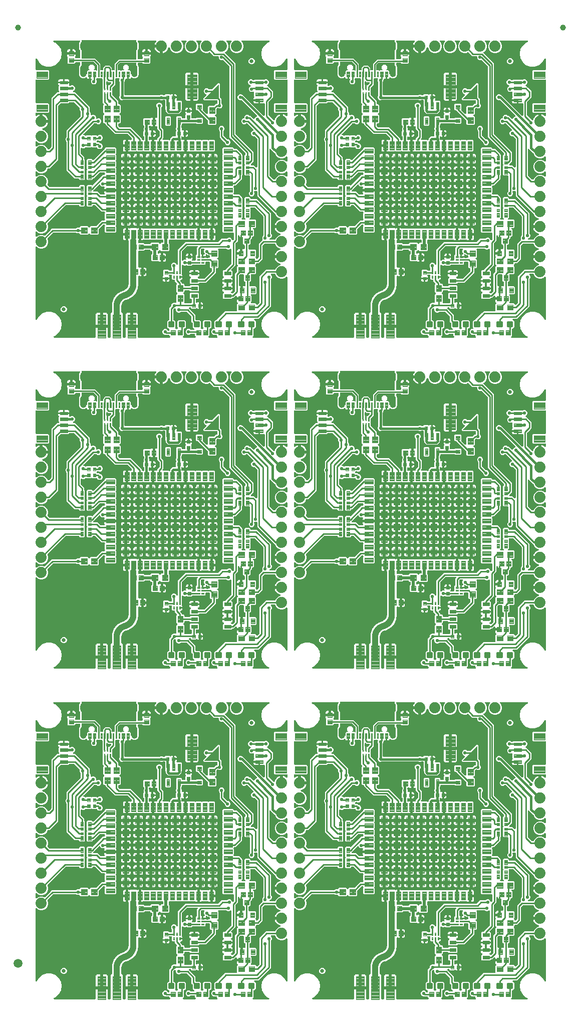
<source format=gtl>
G04 EAGLE Gerber RS-274X export*
G75*
%MOMM*%
%FSLAX34Y34*%
%LPD*%
%INTop Copper*%
%IPPOS*%
%AMOC8*
5,1,8,0,0,1.08239X$1,22.5*%
G01*
%ADD10C,0.096000*%
%ADD11C,0.102000*%
%ADD12C,1.879600*%
%ADD13C,0.100800*%
%ADD14C,0.100000*%
%ADD15C,0.635000*%
%ADD16C,0.300000*%
%ADD17C,0.654000*%
%ADD18C,0.099000*%
%ADD19C,0.102500*%
%ADD20C,0.104000*%
%ADD21C,0.105000*%
%ADD22C,1.000000*%
%ADD23C,1.500000*%
%ADD24C,0.558800*%
%ADD25C,0.254000*%
%ADD26C,0.381000*%
%ADD27C,1.000000*%
%ADD28C,0.508000*%

G36*
X540488Y3064D02*
X540488Y3064D01*
X540607Y3071D01*
X540645Y3084D01*
X540686Y3089D01*
X540796Y3132D01*
X540909Y3169D01*
X540944Y3191D01*
X540981Y3206D01*
X541077Y3275D01*
X541178Y3339D01*
X541206Y3369D01*
X541239Y3392D01*
X541315Y3484D01*
X541396Y3571D01*
X541416Y3606D01*
X541441Y3637D01*
X541492Y3745D01*
X541550Y3849D01*
X541560Y3889D01*
X541577Y3925D01*
X541599Y4042D01*
X541629Y4157D01*
X541633Y4217D01*
X541637Y4237D01*
X541635Y4258D01*
X541639Y4318D01*
X541639Y19861D01*
X550410Y19861D01*
X550528Y19876D01*
X550647Y19883D01*
X550685Y19896D01*
X550725Y19901D01*
X550836Y19944D01*
X550949Y19981D01*
X550984Y20003D01*
X551021Y20018D01*
X551117Y20088D01*
X551218Y20151D01*
X551246Y20181D01*
X551278Y20205D01*
X551354Y20296D01*
X551436Y20383D01*
X551455Y20418D01*
X551481Y20449D01*
X551532Y20557D01*
X551589Y20661D01*
X551600Y20701D01*
X551617Y20737D01*
X551639Y20854D01*
X551669Y20969D01*
X551673Y21030D01*
X551677Y21050D01*
X551675Y21070D01*
X551679Y21130D01*
X551679Y22401D01*
X551681Y22401D01*
X551681Y21130D01*
X551696Y21012D01*
X551703Y20893D01*
X551716Y20855D01*
X551721Y20815D01*
X551765Y20704D01*
X551801Y20591D01*
X551823Y20556D01*
X551838Y20519D01*
X551908Y20423D01*
X551971Y20322D01*
X552001Y20294D01*
X552025Y20261D01*
X552116Y20186D01*
X552203Y20104D01*
X552238Y20084D01*
X552270Y20059D01*
X552377Y20008D01*
X552481Y19950D01*
X552521Y19940D01*
X552557Y19923D01*
X552674Y19901D01*
X552789Y19871D01*
X552850Y19867D01*
X552870Y19863D01*
X552890Y19865D01*
X552950Y19861D01*
X561721Y19861D01*
X561721Y4318D01*
X561736Y4200D01*
X561743Y4081D01*
X561756Y4043D01*
X561761Y4002D01*
X561804Y3892D01*
X561841Y3779D01*
X561863Y3744D01*
X561878Y3707D01*
X561947Y3611D01*
X562011Y3510D01*
X562041Y3482D01*
X562064Y3449D01*
X562156Y3373D01*
X562243Y3292D01*
X562278Y3272D01*
X562309Y3247D01*
X562417Y3196D01*
X562521Y3138D01*
X562561Y3128D01*
X562597Y3111D01*
X562714Y3089D01*
X562829Y3059D01*
X562889Y3055D01*
X562909Y3051D01*
X562930Y3053D01*
X562990Y3049D01*
X565310Y3049D01*
X565428Y3064D01*
X565547Y3071D01*
X565585Y3084D01*
X565626Y3089D01*
X565736Y3132D01*
X565849Y3169D01*
X565884Y3191D01*
X565921Y3206D01*
X566017Y3275D01*
X566118Y3339D01*
X566146Y3369D01*
X566179Y3392D01*
X566255Y3484D01*
X566336Y3571D01*
X566356Y3606D01*
X566381Y3637D01*
X566432Y3745D01*
X566490Y3849D01*
X566500Y3889D01*
X566517Y3925D01*
X566539Y4042D01*
X566569Y4157D01*
X566573Y4217D01*
X566577Y4237D01*
X566575Y4258D01*
X566579Y4318D01*
X566579Y43335D01*
X568708Y45464D01*
X568768Y45542D01*
X568836Y45614D01*
X568865Y45667D01*
X568902Y45715D01*
X568942Y45806D01*
X568990Y45893D01*
X569005Y45951D01*
X569029Y46007D01*
X569044Y46105D01*
X569069Y46200D01*
X569075Y46301D01*
X569079Y46321D01*
X569077Y46333D01*
X569079Y46361D01*
X569079Y61170D01*
X571791Y69269D01*
X576934Y76087D01*
X583976Y80920D01*
X586309Y81586D01*
X586372Y81604D01*
X588082Y82093D01*
X588101Y82101D01*
X588168Y82121D01*
X589700Y82679D01*
X589749Y82704D01*
X589801Y82721D01*
X589942Y82798D01*
X592696Y84532D01*
X592773Y84595D01*
X592855Y84651D01*
X592926Y84721D01*
X592942Y84734D01*
X592949Y84744D01*
X592970Y84765D01*
X595127Y87201D01*
X595183Y87283D01*
X595247Y87360D01*
X595295Y87447D01*
X595307Y87464D01*
X595311Y87475D01*
X595325Y87501D01*
X596714Y90444D01*
X596745Y90538D01*
X596784Y90630D01*
X596806Y90727D01*
X596812Y90746D01*
X596813Y90758D01*
X596820Y90787D01*
X597158Y92921D01*
X597159Y92960D01*
X597168Y92999D01*
X597164Y93119D01*
X597168Y93238D01*
X597159Y93277D01*
X597158Y93316D01*
X597124Y93432D01*
X597098Y93549D01*
X597080Y93584D01*
X597074Y93606D01*
X597074Y97236D01*
X597064Y97396D01*
X597039Y97590D01*
X597042Y97609D01*
X597064Y97694D01*
X597072Y97822D01*
X597074Y97836D01*
X597073Y97842D01*
X597074Y97855D01*
X597074Y166490D01*
X597059Y166608D01*
X597052Y166727D01*
X597039Y166765D01*
X597034Y166806D01*
X596991Y166916D01*
X596954Y167029D01*
X596932Y167064D01*
X596917Y167101D01*
X596848Y167197D01*
X596784Y167298D01*
X596754Y167326D01*
X596731Y167359D01*
X596639Y167435D01*
X596552Y167516D01*
X596517Y167536D01*
X596486Y167561D01*
X596378Y167612D01*
X596359Y167622D01*
X596359Y177070D01*
X596344Y177188D01*
X596337Y177307D01*
X596324Y177345D01*
X596319Y177385D01*
X596276Y177496D01*
X596239Y177609D01*
X596217Y177643D01*
X596202Y177681D01*
X596133Y177777D01*
X596122Y177794D01*
X596136Y177818D01*
X596161Y177850D01*
X596212Y177957D01*
X596270Y178062D01*
X596280Y178101D01*
X596297Y178137D01*
X596319Y178254D01*
X596349Y178370D01*
X596353Y178430D01*
X596357Y178450D01*
X596355Y178470D01*
X596359Y178530D01*
X596359Y187841D01*
X598243Y187841D01*
X598891Y187667D01*
X598996Y187653D01*
X599099Y187630D01*
X599152Y187631D01*
X599206Y187624D01*
X599311Y187636D01*
X599416Y187639D01*
X599468Y187654D01*
X599522Y187660D01*
X599620Y187698D01*
X599722Y187728D01*
X599768Y187755D01*
X599819Y187774D01*
X599905Y187836D01*
X599996Y187889D01*
X600060Y187946D01*
X600078Y187958D01*
X600088Y187970D01*
X600117Y187996D01*
X600422Y188301D01*
X610298Y188301D01*
X610603Y187996D01*
X610687Y187931D01*
X610765Y187859D01*
X610812Y187834D01*
X610855Y187801D01*
X610952Y187759D01*
X611045Y187709D01*
X611097Y187696D01*
X611146Y187674D01*
X611251Y187658D01*
X611354Y187632D01*
X611407Y187633D01*
X611461Y187625D01*
X611566Y187634D01*
X611672Y187635D01*
X611755Y187652D01*
X611777Y187654D01*
X611792Y187660D01*
X611829Y187667D01*
X612477Y187841D01*
X614361Y187841D01*
X614361Y178530D01*
X614376Y178412D01*
X614383Y178293D01*
X614395Y178255D01*
X614401Y178215D01*
X614444Y178104D01*
X614481Y177991D01*
X614503Y177957D01*
X614518Y177919D01*
X614587Y177823D01*
X614598Y177806D01*
X614584Y177782D01*
X614559Y177750D01*
X614508Y177643D01*
X614450Y177538D01*
X614440Y177499D01*
X614423Y177463D01*
X614401Y177346D01*
X614371Y177230D01*
X614367Y177170D01*
X614363Y177150D01*
X614365Y177130D01*
X614361Y177070D01*
X614361Y167743D01*
X614268Y167737D01*
X614230Y167724D01*
X614189Y167719D01*
X614079Y167676D01*
X613966Y167639D01*
X613931Y167617D01*
X613894Y167602D01*
X613798Y167533D01*
X613697Y167469D01*
X613669Y167439D01*
X613636Y167416D01*
X613561Y167324D01*
X613479Y167237D01*
X613459Y167202D01*
X613434Y167171D01*
X613383Y167063D01*
X613325Y166959D01*
X613315Y166920D01*
X613298Y166883D01*
X613276Y166766D01*
X613246Y166651D01*
X613242Y166590D01*
X613238Y166571D01*
X613240Y166550D01*
X613236Y166490D01*
X613236Y164012D01*
X613251Y163894D01*
X613258Y163775D01*
X613271Y163737D01*
X613276Y163696D01*
X613319Y163586D01*
X613356Y163473D01*
X613378Y163438D01*
X613393Y163401D01*
X613462Y163305D01*
X613526Y163204D01*
X613556Y163176D01*
X613579Y163143D01*
X613671Y163067D01*
X613758Y162986D01*
X613793Y162966D01*
X613824Y162941D01*
X613932Y162890D01*
X614036Y162832D01*
X614076Y162822D01*
X614112Y162805D01*
X614229Y162783D01*
X614344Y162753D01*
X614404Y162749D01*
X614424Y162745D01*
X614445Y162747D01*
X614505Y162743D01*
X622733Y162743D01*
X624321Y161154D01*
X624400Y161094D01*
X624472Y161026D01*
X624525Y160997D01*
X624573Y160960D01*
X624664Y160920D01*
X624750Y160872D01*
X624809Y160857D01*
X624865Y160833D01*
X624963Y160818D01*
X625058Y160793D01*
X625158Y160787D01*
X625179Y160783D01*
X625191Y160785D01*
X625219Y160783D01*
X632938Y160783D01*
X633056Y160798D01*
X633175Y160805D01*
X633213Y160818D01*
X633254Y160823D01*
X633364Y160866D01*
X633477Y160903D01*
X633512Y160925D01*
X633549Y160940D01*
X633645Y161009D01*
X633746Y161073D01*
X633774Y161103D01*
X633807Y161126D01*
X633883Y161218D01*
X633964Y161305D01*
X633984Y161340D01*
X634009Y161371D01*
X634060Y161479D01*
X634118Y161583D01*
X634128Y161623D01*
X634145Y161659D01*
X634154Y161706D01*
X635691Y163243D01*
X647789Y163243D01*
X649342Y161689D01*
X649437Y161616D01*
X649526Y161538D01*
X649562Y161519D01*
X649594Y161494D01*
X649703Y161447D01*
X649809Y161393D01*
X649848Y161384D01*
X649886Y161368D01*
X650003Y161349D01*
X650119Y161323D01*
X650160Y161325D01*
X650200Y161318D01*
X650318Y161329D01*
X650437Y161333D01*
X650476Y161344D01*
X650516Y161348D01*
X650629Y161388D01*
X650743Y161421D01*
X650777Y161442D01*
X650816Y161456D01*
X650914Y161522D01*
X651017Y161583D01*
X651062Y161623D01*
X651079Y161634D01*
X651092Y161649D01*
X651137Y161689D01*
X652691Y163243D01*
X654518Y163243D01*
X654636Y163258D01*
X654755Y163265D01*
X654793Y163278D01*
X654834Y163283D01*
X654944Y163326D01*
X655057Y163363D01*
X655092Y163385D01*
X655129Y163400D01*
X655225Y163469D01*
X655326Y163533D01*
X655354Y163563D01*
X655387Y163586D01*
X655463Y163678D01*
X655544Y163765D01*
X655564Y163800D01*
X655589Y163831D01*
X655640Y163939D01*
X655698Y164043D01*
X655708Y164083D01*
X655725Y164119D01*
X655747Y164236D01*
X655777Y164351D01*
X655781Y164411D01*
X655785Y164431D01*
X655783Y164452D01*
X655787Y164512D01*
X655787Y167093D01*
X655770Y167231D01*
X655757Y167369D01*
X655750Y167388D01*
X655747Y167408D01*
X655696Y167537D01*
X655649Y167669D01*
X655638Y167685D01*
X655630Y167704D01*
X655549Y167817D01*
X655470Y167932D01*
X655455Y167945D01*
X655444Y167961D01*
X655337Y168050D01*
X655232Y168142D01*
X655214Y168151D01*
X655199Y168164D01*
X655073Y168224D01*
X654949Y168287D01*
X654929Y168291D01*
X654911Y168300D01*
X654775Y168326D01*
X654638Y168356D01*
X654618Y168356D01*
X654599Y168360D01*
X654460Y168351D01*
X654321Y168347D01*
X654301Y168341D01*
X654281Y168340D01*
X654149Y168297D01*
X654046Y168267D01*
X644823Y168267D01*
X644757Y168332D01*
X644663Y168405D01*
X644574Y168484D01*
X644538Y168503D01*
X644506Y168527D01*
X644397Y168575D01*
X644291Y168629D01*
X644251Y168638D01*
X644214Y168654D01*
X644097Y168672D01*
X643981Y168698D01*
X643940Y168697D01*
X643900Y168704D01*
X643781Y168692D01*
X643663Y168689D01*
X643624Y168678D01*
X643584Y168674D01*
X643471Y168633D01*
X643357Y168600D01*
X643322Y168580D01*
X643284Y168566D01*
X643186Y168499D01*
X643083Y168439D01*
X643038Y168399D01*
X643021Y168388D01*
X643008Y168372D01*
X642962Y168332D01*
X642897Y168267D01*
X633823Y168267D01*
X633757Y168332D01*
X633663Y168405D01*
X633574Y168484D01*
X633538Y168503D01*
X633506Y168527D01*
X633397Y168575D01*
X633291Y168629D01*
X633251Y168638D01*
X633214Y168654D01*
X633097Y168672D01*
X632981Y168698D01*
X632940Y168697D01*
X632900Y168704D01*
X632781Y168692D01*
X632663Y168689D01*
X632624Y168678D01*
X632584Y168674D01*
X632471Y168633D01*
X632357Y168600D01*
X632322Y168580D01*
X632284Y168566D01*
X632186Y168499D01*
X632083Y168439D01*
X632038Y168399D01*
X632021Y168388D01*
X632008Y168372D01*
X631962Y168332D01*
X631897Y168267D01*
X622735Y168267D01*
X622687Y168288D01*
X622588Y168340D01*
X622542Y168351D01*
X622499Y168369D01*
X622388Y168387D01*
X622278Y168413D01*
X622231Y168412D01*
X622185Y168419D01*
X622073Y168409D01*
X621960Y168406D01*
X621915Y168394D01*
X621868Y168389D01*
X621762Y168351D01*
X621654Y168321D01*
X621589Y168289D01*
X621569Y168282D01*
X621554Y168272D01*
X621510Y168250D01*
X621021Y167968D01*
X620243Y167759D01*
X618359Y167759D01*
X618359Y177070D01*
X618344Y177188D01*
X618337Y177307D01*
X618324Y177345D01*
X618319Y177385D01*
X618276Y177496D01*
X618239Y177609D01*
X618217Y177643D01*
X618202Y177681D01*
X618133Y177777D01*
X618122Y177794D01*
X618136Y177818D01*
X618161Y177850D01*
X618212Y177957D01*
X618270Y178062D01*
X618280Y178101D01*
X618297Y178137D01*
X618319Y178254D01*
X618349Y178370D01*
X618353Y178430D01*
X618357Y178450D01*
X618355Y178470D01*
X618359Y178530D01*
X618359Y187841D01*
X620243Y187841D01*
X621021Y187632D01*
X621510Y187350D01*
X621613Y187307D01*
X621713Y187256D01*
X621759Y187245D01*
X621803Y187227D01*
X621914Y187210D01*
X622024Y187186D01*
X622071Y187187D01*
X622117Y187180D01*
X622229Y187192D01*
X622342Y187196D01*
X622387Y187209D01*
X622434Y187214D01*
X622539Y187253D01*
X622647Y187284D01*
X622688Y187308D01*
X622732Y187324D01*
X622744Y187333D01*
X631897Y187333D01*
X631962Y187268D01*
X632057Y187195D01*
X632146Y187116D01*
X632182Y187097D01*
X632214Y187073D01*
X632323Y187025D01*
X632429Y186971D01*
X632469Y186962D01*
X632506Y186946D01*
X632623Y186928D01*
X632739Y186902D01*
X632780Y186903D01*
X632820Y186896D01*
X632938Y186908D01*
X633057Y186911D01*
X633096Y186923D01*
X633136Y186926D01*
X633249Y186967D01*
X633363Y187000D01*
X633397Y187020D01*
X633436Y187034D01*
X633534Y187101D01*
X633637Y187161D01*
X633682Y187201D01*
X633699Y187212D01*
X633712Y187228D01*
X633757Y187268D01*
X633823Y187333D01*
X642897Y187333D01*
X642962Y187268D01*
X643057Y187195D01*
X643146Y187116D01*
X643182Y187097D01*
X643214Y187073D01*
X643323Y187025D01*
X643429Y186971D01*
X643469Y186962D01*
X643506Y186946D01*
X643623Y186928D01*
X643739Y186902D01*
X643780Y186903D01*
X643820Y186896D01*
X643938Y186908D01*
X644057Y186911D01*
X644096Y186923D01*
X644136Y186926D01*
X644249Y186967D01*
X644363Y187000D01*
X644397Y187020D01*
X644436Y187034D01*
X644534Y187101D01*
X644637Y187161D01*
X644682Y187201D01*
X644699Y187212D01*
X644712Y187228D01*
X644757Y187268D01*
X644823Y187333D01*
X653897Y187333D01*
X653962Y187268D01*
X654057Y187195D01*
X654146Y187116D01*
X654182Y187097D01*
X654214Y187073D01*
X654323Y187025D01*
X654429Y186971D01*
X654469Y186962D01*
X654506Y186946D01*
X654623Y186928D01*
X654739Y186902D01*
X654780Y186903D01*
X654820Y186896D01*
X654938Y186908D01*
X655057Y186911D01*
X655096Y186923D01*
X655136Y186926D01*
X655249Y186967D01*
X655363Y187000D01*
X655397Y187020D01*
X655436Y187034D01*
X655534Y187101D01*
X655637Y187161D01*
X655682Y187201D01*
X655699Y187212D01*
X655712Y187228D01*
X655757Y187268D01*
X655823Y187333D01*
X664897Y187333D01*
X664962Y187268D01*
X665057Y187195D01*
X665146Y187116D01*
X665182Y187097D01*
X665214Y187073D01*
X665323Y187025D01*
X665429Y186971D01*
X665469Y186962D01*
X665506Y186946D01*
X665623Y186928D01*
X665739Y186902D01*
X665780Y186903D01*
X665820Y186896D01*
X665938Y186908D01*
X666057Y186911D01*
X666096Y186923D01*
X666136Y186926D01*
X666249Y186967D01*
X666363Y187000D01*
X666397Y187020D01*
X666436Y187034D01*
X666534Y187101D01*
X666637Y187161D01*
X666682Y187201D01*
X666699Y187212D01*
X666712Y187228D01*
X666757Y187268D01*
X666823Y187333D01*
X675897Y187333D01*
X675962Y187268D01*
X676057Y187195D01*
X676146Y187116D01*
X676182Y187097D01*
X676214Y187073D01*
X676323Y187025D01*
X676429Y186971D01*
X676469Y186962D01*
X676506Y186946D01*
X676623Y186928D01*
X676739Y186902D01*
X676780Y186903D01*
X676820Y186896D01*
X676938Y186908D01*
X677057Y186911D01*
X677096Y186923D01*
X677136Y186926D01*
X677249Y186967D01*
X677363Y187000D01*
X677397Y187020D01*
X677436Y187034D01*
X677534Y187101D01*
X677637Y187161D01*
X677682Y187201D01*
X677699Y187212D01*
X677712Y187228D01*
X677757Y187268D01*
X677823Y187333D01*
X686897Y187333D01*
X686962Y187268D01*
X687057Y187195D01*
X687146Y187116D01*
X687182Y187097D01*
X687214Y187073D01*
X687323Y187025D01*
X687429Y186971D01*
X687469Y186962D01*
X687506Y186946D01*
X687623Y186928D01*
X687739Y186902D01*
X687780Y186903D01*
X687820Y186896D01*
X687938Y186908D01*
X688057Y186911D01*
X688096Y186923D01*
X688136Y186926D01*
X688249Y186967D01*
X688363Y187000D01*
X688397Y187020D01*
X688436Y187034D01*
X688534Y187101D01*
X688637Y187161D01*
X688682Y187201D01*
X688699Y187212D01*
X688712Y187228D01*
X688757Y187268D01*
X688823Y187333D01*
X697897Y187333D01*
X697962Y187268D01*
X698057Y187195D01*
X698146Y187116D01*
X698182Y187097D01*
X698214Y187073D01*
X698323Y187025D01*
X698429Y186971D01*
X698469Y186962D01*
X698506Y186946D01*
X698623Y186928D01*
X698739Y186902D01*
X698780Y186903D01*
X698820Y186896D01*
X698938Y186908D01*
X699057Y186911D01*
X699096Y186923D01*
X699136Y186926D01*
X699249Y186967D01*
X699363Y187000D01*
X699397Y187020D01*
X699436Y187034D01*
X699534Y187101D01*
X699637Y187161D01*
X699682Y187201D01*
X699699Y187212D01*
X699712Y187228D01*
X699757Y187268D01*
X699823Y187333D01*
X708985Y187333D01*
X709033Y187312D01*
X709132Y187260D01*
X709178Y187249D01*
X709221Y187231D01*
X709332Y187213D01*
X709442Y187187D01*
X709489Y187188D01*
X709535Y187181D01*
X709647Y187191D01*
X709760Y187194D01*
X709805Y187206D01*
X709852Y187211D01*
X709958Y187249D01*
X710066Y187279D01*
X710131Y187311D01*
X710151Y187318D01*
X710166Y187328D01*
X710210Y187350D01*
X710699Y187632D01*
X711477Y187841D01*
X713361Y187841D01*
X713361Y178530D01*
X713376Y178412D01*
X713383Y178293D01*
X713395Y178255D01*
X713401Y178215D01*
X713444Y178104D01*
X713481Y177991D01*
X713503Y177957D01*
X713518Y177919D01*
X713587Y177823D01*
X713598Y177806D01*
X713584Y177782D01*
X713559Y177750D01*
X713508Y177643D01*
X713450Y177538D01*
X713440Y177499D01*
X713423Y177463D01*
X713401Y177346D01*
X713371Y177230D01*
X713367Y177170D01*
X713363Y177150D01*
X713365Y177130D01*
X713361Y177070D01*
X713361Y167759D01*
X711477Y167759D01*
X710699Y167968D01*
X710210Y168250D01*
X710107Y168293D01*
X710007Y168344D01*
X709961Y168355D01*
X709917Y168373D01*
X709806Y168390D01*
X709696Y168414D01*
X709649Y168413D01*
X709603Y168420D01*
X709491Y168408D01*
X709378Y168404D01*
X709333Y168391D01*
X709286Y168386D01*
X709181Y168347D01*
X709073Y168316D01*
X709032Y168292D01*
X708988Y168276D01*
X708976Y168267D01*
X699823Y168267D01*
X699757Y168332D01*
X699663Y168405D01*
X699574Y168484D01*
X699538Y168503D01*
X699506Y168527D01*
X699397Y168575D01*
X699291Y168629D01*
X699251Y168638D01*
X699214Y168654D01*
X699097Y168672D01*
X698981Y168698D01*
X698940Y168697D01*
X698900Y168704D01*
X698781Y168692D01*
X698663Y168689D01*
X698624Y168678D01*
X698584Y168674D01*
X698471Y168633D01*
X698357Y168600D01*
X698322Y168580D01*
X698284Y168566D01*
X698186Y168499D01*
X698083Y168439D01*
X698038Y168399D01*
X698021Y168388D01*
X698008Y168372D01*
X697962Y168332D01*
X697897Y168267D01*
X688823Y168267D01*
X688757Y168332D01*
X688663Y168405D01*
X688574Y168484D01*
X688538Y168503D01*
X688506Y168527D01*
X688397Y168575D01*
X688291Y168629D01*
X688251Y168638D01*
X688214Y168654D01*
X688097Y168672D01*
X687981Y168698D01*
X687940Y168697D01*
X687900Y168704D01*
X687781Y168692D01*
X687663Y168689D01*
X687624Y168678D01*
X687584Y168674D01*
X687471Y168633D01*
X687357Y168600D01*
X687322Y168580D01*
X687284Y168566D01*
X687186Y168499D01*
X687083Y168439D01*
X687038Y168399D01*
X687021Y168388D01*
X687008Y168372D01*
X686962Y168332D01*
X686897Y168267D01*
X677823Y168267D01*
X677757Y168332D01*
X677663Y168405D01*
X677574Y168484D01*
X677538Y168503D01*
X677506Y168527D01*
X677397Y168575D01*
X677291Y168629D01*
X677251Y168638D01*
X677214Y168654D01*
X677097Y168672D01*
X676981Y168698D01*
X676940Y168697D01*
X676900Y168704D01*
X676781Y168692D01*
X676663Y168689D01*
X676624Y168678D01*
X676584Y168674D01*
X676471Y168633D01*
X676357Y168600D01*
X676322Y168580D01*
X676284Y168566D01*
X676186Y168499D01*
X676083Y168439D01*
X676038Y168399D01*
X676021Y168388D01*
X676008Y168372D01*
X675962Y168332D01*
X675897Y168267D01*
X666664Y168267D01*
X666595Y168300D01*
X666575Y168304D01*
X666557Y168312D01*
X666419Y168333D01*
X666282Y168360D01*
X666262Y168358D01*
X666242Y168362D01*
X666104Y168348D01*
X665965Y168340D01*
X665946Y168334D01*
X665926Y168332D01*
X665795Y168285D01*
X665663Y168242D01*
X665646Y168231D01*
X665627Y168224D01*
X665512Y168146D01*
X665394Y168072D01*
X665380Y168057D01*
X665363Y168046D01*
X665271Y167942D01*
X665176Y167840D01*
X665166Y167822D01*
X665153Y167807D01*
X665090Y167683D01*
X665022Y167562D01*
X665017Y167542D01*
X665008Y167524D01*
X664978Y167388D01*
X664943Y167254D01*
X664941Y167226D01*
X664939Y167214D01*
X664939Y167193D01*
X664933Y167093D01*
X664933Y163625D01*
X664945Y163527D01*
X664948Y163428D01*
X664965Y163369D01*
X664973Y163309D01*
X665009Y163217D01*
X665037Y163122D01*
X665067Y163070D01*
X665090Y163014D01*
X665148Y162934D01*
X665198Y162848D01*
X665264Y162773D01*
X665276Y162756D01*
X665286Y162748D01*
X665304Y162727D01*
X666273Y161759D01*
X666273Y150661D01*
X664789Y149177D01*
X652691Y149177D01*
X651137Y150731D01*
X651043Y150804D01*
X650954Y150882D01*
X650918Y150901D01*
X650886Y150926D01*
X650777Y150973D01*
X650671Y151027D01*
X650632Y151036D01*
X650594Y151052D01*
X650477Y151071D01*
X650361Y151097D01*
X650320Y151095D01*
X650280Y151102D01*
X650162Y151091D01*
X650043Y151087D01*
X650004Y151076D01*
X649964Y151072D01*
X649852Y151032D01*
X649737Y150999D01*
X649702Y150978D01*
X649664Y150964D01*
X649566Y150897D01*
X649463Y150837D01*
X649418Y150797D01*
X649401Y150786D01*
X649388Y150771D01*
X649342Y150731D01*
X647789Y149177D01*
X647582Y149177D01*
X647464Y149162D01*
X647345Y149155D01*
X647307Y149142D01*
X647266Y149137D01*
X647156Y149094D01*
X647043Y149057D01*
X647008Y149035D01*
X646971Y149020D01*
X646875Y148951D01*
X646774Y148887D01*
X646746Y148857D01*
X646713Y148834D01*
X646637Y148742D01*
X646556Y148655D01*
X646536Y148620D01*
X646511Y148589D01*
X646460Y148481D01*
X646402Y148377D01*
X646392Y148337D01*
X646375Y148301D01*
X646353Y148184D01*
X646323Y148069D01*
X646319Y148009D01*
X646315Y147989D01*
X646317Y147968D01*
X646313Y147908D01*
X646313Y146151D01*
X646329Y146020D01*
X646340Y145888D01*
X646349Y145862D01*
X646353Y145835D01*
X646401Y145712D01*
X646445Y145587D01*
X646460Y145565D01*
X646470Y145540D01*
X646547Y145432D01*
X646621Y145322D01*
X646641Y145304D01*
X646656Y145282D01*
X646759Y145198D01*
X646857Y145109D01*
X646881Y145097D01*
X646901Y145079D01*
X647021Y145023D01*
X647138Y144962D01*
X647165Y144955D01*
X647189Y144944D01*
X647319Y144919D01*
X647448Y144889D01*
X647475Y144889D01*
X647501Y144884D01*
X647633Y144892D01*
X647766Y144895D01*
X647792Y144902D01*
X647819Y144904D01*
X647945Y144945D01*
X648072Y144980D01*
X648107Y144997D01*
X648121Y145002D01*
X648140Y145014D01*
X648217Y145052D01*
X648582Y145263D01*
X649358Y145471D01*
X651376Y145471D01*
X651376Y139285D01*
X651391Y139167D01*
X651398Y139048D01*
X651410Y139010D01*
X651416Y138970D01*
X651459Y138859D01*
X651496Y138746D01*
X651518Y138712D01*
X651533Y138674D01*
X651602Y138578D01*
X651666Y138477D01*
X651696Y138449D01*
X651714Y138425D01*
X651700Y138409D01*
X651619Y138322D01*
X651599Y138287D01*
X651574Y138255D01*
X651523Y138148D01*
X651465Y138043D01*
X651455Y138004D01*
X651438Y137968D01*
X651416Y137851D01*
X651386Y137735D01*
X651382Y137675D01*
X651378Y137655D01*
X651380Y137635D01*
X651376Y137575D01*
X651376Y131389D01*
X649358Y131389D01*
X648582Y131597D01*
X648038Y131912D01*
X647934Y131955D01*
X647834Y132006D01*
X647788Y132017D01*
X647745Y132035D01*
X647633Y132051D01*
X647524Y132076D01*
X647477Y132074D01*
X647430Y132081D01*
X647318Y132070D01*
X647206Y132066D01*
X647161Y132053D01*
X647114Y132048D01*
X647008Y132009D01*
X646900Y131978D01*
X646860Y131954D01*
X646816Y131937D01*
X646758Y131897D01*
X637107Y131897D01*
X635617Y133387D01*
X635617Y143473D01*
X636796Y144651D01*
X636856Y144730D01*
X636924Y144802D01*
X636953Y144855D01*
X636990Y144903D01*
X637030Y144994D01*
X637078Y145080D01*
X637093Y145139D01*
X637117Y145195D01*
X637132Y145293D01*
X637157Y145388D01*
X637163Y145488D01*
X637167Y145509D01*
X637165Y145521D01*
X637167Y145549D01*
X637167Y147908D01*
X637152Y148026D01*
X637145Y148145D01*
X637132Y148183D01*
X637127Y148224D01*
X637084Y148334D01*
X637047Y148447D01*
X637025Y148482D01*
X637010Y148519D01*
X636941Y148615D01*
X636877Y148716D01*
X636847Y148744D01*
X636824Y148777D01*
X636732Y148853D01*
X636645Y148934D01*
X636610Y148954D01*
X636579Y148979D01*
X636471Y149030D01*
X636367Y149088D01*
X636327Y149098D01*
X636291Y149115D01*
X636174Y149137D01*
X636059Y149167D01*
X635999Y149171D01*
X635979Y149175D01*
X635958Y149173D01*
X635898Y149177D01*
X635691Y149177D01*
X634156Y150712D01*
X634124Y150794D01*
X634087Y150907D01*
X634065Y150942D01*
X634050Y150979D01*
X633981Y151075D01*
X633917Y151176D01*
X633887Y151204D01*
X633864Y151237D01*
X633772Y151313D01*
X633685Y151394D01*
X633650Y151414D01*
X633619Y151439D01*
X633511Y151490D01*
X633407Y151548D01*
X633367Y151558D01*
X633331Y151575D01*
X633214Y151597D01*
X633099Y151627D01*
X633039Y151631D01*
X633019Y151635D01*
X632998Y151633D01*
X632938Y151637D01*
X625219Y151637D01*
X625121Y151625D01*
X625022Y151622D01*
X624964Y151605D01*
X624903Y151597D01*
X624811Y151561D01*
X624716Y151533D01*
X624664Y151503D01*
X624608Y151480D01*
X624528Y151422D01*
X624442Y151372D01*
X624367Y151306D01*
X624350Y151294D01*
X624343Y151284D01*
X624321Y151266D01*
X622733Y149677D01*
X614505Y149677D01*
X614387Y149662D01*
X614268Y149655D01*
X614230Y149642D01*
X614189Y149637D01*
X614079Y149594D01*
X613966Y149557D01*
X613931Y149535D01*
X613894Y149520D01*
X613798Y149451D01*
X613697Y149387D01*
X613669Y149357D01*
X613636Y149334D01*
X613560Y149242D01*
X613479Y149155D01*
X613459Y149120D01*
X613434Y149089D01*
X613383Y148981D01*
X613325Y148877D01*
X613315Y148837D01*
X613298Y148801D01*
X613276Y148684D01*
X613246Y148569D01*
X613242Y148509D01*
X613238Y148489D01*
X613240Y148468D01*
X613236Y148408D01*
X613236Y123070D01*
X613251Y122952D01*
X613258Y122833D01*
X613271Y122795D01*
X613276Y122754D01*
X613319Y122644D01*
X613356Y122531D01*
X613378Y122496D01*
X613393Y122459D01*
X613462Y122363D01*
X613526Y122262D01*
X613556Y122234D01*
X613579Y122201D01*
X613671Y122125D01*
X613758Y122044D01*
X613793Y122024D01*
X613824Y121999D01*
X613923Y121952D01*
X614397Y121478D01*
X614481Y121413D01*
X614559Y121341D01*
X614606Y121316D01*
X614649Y121283D01*
X614746Y121241D01*
X614839Y121191D01*
X614891Y121178D01*
X614940Y121156D01*
X615045Y121140D01*
X615147Y121114D01*
X615201Y121115D01*
X615254Y121106D01*
X615360Y121116D01*
X615466Y121117D01*
X615549Y121134D01*
X615571Y121136D01*
X615586Y121142D01*
X615623Y121149D01*
X616338Y121341D01*
X618356Y121341D01*
X618356Y115155D01*
X618371Y115037D01*
X618378Y114918D01*
X618390Y114880D01*
X618396Y114840D01*
X618439Y114729D01*
X618476Y114616D01*
X618498Y114582D01*
X618513Y114544D01*
X618582Y114448D01*
X618646Y114347D01*
X618676Y114319D01*
X618694Y114295D01*
X618680Y114279D01*
X618599Y114192D01*
X618579Y114157D01*
X618554Y114125D01*
X618503Y114018D01*
X618445Y113913D01*
X618435Y113874D01*
X618418Y113838D01*
X618396Y113721D01*
X618366Y113605D01*
X618362Y113545D01*
X618358Y113525D01*
X618360Y113505D01*
X618356Y113445D01*
X618356Y107259D01*
X616338Y107259D01*
X615623Y107451D01*
X615518Y107465D01*
X615415Y107488D01*
X615362Y107487D01*
X615308Y107494D01*
X615203Y107482D01*
X615098Y107479D01*
X615046Y107464D01*
X614992Y107458D01*
X614894Y107420D01*
X614792Y107390D01*
X614746Y107363D01*
X614695Y107344D01*
X614609Y107283D01*
X614518Y107229D01*
X614454Y107172D01*
X614436Y107160D01*
X614426Y107148D01*
X614397Y107122D01*
X613934Y106659D01*
X613931Y106657D01*
X613894Y106642D01*
X613798Y106573D01*
X613697Y106509D01*
X613669Y106479D01*
X613636Y106456D01*
X613560Y106364D01*
X613479Y106277D01*
X613459Y106242D01*
X613434Y106211D01*
X613383Y106103D01*
X613325Y105999D01*
X613315Y105959D01*
X613298Y105923D01*
X613276Y105806D01*
X613246Y105691D01*
X613242Y105631D01*
X613238Y105611D01*
X613240Y105590D01*
X613236Y105530D01*
X613236Y97156D01*
X613246Y96996D01*
X613636Y93933D01*
X612350Y85811D01*
X608840Y78375D01*
X603388Y72219D01*
X596431Y67837D01*
X594251Y67214D01*
X592478Y66707D01*
X592458Y66699D01*
X592381Y66675D01*
X591031Y66169D01*
X590967Y66134D01*
X590898Y66109D01*
X590759Y66027D01*
X588390Y64401D01*
X588298Y64318D01*
X588200Y64241D01*
X588167Y64202D01*
X588153Y64190D01*
X588141Y64172D01*
X588095Y64119D01*
X586365Y61825D01*
X586303Y61717D01*
X586236Y61613D01*
X586216Y61566D01*
X586207Y61549D01*
X586201Y61529D01*
X586175Y61464D01*
X585263Y58740D01*
X585248Y58668D01*
X585224Y58598D01*
X585201Y58439D01*
X585085Y57002D01*
X585086Y56980D01*
X585081Y56900D01*
X585081Y46361D01*
X585093Y46263D01*
X585096Y46164D01*
X585113Y46106D01*
X585121Y46046D01*
X585157Y45954D01*
X585185Y45858D01*
X585215Y45806D01*
X585238Y45750D01*
X585296Y45670D01*
X585346Y45585D01*
X585413Y45509D01*
X585424Y45493D01*
X585434Y45485D01*
X585452Y45464D01*
X587581Y43335D01*
X587581Y4318D01*
X587596Y4200D01*
X587603Y4081D01*
X587616Y4043D01*
X587621Y4002D01*
X587664Y3892D01*
X587701Y3779D01*
X587723Y3744D01*
X587738Y3707D01*
X587807Y3611D01*
X587871Y3510D01*
X587901Y3482D01*
X587924Y3449D01*
X588016Y3373D01*
X588103Y3292D01*
X588138Y3272D01*
X588169Y3247D01*
X588277Y3196D01*
X588381Y3138D01*
X588421Y3128D01*
X588457Y3111D01*
X588574Y3089D01*
X588689Y3059D01*
X588749Y3055D01*
X588769Y3051D01*
X588790Y3053D01*
X588850Y3049D01*
X591170Y3049D01*
X591288Y3064D01*
X591407Y3071D01*
X591445Y3084D01*
X591486Y3089D01*
X591596Y3132D01*
X591709Y3169D01*
X591744Y3191D01*
X591781Y3206D01*
X591877Y3275D01*
X591978Y3339D01*
X592006Y3369D01*
X592039Y3392D01*
X592115Y3484D01*
X592196Y3571D01*
X592216Y3606D01*
X592241Y3637D01*
X592292Y3745D01*
X592350Y3849D01*
X592360Y3889D01*
X592377Y3925D01*
X592399Y4042D01*
X592429Y4157D01*
X592433Y4217D01*
X592437Y4237D01*
X592435Y4258D01*
X592439Y4318D01*
X592439Y19861D01*
X601210Y19861D01*
X601328Y19876D01*
X601447Y19883D01*
X601485Y19896D01*
X601525Y19901D01*
X601636Y19944D01*
X601749Y19981D01*
X601784Y20003D01*
X601821Y20018D01*
X601917Y20088D01*
X602018Y20151D01*
X602046Y20181D01*
X602078Y20205D01*
X602154Y20296D01*
X602236Y20383D01*
X602255Y20418D01*
X602281Y20449D01*
X602332Y20557D01*
X602389Y20661D01*
X602400Y20701D01*
X602417Y20737D01*
X602439Y20854D01*
X602469Y20969D01*
X602473Y21030D01*
X602477Y21050D01*
X602475Y21070D01*
X602479Y21130D01*
X602479Y22401D01*
X602481Y22401D01*
X602481Y21130D01*
X602496Y21012D01*
X602503Y20893D01*
X602516Y20855D01*
X602521Y20815D01*
X602565Y20704D01*
X602601Y20591D01*
X602623Y20556D01*
X602638Y20519D01*
X602708Y20423D01*
X602771Y20322D01*
X602801Y20294D01*
X602825Y20261D01*
X602916Y20186D01*
X603003Y20104D01*
X603038Y20084D01*
X603070Y20059D01*
X603177Y20008D01*
X603281Y19950D01*
X603321Y19940D01*
X603357Y19923D01*
X603474Y19901D01*
X603589Y19871D01*
X603650Y19867D01*
X603670Y19863D01*
X603690Y19865D01*
X603750Y19861D01*
X612521Y19861D01*
X612521Y4318D01*
X612536Y4200D01*
X612543Y4081D01*
X612556Y4043D01*
X612561Y4002D01*
X612604Y3892D01*
X612641Y3779D01*
X612663Y3744D01*
X612678Y3707D01*
X612747Y3611D01*
X612811Y3510D01*
X612841Y3482D01*
X612864Y3449D01*
X612956Y3373D01*
X613043Y3292D01*
X613078Y3272D01*
X613109Y3247D01*
X613217Y3196D01*
X613321Y3138D01*
X613361Y3128D01*
X613397Y3111D01*
X613514Y3089D01*
X613629Y3059D01*
X613689Y3055D01*
X613709Y3051D01*
X613730Y3053D01*
X613790Y3049D01*
X666371Y3049D01*
X666509Y3066D01*
X666647Y3079D01*
X666666Y3086D01*
X666687Y3089D01*
X666816Y3140D01*
X666947Y3187D01*
X666964Y3198D01*
X666982Y3206D01*
X667095Y3287D01*
X667210Y3365D01*
X667223Y3381D01*
X667240Y3392D01*
X667328Y3500D01*
X667420Y3604D01*
X667430Y3622D01*
X667442Y3637D01*
X667502Y3763D01*
X667565Y3887D01*
X667569Y3907D01*
X667578Y3925D01*
X667604Y4062D01*
X667635Y4197D01*
X667634Y4218D01*
X667638Y4237D01*
X667629Y4376D01*
X667625Y4515D01*
X667619Y4535D01*
X667618Y4555D01*
X667575Y4687D01*
X667537Y4821D01*
X667526Y4838D01*
X667520Y4857D01*
X667446Y4975D01*
X667375Y5095D01*
X667356Y5116D01*
X667350Y5126D01*
X667335Y5140D01*
X667269Y5215D01*
X666097Y6387D01*
X666097Y6858D01*
X666082Y6976D01*
X666075Y7095D01*
X666062Y7133D01*
X666057Y7174D01*
X666014Y7284D01*
X665977Y7397D01*
X665955Y7432D01*
X665940Y7469D01*
X665871Y7565D01*
X665807Y7666D01*
X665777Y7694D01*
X665754Y7727D01*
X665662Y7803D01*
X665575Y7884D01*
X665540Y7904D01*
X665509Y7929D01*
X665401Y7980D01*
X665297Y8038D01*
X665257Y8048D01*
X665221Y8065D01*
X665104Y8087D01*
X664989Y8117D01*
X664929Y8121D01*
X664909Y8125D01*
X664888Y8123D01*
X664828Y8127D01*
X660956Y8127D01*
X660947Y8126D01*
X660937Y8127D01*
X660789Y8106D01*
X660640Y8087D01*
X660632Y8084D01*
X660622Y8083D01*
X660470Y8031D01*
X660090Y7873D01*
X658170Y7873D01*
X656396Y8608D01*
X655038Y9966D01*
X654303Y11740D01*
X654303Y13660D01*
X655038Y15434D01*
X656396Y16792D01*
X658170Y17527D01*
X660090Y17527D01*
X661864Y16792D01*
X663243Y15413D01*
X663281Y15353D01*
X663345Y15240D01*
X663366Y15219D01*
X663382Y15194D01*
X663477Y15105D01*
X663567Y15012D01*
X663592Y14996D01*
X663613Y14976D01*
X663727Y14913D01*
X663838Y14845D01*
X663866Y14837D01*
X663892Y14822D01*
X664017Y14790D01*
X664142Y14752D01*
X664171Y14750D01*
X664200Y14743D01*
X664361Y14733D01*
X664828Y14733D01*
X664946Y14748D01*
X665065Y14755D01*
X665103Y14768D01*
X665144Y14773D01*
X665254Y14816D01*
X665367Y14853D01*
X665402Y14875D01*
X665439Y14890D01*
X665535Y14959D01*
X665636Y15023D01*
X665664Y15053D01*
X665697Y15076D01*
X665773Y15168D01*
X665854Y15255D01*
X665874Y15290D01*
X665899Y15321D01*
X665950Y15429D01*
X666008Y15533D01*
X666018Y15573D01*
X666035Y15609D01*
X666057Y15726D01*
X666087Y15841D01*
X666091Y15901D01*
X666095Y15921D01*
X666093Y15942D01*
X666097Y16002D01*
X666097Y16627D01*
X666134Y16705D01*
X666138Y16725D01*
X666146Y16743D01*
X666168Y16880D01*
X666194Y17018D01*
X666193Y17038D01*
X666196Y17058D01*
X666183Y17196D01*
X666174Y17335D01*
X666168Y17354D01*
X666166Y17374D01*
X666119Y17505D01*
X666076Y17637D01*
X666065Y17654D01*
X666058Y17673D01*
X665980Y17789D01*
X665906Y17906D01*
X665891Y17920D01*
X665880Y17937D01*
X665775Y18029D01*
X665674Y18124D01*
X665657Y18134D01*
X665641Y18147D01*
X665518Y18210D01*
X665396Y18278D01*
X665376Y18283D01*
X665358Y18292D01*
X665222Y18322D01*
X665088Y18357D01*
X665060Y18359D01*
X665048Y18361D01*
X665028Y18361D01*
X664927Y18367D01*
X664447Y18367D01*
X662377Y20437D01*
X662377Y30363D01*
X664447Y32433D01*
X664838Y32433D01*
X664956Y32448D01*
X665075Y32455D01*
X665113Y32468D01*
X665154Y32473D01*
X665264Y32516D01*
X665377Y32553D01*
X665412Y32575D01*
X665449Y32590D01*
X665545Y32659D01*
X665646Y32723D01*
X665674Y32753D01*
X665707Y32776D01*
X665783Y32868D01*
X665864Y32955D01*
X665884Y32990D01*
X665909Y33021D01*
X665960Y33129D01*
X666018Y33233D01*
X666028Y33273D01*
X666045Y33309D01*
X666067Y33426D01*
X666097Y33541D01*
X666101Y33601D01*
X666105Y33621D01*
X666103Y33642D01*
X666107Y33702D01*
X666107Y53558D01*
X669172Y56622D01*
X669232Y56701D01*
X669300Y56773D01*
X669329Y56826D01*
X669366Y56874D01*
X669406Y56965D01*
X669454Y57051D01*
X669469Y57110D01*
X669493Y57165D01*
X669508Y57263D01*
X669533Y57359D01*
X669539Y57459D01*
X669543Y57480D01*
X669541Y57492D01*
X669543Y57520D01*
X669543Y58110D01*
X670278Y59884D01*
X671636Y61242D01*
X673410Y61977D01*
X675330Y61977D01*
X675946Y61721D01*
X675994Y61708D01*
X676039Y61687D01*
X676147Y61667D01*
X676253Y61638D01*
X676303Y61637D01*
X676352Y61627D01*
X676461Y61634D01*
X676571Y61632D01*
X676619Y61644D01*
X676669Y61647D01*
X676773Y61681D01*
X676880Y61707D01*
X676924Y61730D01*
X676971Y61745D01*
X677064Y61804D01*
X677161Y61855D01*
X677198Y61889D01*
X677240Y61915D01*
X677316Y61996D01*
X677397Y62069D01*
X677424Y62111D01*
X677458Y62147D01*
X677511Y62243D01*
X677571Y62335D01*
X677588Y62382D01*
X677612Y62425D01*
X677639Y62532D01*
X677675Y62636D01*
X677679Y62685D01*
X677691Y62733D01*
X677701Y62894D01*
X677701Y75371D01*
X679255Y76925D01*
X679328Y77019D01*
X679406Y77108D01*
X679425Y77144D01*
X679450Y77176D01*
X679497Y77285D01*
X679551Y77391D01*
X679560Y77430D01*
X679576Y77468D01*
X679595Y77585D01*
X679621Y77701D01*
X679619Y77742D01*
X679626Y77782D01*
X679615Y77900D01*
X679611Y78019D01*
X679600Y78058D01*
X679596Y78098D01*
X679556Y78210D01*
X679523Y78325D01*
X679502Y78360D01*
X679488Y78398D01*
X679421Y78496D01*
X679361Y78599D01*
X679321Y78644D01*
X679310Y78661D01*
X679295Y78674D01*
X679255Y78720D01*
X677701Y80273D01*
X677701Y92371D01*
X678687Y93357D01*
X678760Y93451D01*
X678839Y93540D01*
X678857Y93576D01*
X678882Y93608D01*
X678929Y93718D01*
X678984Y93824D01*
X678992Y93863D01*
X679009Y93900D01*
X679027Y94018D01*
X679053Y94134D01*
X679052Y94174D01*
X679058Y94214D01*
X679047Y94333D01*
X679044Y94452D01*
X679032Y94491D01*
X679029Y94531D01*
X678988Y94643D01*
X678955Y94757D01*
X678935Y94792D01*
X678921Y94830D01*
X678854Y94929D01*
X678794Y95031D01*
X678754Y95076D01*
X678742Y95093D01*
X678727Y95107D01*
X678687Y95152D01*
X675465Y98374D01*
X675465Y99698D01*
X675450Y99816D01*
X675443Y99935D01*
X675430Y99973D01*
X675425Y100014D01*
X675382Y100124D01*
X675345Y100237D01*
X675323Y100272D01*
X675308Y100309D01*
X675239Y100405D01*
X675175Y100506D01*
X675145Y100534D01*
X675122Y100567D01*
X675030Y100643D01*
X674943Y100724D01*
X674908Y100744D01*
X674877Y100769D01*
X674769Y100820D01*
X674665Y100878D01*
X674625Y100888D01*
X674589Y100905D01*
X674472Y100927D01*
X674357Y100957D01*
X674297Y100961D01*
X674277Y100965D01*
X674256Y100963D01*
X674196Y100967D01*
X671725Y100967D01*
X670235Y102457D01*
X670235Y108528D01*
X670220Y108646D01*
X670213Y108765D01*
X670200Y108803D01*
X670195Y108844D01*
X670152Y108954D01*
X670115Y109067D01*
X670093Y109102D01*
X670078Y109139D01*
X670009Y109235D01*
X669945Y109336D01*
X669915Y109364D01*
X669892Y109397D01*
X669800Y109473D01*
X669713Y109554D01*
X669678Y109574D01*
X669647Y109599D01*
X669539Y109650D01*
X669435Y109708D01*
X669395Y109718D01*
X669359Y109735D01*
X669242Y109757D01*
X669127Y109787D01*
X669067Y109791D01*
X669047Y109795D01*
X669026Y109793D01*
X668966Y109797D01*
X666503Y109797D01*
X666405Y109785D01*
X666306Y109782D01*
X666248Y109765D01*
X666187Y109757D01*
X666095Y109721D01*
X666000Y109694D01*
X665948Y109663D01*
X665892Y109640D01*
X665812Y109582D01*
X665726Y109532D01*
X665651Y109466D01*
X665634Y109454D01*
X665627Y109444D01*
X665606Y109426D01*
X665485Y109305D01*
X665412Y109211D01*
X665333Y109121D01*
X665315Y109085D01*
X665290Y109054D01*
X665243Y108944D01*
X665188Y108838D01*
X665179Y108799D01*
X665163Y108762D01*
X665145Y108644D01*
X665119Y108528D01*
X665120Y108487D01*
X665114Y108448D01*
X665125Y108329D01*
X665128Y108210D01*
X665140Y108171D01*
X665143Y108131D01*
X665184Y108019D01*
X665217Y107905D01*
X665237Y107870D01*
X665251Y107832D01*
X665318Y107733D01*
X665378Y107631D01*
X665411Y107593D01*
X665414Y107588D01*
X665419Y107584D01*
X665429Y107569D01*
X665445Y107555D01*
X665485Y107510D01*
X665583Y107411D01*
X665985Y106716D01*
X666193Y105940D01*
X666193Y104547D01*
X660882Y104547D01*
X660764Y104532D01*
X660645Y104525D01*
X660638Y104523D01*
X660582Y104537D01*
X660522Y104541D01*
X660502Y104545D01*
X660482Y104543D01*
X660422Y104547D01*
X655111Y104547D01*
X655111Y105940D01*
X655319Y106716D01*
X655721Y107411D01*
X655819Y107510D01*
X655892Y107604D01*
X655971Y107693D01*
X655989Y107729D01*
X656014Y107761D01*
X656062Y107870D01*
X656116Y107976D01*
X656125Y108016D01*
X656141Y108053D01*
X656159Y108171D01*
X656185Y108287D01*
X656184Y108327D01*
X656190Y108367D01*
X656179Y108486D01*
X656176Y108604D01*
X656164Y108643D01*
X656161Y108684D01*
X656120Y108796D01*
X656087Y108910D01*
X656067Y108945D01*
X656053Y108983D01*
X655986Y109081D01*
X655926Y109184D01*
X655886Y109229D01*
X655874Y109246D01*
X655859Y109259D01*
X655819Y109305D01*
X655619Y109505D01*
X655619Y116591D01*
X657109Y118081D01*
X664195Y118081D01*
X665501Y116774D01*
X665580Y116714D01*
X665652Y116646D01*
X665705Y116617D01*
X665753Y116580D01*
X665844Y116540D01*
X665930Y116492D01*
X665989Y116477D01*
X666045Y116453D01*
X666143Y116438D01*
X666238Y116413D01*
X666338Y116407D01*
X666359Y116403D01*
X666371Y116405D01*
X666399Y116403D01*
X669196Y116403D01*
X669314Y116418D01*
X669433Y116425D01*
X669471Y116438D01*
X669512Y116443D01*
X669622Y116486D01*
X669735Y116523D01*
X669770Y116545D01*
X669807Y116560D01*
X669903Y116629D01*
X670004Y116693D01*
X670032Y116723D01*
X670065Y116746D01*
X670141Y116838D01*
X670222Y116925D01*
X670242Y116960D01*
X670267Y116991D01*
X670318Y117099D01*
X670376Y117203D01*
X670386Y117243D01*
X670403Y117279D01*
X670425Y117396D01*
X670455Y117511D01*
X670459Y117571D01*
X670463Y117591D01*
X670461Y117612D01*
X670465Y117672D01*
X670465Y120505D01*
X670453Y120603D01*
X670450Y120702D01*
X670433Y120760D01*
X670425Y120820D01*
X670389Y120913D01*
X670361Y121008D01*
X670331Y121060D01*
X670308Y121116D01*
X670250Y121196D01*
X670200Y121282D01*
X670134Y121357D01*
X670122Y121374D01*
X670112Y121381D01*
X670094Y121402D01*
X669770Y121726D01*
X669035Y123500D01*
X669035Y125420D01*
X669770Y127194D01*
X671128Y128552D01*
X672902Y129287D01*
X674822Y129287D01*
X676596Y128552D01*
X677954Y127194D01*
X678023Y127026D01*
X678058Y126966D01*
X678084Y126901D01*
X678136Y126828D01*
X678181Y126750D01*
X678229Y126700D01*
X678270Y126643D01*
X678340Y126586D01*
X678402Y126522D01*
X678462Y126485D01*
X678515Y126441D01*
X678597Y126402D01*
X678673Y126355D01*
X678740Y126335D01*
X678803Y126305D01*
X678891Y126288D01*
X678977Y126262D01*
X679047Y126258D01*
X679116Y126245D01*
X679205Y126251D01*
X679295Y126247D01*
X679363Y126261D01*
X679433Y126265D01*
X679518Y126293D01*
X679606Y126311D01*
X679669Y126342D01*
X679735Y126363D01*
X679811Y126411D01*
X679892Y126451D01*
X679945Y126496D01*
X680004Y126533D01*
X680066Y126599D01*
X680134Y126657D01*
X680174Y126714D01*
X680222Y126765D01*
X680265Y126843D01*
X680317Y126917D01*
X680342Y126982D01*
X680376Y127043D01*
X680398Y127130D01*
X680430Y127214D01*
X680438Y127284D01*
X680455Y127351D01*
X680465Y127512D01*
X680465Y151736D01*
X691016Y162286D01*
X693322Y164593D01*
X748396Y164593D01*
X748494Y164605D01*
X748593Y164608D01*
X748652Y164625D01*
X748712Y164633D01*
X748804Y164669D01*
X748899Y164697D01*
X748951Y164727D01*
X749007Y164750D01*
X749087Y164808D01*
X749173Y164858D01*
X749248Y164924D01*
X749265Y164936D01*
X749273Y164946D01*
X749294Y164964D01*
X754472Y170143D01*
X763221Y170143D01*
X763319Y170155D01*
X763418Y170158D01*
X763476Y170175D01*
X763536Y170183D01*
X763629Y170219D01*
X763724Y170247D01*
X763776Y170277D01*
X763832Y170300D01*
X763912Y170358D01*
X763998Y170408D01*
X764073Y170474D01*
X764090Y170486D01*
X764097Y170496D01*
X764118Y170514D01*
X764536Y170932D01*
X766310Y171667D01*
X768230Y171667D01*
X770004Y170932D01*
X771362Y169574D01*
X771927Y168210D01*
X771952Y168167D01*
X771968Y168120D01*
X772030Y168029D01*
X772085Y167933D01*
X772119Y167898D01*
X772147Y167857D01*
X772230Y167784D01*
X772306Y167705D01*
X772348Y167679D01*
X772386Y167646D01*
X772483Y167596D01*
X772577Y167539D01*
X772625Y167524D01*
X772669Y167502D01*
X772776Y167478D01*
X772881Y167445D01*
X772931Y167443D01*
X772979Y167432D01*
X773089Y167435D01*
X773199Y167430D01*
X773247Y167440D01*
X773297Y167442D01*
X773403Y167472D01*
X773510Y167494D01*
X773555Y167516D01*
X773602Y167530D01*
X773697Y167586D01*
X773796Y167634D01*
X773834Y167666D01*
X773876Y167692D01*
X773997Y167798D01*
X774836Y168636D01*
X774896Y168714D01*
X774964Y168787D01*
X774993Y168840D01*
X775030Y168888D01*
X775070Y168978D01*
X775118Y169065D01*
X775133Y169124D01*
X775157Y169179D01*
X775172Y169277D01*
X775197Y169373D01*
X775203Y169473D01*
X775207Y169494D01*
X775205Y169506D01*
X775207Y169534D01*
X775207Y179013D01*
X775190Y179152D01*
X775177Y179291D01*
X775170Y179309D01*
X775167Y179328D01*
X775116Y179458D01*
X775069Y179590D01*
X775058Y179606D01*
X775050Y179624D01*
X774968Y179737D01*
X774890Y179853D01*
X774875Y179866D01*
X774864Y179881D01*
X774756Y179971D01*
X774651Y180063D01*
X774634Y180072D01*
X774619Y180084D01*
X774493Y180144D01*
X774368Y180207D01*
X774348Y180212D01*
X774331Y180220D01*
X774194Y180246D01*
X774057Y180277D01*
X774038Y180276D01*
X774019Y180280D01*
X773879Y180271D01*
X773762Y180267D01*
X757323Y180267D01*
X755827Y181763D01*
X755827Y190837D01*
X755892Y190902D01*
X755965Y190997D01*
X756044Y191086D01*
X756063Y191122D01*
X756087Y191154D01*
X756135Y191263D01*
X756189Y191369D01*
X756198Y191409D01*
X756214Y191446D01*
X756232Y191563D01*
X756258Y191679D01*
X756257Y191720D01*
X756264Y191760D01*
X756252Y191878D01*
X756249Y191997D01*
X756237Y192036D01*
X756234Y192076D01*
X756193Y192189D01*
X756160Y192303D01*
X756140Y192337D01*
X756126Y192376D01*
X756059Y192474D01*
X755999Y192577D01*
X755959Y192622D01*
X755948Y192639D01*
X755932Y192652D01*
X755892Y192697D01*
X755827Y192763D01*
X755827Y201837D01*
X755892Y201902D01*
X755965Y201997D01*
X756044Y202086D01*
X756063Y202122D01*
X756087Y202154D01*
X756135Y202263D01*
X756189Y202369D01*
X756198Y202409D01*
X756214Y202446D01*
X756232Y202563D01*
X756258Y202679D01*
X756257Y202720D01*
X756264Y202760D01*
X756252Y202878D01*
X756249Y202997D01*
X756237Y203036D01*
X756234Y203076D01*
X756193Y203189D01*
X756160Y203303D01*
X756140Y203337D01*
X756126Y203376D01*
X756059Y203474D01*
X755999Y203577D01*
X755959Y203622D01*
X755948Y203639D01*
X755932Y203652D01*
X755892Y203697D01*
X755827Y203763D01*
X755827Y212837D01*
X755892Y212902D01*
X755965Y212997D01*
X756044Y213086D01*
X756063Y213122D01*
X756087Y213154D01*
X756135Y213263D01*
X756189Y213369D01*
X756198Y213409D01*
X756214Y213446D01*
X756232Y213563D01*
X756258Y213679D01*
X756257Y213720D01*
X756264Y213760D01*
X756252Y213878D01*
X756249Y213997D01*
X756237Y214036D01*
X756234Y214076D01*
X756193Y214189D01*
X756160Y214303D01*
X756140Y214337D01*
X756126Y214376D01*
X756059Y214474D01*
X755999Y214577D01*
X755959Y214622D01*
X755948Y214639D01*
X755932Y214652D01*
X755892Y214697D01*
X755827Y214763D01*
X755827Y223837D01*
X755892Y223902D01*
X755965Y223997D01*
X756044Y224086D01*
X756063Y224122D01*
X756087Y224154D01*
X756135Y224263D01*
X756189Y224369D01*
X756198Y224409D01*
X756214Y224446D01*
X756232Y224563D01*
X756258Y224679D01*
X756257Y224720D01*
X756264Y224760D01*
X756252Y224878D01*
X756249Y224997D01*
X756237Y225036D01*
X756234Y225076D01*
X756193Y225189D01*
X756160Y225303D01*
X756140Y225337D01*
X756126Y225376D01*
X756059Y225474D01*
X755999Y225577D01*
X755959Y225622D01*
X755948Y225639D01*
X755932Y225652D01*
X755892Y225697D01*
X755827Y225763D01*
X755827Y234837D01*
X755892Y234902D01*
X755965Y234997D01*
X756044Y235086D01*
X756063Y235122D01*
X756087Y235154D01*
X756135Y235263D01*
X756189Y235369D01*
X756198Y235409D01*
X756214Y235446D01*
X756232Y235563D01*
X756258Y235679D01*
X756257Y235720D01*
X756264Y235760D01*
X756252Y235878D01*
X756249Y235997D01*
X756237Y236036D01*
X756234Y236076D01*
X756193Y236189D01*
X756160Y236303D01*
X756140Y236337D01*
X756126Y236376D01*
X756059Y236474D01*
X755999Y236577D01*
X755959Y236622D01*
X755948Y236639D01*
X755932Y236652D01*
X755892Y236697D01*
X755827Y236763D01*
X755827Y245837D01*
X755892Y245902D01*
X755965Y245997D01*
X756044Y246086D01*
X756063Y246122D01*
X756087Y246154D01*
X756135Y246263D01*
X756189Y246369D01*
X756198Y246409D01*
X756214Y246446D01*
X756232Y246563D01*
X756258Y246679D01*
X756257Y246720D01*
X756264Y246760D01*
X756252Y246878D01*
X756249Y246997D01*
X756237Y247036D01*
X756234Y247076D01*
X756193Y247189D01*
X756160Y247303D01*
X756140Y247337D01*
X756126Y247376D01*
X756059Y247474D01*
X755999Y247577D01*
X755959Y247622D01*
X755948Y247639D01*
X755932Y247652D01*
X755892Y247697D01*
X755827Y247763D01*
X755827Y256837D01*
X755892Y256902D01*
X755965Y256997D01*
X756044Y257086D01*
X756063Y257122D01*
X756087Y257154D01*
X756135Y257263D01*
X756189Y257369D01*
X756198Y257409D01*
X756214Y257446D01*
X756232Y257563D01*
X756258Y257679D01*
X756257Y257720D01*
X756264Y257760D01*
X756252Y257878D01*
X756249Y257997D01*
X756237Y258036D01*
X756234Y258076D01*
X756193Y258189D01*
X756160Y258303D01*
X756140Y258337D01*
X756126Y258376D01*
X756059Y258474D01*
X755999Y258577D01*
X755959Y258622D01*
X755948Y258639D01*
X755932Y258652D01*
X755892Y258697D01*
X755827Y258763D01*
X755827Y267837D01*
X755892Y267902D01*
X755965Y267997D01*
X756044Y268086D01*
X756063Y268122D01*
X756087Y268154D01*
X756135Y268263D01*
X756189Y268369D01*
X756198Y268409D01*
X756214Y268446D01*
X756232Y268563D01*
X756258Y268679D01*
X756257Y268720D01*
X756264Y268760D01*
X756252Y268878D01*
X756249Y268997D01*
X756237Y269036D01*
X756234Y269076D01*
X756193Y269189D01*
X756160Y269303D01*
X756140Y269337D01*
X756126Y269376D01*
X756059Y269474D01*
X755999Y269577D01*
X755959Y269622D01*
X755948Y269639D01*
X755932Y269652D01*
X755892Y269697D01*
X755827Y269763D01*
X755827Y278837D01*
X755892Y278902D01*
X755965Y278997D01*
X756044Y279086D01*
X756063Y279122D01*
X756087Y279154D01*
X756135Y279263D01*
X756189Y279369D01*
X756198Y279409D01*
X756214Y279446D01*
X756232Y279563D01*
X756258Y279679D01*
X756257Y279720D01*
X756264Y279760D01*
X756252Y279878D01*
X756249Y279997D01*
X756237Y280036D01*
X756234Y280076D01*
X756193Y280189D01*
X756160Y280303D01*
X756140Y280337D01*
X756126Y280376D01*
X756059Y280474D01*
X755999Y280577D01*
X755959Y280622D01*
X755948Y280639D01*
X755932Y280652D01*
X755892Y280697D01*
X755827Y280763D01*
X755827Y289837D01*
X755892Y289902D01*
X755965Y289997D01*
X756044Y290086D01*
X756063Y290122D01*
X756087Y290154D01*
X756135Y290263D01*
X756189Y290369D01*
X756198Y290409D01*
X756214Y290446D01*
X756232Y290563D01*
X756258Y290679D01*
X756257Y290720D01*
X756264Y290760D01*
X756252Y290878D01*
X756249Y290997D01*
X756237Y291036D01*
X756234Y291076D01*
X756193Y291189D01*
X756160Y291303D01*
X756140Y291337D01*
X756126Y291376D01*
X756059Y291474D01*
X755999Y291577D01*
X755959Y291622D01*
X755948Y291639D01*
X755932Y291652D01*
X755892Y291697D01*
X755827Y291763D01*
X755827Y300837D01*
X755892Y300902D01*
X755965Y300997D01*
X756044Y301086D01*
X756063Y301122D01*
X756087Y301154D01*
X756135Y301263D01*
X756189Y301369D01*
X756198Y301409D01*
X756214Y301446D01*
X756232Y301563D01*
X756258Y301679D01*
X756257Y301720D01*
X756264Y301760D01*
X756252Y301878D01*
X756249Y301997D01*
X756237Y302036D01*
X756234Y302076D01*
X756193Y302189D01*
X756160Y302303D01*
X756140Y302337D01*
X756126Y302376D01*
X756059Y302474D01*
X755999Y302577D01*
X755959Y302622D01*
X755948Y302639D01*
X755932Y302652D01*
X755892Y302697D01*
X755827Y302763D01*
X755827Y311837D01*
X755892Y311902D01*
X755965Y311997D01*
X756044Y312086D01*
X756063Y312122D01*
X756087Y312154D01*
X756135Y312263D01*
X756189Y312369D01*
X756198Y312409D01*
X756214Y312446D01*
X756232Y312563D01*
X756258Y312679D01*
X756257Y312720D01*
X756264Y312760D01*
X756252Y312878D01*
X756249Y312997D01*
X756237Y313036D01*
X756234Y313076D01*
X756193Y313189D01*
X756160Y313303D01*
X756140Y313337D01*
X756126Y313376D01*
X756059Y313474D01*
X755999Y313577D01*
X755959Y313622D01*
X755948Y313639D01*
X755932Y313652D01*
X755892Y313697D01*
X755827Y313763D01*
X755827Y322837D01*
X757323Y324333D01*
X773397Y324333D01*
X774898Y322832D01*
X774908Y322754D01*
X774915Y322635D01*
X774928Y322597D01*
X774933Y322556D01*
X774976Y322446D01*
X775013Y322333D01*
X775035Y322298D01*
X775050Y322261D01*
X775119Y322165D01*
X775183Y322064D01*
X775213Y322036D01*
X775236Y322003D01*
X775328Y321927D01*
X775415Y321846D01*
X775450Y321826D01*
X775481Y321801D01*
X775589Y321750D01*
X775693Y321692D01*
X775733Y321682D01*
X775769Y321665D01*
X775886Y321643D01*
X776001Y321613D01*
X776061Y321609D01*
X776081Y321605D01*
X776102Y321607D01*
X776162Y321603D01*
X780348Y321603D01*
X788313Y313638D01*
X788313Y313198D01*
X788325Y313100D01*
X788328Y313000D01*
X788345Y312942D01*
X788353Y312882D01*
X788389Y312790D01*
X788417Y312695D01*
X788447Y312643D01*
X788470Y312587D01*
X788528Y312506D01*
X788578Y312421D01*
X788644Y312346D01*
X788656Y312329D01*
X788666Y312321D01*
X788684Y312300D01*
X789793Y311192D01*
X789793Y295591D01*
X789739Y295538D01*
X789666Y295443D01*
X789588Y295354D01*
X789569Y295318D01*
X789544Y295286D01*
X789497Y295177D01*
X789443Y295071D01*
X789434Y295031D01*
X789418Y294994D01*
X789399Y294877D01*
X789373Y294761D01*
X789375Y294720D01*
X789368Y294680D01*
X789379Y294562D01*
X789383Y294443D01*
X789394Y294404D01*
X789398Y294364D01*
X789438Y294251D01*
X789471Y294137D01*
X789492Y294103D01*
X789506Y294064D01*
X789572Y293966D01*
X789633Y293863D01*
X789673Y293818D01*
X789684Y293801D01*
X789699Y293788D01*
X789739Y293743D01*
X789793Y293689D01*
X789793Y278088D01*
X788684Y276980D01*
X788624Y276901D01*
X788556Y276829D01*
X788527Y276776D01*
X788490Y276728D01*
X788450Y276637D01*
X788402Y276551D01*
X788387Y276492D01*
X788363Y276437D01*
X788348Y276339D01*
X788323Y276243D01*
X788317Y276143D01*
X788313Y276123D01*
X788315Y276110D01*
X788313Y276082D01*
X788313Y270562D01*
X777748Y259997D01*
X776162Y259997D01*
X776044Y259982D01*
X775925Y259975D01*
X775887Y259962D01*
X775846Y259957D01*
X775736Y259914D01*
X775623Y259877D01*
X775588Y259855D01*
X775551Y259840D01*
X775455Y259771D01*
X775354Y259707D01*
X775326Y259677D01*
X775293Y259654D01*
X775217Y259562D01*
X775136Y259475D01*
X775116Y259440D01*
X775091Y259409D01*
X775040Y259301D01*
X774982Y259197D01*
X774972Y259157D01*
X774955Y259121D01*
X774933Y259004D01*
X774903Y258889D01*
X774899Y258829D01*
X774895Y258809D01*
X774897Y258788D01*
X774895Y258765D01*
X774828Y258697D01*
X774755Y258603D01*
X774676Y258514D01*
X774657Y258478D01*
X774633Y258446D01*
X774585Y258337D01*
X774531Y258231D01*
X774522Y258191D01*
X774506Y258154D01*
X774488Y258037D01*
X774462Y257921D01*
X774463Y257880D01*
X774456Y257840D01*
X774468Y257721D01*
X774471Y257603D01*
X774482Y257564D01*
X774486Y257524D01*
X774527Y257411D01*
X774560Y257297D01*
X774580Y257262D01*
X774594Y257224D01*
X774661Y257126D01*
X774721Y257023D01*
X774761Y256978D01*
X774772Y256961D01*
X774788Y256948D01*
X774828Y256902D01*
X774893Y256837D01*
X774893Y247763D01*
X774828Y247697D01*
X774755Y247603D01*
X774676Y247514D01*
X774657Y247478D01*
X774633Y247446D01*
X774585Y247337D01*
X774531Y247231D01*
X774522Y247191D01*
X774506Y247154D01*
X774488Y247037D01*
X774462Y246921D01*
X774463Y246880D01*
X774456Y246840D01*
X774468Y246721D01*
X774471Y246603D01*
X774482Y246564D01*
X774486Y246524D01*
X774527Y246411D01*
X774560Y246297D01*
X774580Y246262D01*
X774594Y246224D01*
X774661Y246126D01*
X774721Y246023D01*
X774761Y245978D01*
X774772Y245961D01*
X774788Y245948D01*
X774828Y245902D01*
X774898Y245832D01*
X774908Y245754D01*
X774915Y245635D01*
X774928Y245597D01*
X774933Y245556D01*
X774976Y245446D01*
X775013Y245333D01*
X775035Y245298D01*
X775050Y245261D01*
X775119Y245165D01*
X775183Y245064D01*
X775213Y245036D01*
X775236Y245003D01*
X775328Y244927D01*
X775415Y244846D01*
X775450Y244826D01*
X775481Y244801D01*
X775589Y244750D01*
X775693Y244692D01*
X775733Y244682D01*
X775769Y244665D01*
X775886Y244643D01*
X776001Y244613D01*
X776061Y244609D01*
X776081Y244605D01*
X776102Y244607D01*
X776162Y244603D01*
X784408Y244603D01*
X788326Y240685D01*
X788328Y240610D01*
X788345Y240552D01*
X788353Y240492D01*
X788389Y240400D01*
X788417Y240305D01*
X788447Y240253D01*
X788470Y240197D01*
X788528Y240116D01*
X788578Y240031D01*
X788644Y239956D01*
X788656Y239939D01*
X788666Y239931D01*
X788684Y239910D01*
X789793Y238802D01*
X789793Y223201D01*
X789739Y223148D01*
X789666Y223053D01*
X789588Y222964D01*
X789569Y222928D01*
X789544Y222896D01*
X789497Y222787D01*
X789443Y222681D01*
X789434Y222641D01*
X789418Y222604D01*
X789399Y222487D01*
X789373Y222371D01*
X789375Y222330D01*
X789368Y222290D01*
X789379Y222172D01*
X789383Y222053D01*
X789394Y222014D01*
X789398Y221974D01*
X789438Y221861D01*
X789471Y221747D01*
X789492Y221713D01*
X789506Y221674D01*
X789572Y221576D01*
X789633Y221473D01*
X789673Y221428D01*
X789684Y221411D01*
X789699Y221398D01*
X789739Y221353D01*
X789793Y221299D01*
X789793Y205698D01*
X788644Y204549D01*
X788559Y204440D01*
X788470Y204333D01*
X788462Y204314D01*
X788449Y204298D01*
X788394Y204171D01*
X788335Y204045D01*
X788331Y204025D01*
X788323Y204006D01*
X788301Y203868D01*
X788275Y203732D01*
X788276Y203712D01*
X788273Y203692D01*
X788286Y203553D01*
X788295Y203415D01*
X788301Y203396D01*
X788303Y203376D01*
X788350Y203244D01*
X788393Y203113D01*
X788404Y203095D01*
X788410Y203076D01*
X788489Y202961D01*
X788563Y202844D01*
X788578Y202830D01*
X788589Y202813D01*
X788693Y202721D01*
X788795Y202626D01*
X788812Y202616D01*
X788827Y202603D01*
X788952Y202539D01*
X789073Y202472D01*
X789093Y202467D01*
X789111Y202458D01*
X789247Y202428D01*
X789381Y202393D01*
X789409Y202391D01*
X789421Y202388D01*
X789442Y202389D01*
X789542Y202383D01*
X793478Y202383D01*
X793616Y202400D01*
X793755Y202413D01*
X793774Y202420D01*
X793794Y202423D01*
X793923Y202474D01*
X794054Y202521D01*
X794071Y202532D01*
X794090Y202540D01*
X794202Y202621D01*
X794317Y202699D01*
X794330Y202715D01*
X794347Y202726D01*
X794436Y202834D01*
X794528Y202938D01*
X794537Y202956D01*
X794550Y202971D01*
X794609Y203097D01*
X794672Y203221D01*
X794677Y203241D01*
X794685Y203259D01*
X794711Y203396D01*
X794742Y203531D01*
X794741Y203552D01*
X794745Y203571D01*
X794736Y203710D01*
X794732Y203849D01*
X794726Y203869D01*
X794725Y203889D01*
X794683Y204021D01*
X794644Y204155D01*
X794633Y204172D01*
X794627Y204191D01*
X794553Y204309D01*
X794482Y204429D01*
X794464Y204450D01*
X794457Y204460D01*
X794442Y204474D01*
X794376Y204549D01*
X793227Y205698D01*
X793227Y221299D01*
X793281Y221352D01*
X793354Y221447D01*
X793432Y221536D01*
X793451Y221572D01*
X793476Y221604D01*
X793523Y221713D01*
X793577Y221819D01*
X793586Y221859D01*
X793602Y221896D01*
X793621Y222013D01*
X793647Y222129D01*
X793645Y222170D01*
X793652Y222210D01*
X793641Y222328D01*
X793637Y222447D01*
X793626Y222486D01*
X793622Y222526D01*
X793582Y222639D01*
X793549Y222753D01*
X793528Y222787D01*
X793514Y222826D01*
X793448Y222924D01*
X793387Y223027D01*
X793347Y223072D01*
X793336Y223089D01*
X793321Y223102D01*
X793281Y223147D01*
X793227Y223201D01*
X793227Y238802D01*
X794708Y240283D01*
X801387Y240283D01*
X801390Y240283D01*
X801413Y240231D01*
X801457Y240177D01*
X801492Y240117D01*
X801599Y239996D01*
X802796Y238799D01*
X802808Y238704D01*
X802815Y238585D01*
X802828Y238547D01*
X802833Y238506D01*
X802876Y238396D01*
X802913Y238283D01*
X802935Y238248D01*
X802950Y238211D01*
X803019Y238115D01*
X803083Y238014D01*
X803113Y237986D01*
X803136Y237953D01*
X803228Y237877D01*
X803315Y237796D01*
X803350Y237776D01*
X803381Y237751D01*
X803489Y237700D01*
X803593Y237642D01*
X803633Y237632D01*
X803669Y237615D01*
X803786Y237593D01*
X803901Y237563D01*
X803961Y237559D01*
X803981Y237555D01*
X804002Y237557D01*
X804062Y237553D01*
X813598Y237553D01*
X815904Y235247D01*
X815904Y235246D01*
X837439Y213712D01*
X837439Y179563D01*
X837451Y179465D01*
X837454Y179366D01*
X837471Y179308D01*
X837479Y179248D01*
X837515Y179155D01*
X837543Y179060D01*
X837573Y179008D01*
X837596Y178952D01*
X837654Y178872D01*
X837704Y178786D01*
X837770Y178711D01*
X837782Y178694D01*
X837792Y178687D01*
X837810Y178666D01*
X838482Y177994D01*
X839217Y176220D01*
X839217Y174300D01*
X838482Y172526D01*
X837124Y171168D01*
X836343Y170845D01*
X836282Y170810D01*
X836218Y170784D01*
X836145Y170732D01*
X836067Y170687D01*
X836017Y170639D01*
X835960Y170598D01*
X835903Y170528D01*
X835838Y170466D01*
X835802Y170406D01*
X835757Y170353D01*
X835719Y170271D01*
X835672Y170195D01*
X835652Y170128D01*
X835622Y170065D01*
X835605Y169977D01*
X835579Y169891D01*
X835575Y169821D01*
X835562Y169752D01*
X835568Y169663D01*
X835563Y169573D01*
X835578Y169505D01*
X835582Y169435D01*
X835610Y169350D01*
X835628Y169262D01*
X835658Y169199D01*
X835680Y169133D01*
X835728Y169057D01*
X835767Y168976D01*
X835813Y168923D01*
X835850Y168864D01*
X835916Y168802D01*
X835974Y168734D01*
X836031Y168694D01*
X836082Y168646D01*
X836160Y168603D01*
X836234Y168551D01*
X836299Y168526D01*
X836360Y168492D01*
X836447Y168470D01*
X836531Y168438D01*
X836601Y168430D01*
X836668Y168413D01*
X836829Y168403D01*
X844127Y168403D01*
X844157Y168406D01*
X844186Y168404D01*
X844314Y168426D01*
X844443Y168443D01*
X844470Y168453D01*
X844499Y168458D01*
X844618Y168512D01*
X844739Y168560D01*
X844763Y168577D01*
X844789Y168589D01*
X844891Y168670D01*
X844996Y168746D01*
X845015Y168769D01*
X845038Y168788D01*
X845116Y168891D01*
X845199Y168991D01*
X845211Y169018D01*
X845229Y169042D01*
X845300Y169186D01*
X846289Y171575D01*
X849505Y174791D01*
X853464Y176430D01*
X853576Y176494D01*
X853691Y176553D01*
X853714Y176573D01*
X853740Y176588D01*
X853833Y176678D01*
X853930Y176763D01*
X853947Y176788D01*
X853968Y176809D01*
X854036Y176919D01*
X854109Y177026D01*
X854119Y177054D01*
X854135Y177080D01*
X854173Y177204D01*
X854216Y177325D01*
X854219Y177355D01*
X854228Y177384D01*
X854234Y177513D01*
X854247Y177642D01*
X854242Y177672D01*
X854243Y177702D01*
X854217Y177828D01*
X854197Y177956D01*
X854185Y177984D01*
X854179Y178013D01*
X854122Y178129D01*
X854071Y178248D01*
X854053Y178272D01*
X854039Y178299D01*
X853955Y178397D01*
X853876Y178499D01*
X853853Y178518D01*
X853833Y178541D01*
X853727Y178615D01*
X853625Y178695D01*
X853598Y178707D01*
X853573Y178724D01*
X853452Y178770D01*
X853333Y178821D01*
X853291Y178831D01*
X853276Y178837D01*
X853254Y178839D01*
X853189Y178854D01*
X851397Y179436D01*
X849723Y180289D01*
X848202Y181394D01*
X846874Y182722D01*
X845769Y184243D01*
X844916Y185917D01*
X844335Y187704D01*
X844295Y187961D01*
X854710Y187961D01*
X854828Y187976D01*
X854947Y187983D01*
X854985Y187996D01*
X855025Y188001D01*
X855136Y188044D01*
X855249Y188081D01*
X855283Y188103D01*
X855321Y188118D01*
X855417Y188188D01*
X855518Y188251D01*
X855546Y188281D01*
X855578Y188304D01*
X855654Y188396D01*
X855736Y188483D01*
X855755Y188518D01*
X855781Y188549D01*
X855832Y188657D01*
X855889Y188761D01*
X855900Y188801D01*
X855917Y188837D01*
X855939Y188954D01*
X855969Y189069D01*
X855973Y189130D01*
X855977Y189150D01*
X855975Y189170D01*
X855979Y189230D01*
X855979Y191770D01*
X855964Y191888D01*
X855957Y192007D01*
X855944Y192045D01*
X855939Y192085D01*
X855895Y192196D01*
X855859Y192309D01*
X855837Y192344D01*
X855822Y192381D01*
X855752Y192477D01*
X855689Y192578D01*
X855659Y192606D01*
X855635Y192639D01*
X855544Y192714D01*
X855457Y192796D01*
X855422Y192816D01*
X855390Y192841D01*
X855283Y192892D01*
X855178Y192950D01*
X855139Y192960D01*
X855103Y192977D01*
X854986Y192999D01*
X854871Y193029D01*
X854810Y193033D01*
X854790Y193037D01*
X854770Y193035D01*
X854710Y193039D01*
X844295Y193039D01*
X844335Y193296D01*
X844916Y195083D01*
X845769Y196757D01*
X846874Y198278D01*
X848202Y199606D01*
X849723Y200711D01*
X851397Y201564D01*
X853214Y202154D01*
X853300Y202179D01*
X853426Y202210D01*
X853453Y202224D01*
X853482Y202232D01*
X853593Y202298D01*
X853707Y202358D01*
X853730Y202379D01*
X853756Y202394D01*
X853847Y202485D01*
X853943Y202572D01*
X853959Y202597D01*
X853980Y202619D01*
X854046Y202730D01*
X854117Y202838D01*
X854127Y202867D01*
X854143Y202892D01*
X854179Y203016D01*
X854221Y203139D01*
X854223Y203169D01*
X854231Y203198D01*
X854236Y203327D01*
X854246Y203456D01*
X854241Y203486D01*
X854242Y203516D01*
X854214Y203642D01*
X854191Y203769D01*
X854179Y203797D01*
X854173Y203826D01*
X854114Y203941D01*
X854061Y204059D01*
X854042Y204083D01*
X854028Y204110D01*
X853943Y204206D01*
X853862Y204308D01*
X853838Y204326D01*
X853818Y204348D01*
X853712Y204421D01*
X853608Y204499D01*
X853570Y204518D01*
X853556Y204527D01*
X853535Y204535D01*
X853464Y204570D01*
X849505Y206209D01*
X846289Y209425D01*
X845300Y211814D01*
X845285Y211839D01*
X845276Y211867D01*
X845207Y211977D01*
X845143Y212090D01*
X845122Y212111D01*
X845106Y212136D01*
X845012Y212225D01*
X844921Y212318D01*
X844896Y212334D01*
X844875Y212354D01*
X844761Y212417D01*
X844650Y212485D01*
X844622Y212493D01*
X844596Y212508D01*
X844523Y212527D01*
X814577Y242472D01*
X814577Y249408D01*
X814571Y249458D01*
X814573Y249507D01*
X814551Y249615D01*
X814537Y249724D01*
X814519Y249770D01*
X814509Y249819D01*
X814461Y249917D01*
X814420Y250019D01*
X814391Y250060D01*
X814369Y250104D01*
X814298Y250188D01*
X814234Y250277D01*
X814195Y250309D01*
X814163Y250346D01*
X814073Y250410D01*
X813989Y250480D01*
X813944Y250501D01*
X813903Y250529D01*
X813800Y250568D01*
X813701Y250615D01*
X813652Y250625D01*
X813606Y250642D01*
X813496Y250654D01*
X813389Y250675D01*
X813339Y250672D01*
X813289Y250677D01*
X813181Y250662D01*
X813071Y250655D01*
X813024Y250640D01*
X812975Y250633D01*
X812822Y250581D01*
X812490Y250443D01*
X810621Y250443D01*
X810572Y250437D01*
X810522Y250439D01*
X810415Y250417D01*
X810305Y250403D01*
X810259Y250385D01*
X810211Y250375D01*
X810112Y250327D01*
X810010Y250286D01*
X809970Y250257D01*
X809925Y250235D01*
X809841Y250164D01*
X809752Y250100D01*
X809721Y250061D01*
X809683Y250029D01*
X809620Y249939D01*
X809550Y249855D01*
X809528Y249810D01*
X809500Y249769D01*
X809461Y249666D01*
X809414Y249567D01*
X809405Y249518D01*
X809387Y249472D01*
X809375Y249362D01*
X809354Y249255D01*
X809357Y249205D01*
X809352Y249156D01*
X809367Y249046D01*
X809374Y248937D01*
X809389Y248890D01*
X809396Y248841D01*
X809448Y248688D01*
X810007Y247340D01*
X810007Y245420D01*
X809272Y243646D01*
X807914Y242288D01*
X806140Y241553D01*
X804220Y241553D01*
X802982Y242066D01*
X802915Y242084D01*
X802851Y242112D01*
X802762Y242126D01*
X802675Y242150D01*
X802606Y242151D01*
X802537Y242162D01*
X802494Y242158D01*
X802461Y242209D01*
X802391Y242329D01*
X802372Y242350D01*
X802366Y242360D01*
X802351Y242374D01*
X802285Y242449D01*
X801088Y243646D01*
X800353Y245420D01*
X800353Y247340D01*
X801088Y249114D01*
X801874Y249900D01*
X801934Y249978D01*
X802002Y250050D01*
X802031Y250103D01*
X802068Y250151D01*
X802108Y250242D01*
X802156Y250328D01*
X802171Y250387D01*
X802195Y250443D01*
X802210Y250541D01*
X802235Y250636D01*
X802241Y250736D01*
X802245Y250757D01*
X802243Y250769D01*
X802245Y250797D01*
X802245Y275338D01*
X802230Y275456D01*
X802223Y275575D01*
X802210Y275613D01*
X802205Y275654D01*
X802162Y275764D01*
X802125Y275877D01*
X802103Y275912D01*
X802088Y275949D01*
X802019Y276045D01*
X801955Y276146D01*
X801925Y276174D01*
X801902Y276207D01*
X801810Y276283D01*
X801723Y276364D01*
X801688Y276384D01*
X801657Y276409D01*
X801549Y276460D01*
X801445Y276518D01*
X801405Y276528D01*
X801369Y276545D01*
X801252Y276567D01*
X801137Y276597D01*
X801077Y276601D01*
X801057Y276605D01*
X801036Y276603D01*
X800976Y276607D01*
X794708Y276607D01*
X793227Y278088D01*
X793227Y293689D01*
X793281Y293742D01*
X793354Y293837D01*
X793432Y293926D01*
X793451Y293962D01*
X793476Y293994D01*
X793523Y294103D01*
X793577Y294209D01*
X793586Y294249D01*
X793602Y294286D01*
X793621Y294403D01*
X793647Y294519D01*
X793645Y294560D01*
X793652Y294600D01*
X793641Y294718D01*
X793637Y294837D01*
X793626Y294876D01*
X793622Y294916D01*
X793582Y295029D01*
X793549Y295143D01*
X793528Y295177D01*
X793514Y295216D01*
X793448Y295314D01*
X793387Y295417D01*
X793347Y295462D01*
X793336Y295479D01*
X793321Y295492D01*
X793281Y295537D01*
X793227Y295591D01*
X793227Y311192D01*
X794336Y312300D01*
X794396Y312379D01*
X794464Y312451D01*
X794493Y312504D01*
X794530Y312552D01*
X794570Y312643D01*
X794618Y312729D01*
X794633Y312788D01*
X794657Y312843D01*
X794672Y312941D01*
X794697Y313037D01*
X794703Y313137D01*
X794707Y313157D01*
X794705Y313170D01*
X794707Y313198D01*
X794707Y313886D01*
X794695Y313984D01*
X794692Y314083D01*
X794675Y314142D01*
X794667Y314202D01*
X794631Y314294D01*
X794603Y314389D01*
X794573Y314441D01*
X794550Y314497D01*
X794492Y314577D01*
X794442Y314663D01*
X794376Y314738D01*
X794364Y314755D01*
X794354Y314763D01*
X794336Y314784D01*
X767587Y341532D01*
X767587Y460386D01*
X767575Y460484D01*
X767572Y460583D01*
X767555Y460642D01*
X767547Y460702D01*
X767511Y460794D01*
X767483Y460889D01*
X767453Y460941D01*
X767430Y460997D01*
X767372Y461077D01*
X767322Y461163D01*
X767256Y461238D01*
X767244Y461255D01*
X767234Y461263D01*
X767216Y461284D01*
X756918Y471581D01*
X756895Y471599D01*
X756875Y471622D01*
X756769Y471697D01*
X756667Y471776D01*
X756640Y471788D01*
X756615Y471805D01*
X756494Y471851D01*
X756375Y471903D01*
X756346Y471907D01*
X756318Y471918D01*
X756189Y471932D01*
X756061Y471952D01*
X756031Y471950D01*
X756002Y471953D01*
X755873Y471935D01*
X755744Y471923D01*
X755716Y471913D01*
X755687Y471909D01*
X755535Y471856D01*
X755300Y471759D01*
X753380Y471759D01*
X751606Y472494D01*
X750248Y473852D01*
X749513Y475626D01*
X749513Y477348D01*
X749498Y477466D01*
X749491Y477585D01*
X749478Y477623D01*
X749473Y477664D01*
X749430Y477774D01*
X749393Y477887D01*
X749371Y477922D01*
X749356Y477959D01*
X749287Y478055D01*
X749223Y478156D01*
X749193Y478184D01*
X749170Y478217D01*
X749078Y478293D01*
X748991Y478374D01*
X748956Y478394D01*
X748925Y478419D01*
X748817Y478470D01*
X748713Y478528D01*
X748673Y478538D01*
X748637Y478555D01*
X748520Y478577D01*
X748405Y478607D01*
X748345Y478611D01*
X748325Y478615D01*
X748304Y478613D01*
X748244Y478617D01*
X741092Y478617D01*
X735096Y484613D01*
X735073Y484631D01*
X735054Y484653D01*
X734948Y484728D01*
X734845Y484808D01*
X734818Y484820D01*
X734794Y484837D01*
X734673Y484883D01*
X734553Y484934D01*
X734524Y484939D01*
X734496Y484949D01*
X734367Y484964D01*
X734239Y484984D01*
X734210Y484981D01*
X734180Y484985D01*
X734052Y484966D01*
X733923Y484954D01*
X733895Y484944D01*
X733865Y484940D01*
X733713Y484888D01*
X731254Y483869D01*
X726706Y483869D01*
X722505Y485609D01*
X719289Y488825D01*
X717549Y493026D01*
X717549Y497574D01*
X719289Y501775D01*
X720299Y502785D01*
X720384Y502894D01*
X720473Y503001D01*
X720482Y503020D01*
X720494Y503036D01*
X720549Y503163D01*
X720608Y503289D01*
X720612Y503309D01*
X720620Y503328D01*
X720642Y503466D01*
X720668Y503602D01*
X720667Y503622D01*
X720670Y503642D01*
X720657Y503781D01*
X720648Y503919D01*
X720642Y503938D01*
X720640Y503958D01*
X720593Y504090D01*
X720550Y504221D01*
X720540Y504239D01*
X720533Y504258D01*
X720455Y504373D01*
X720380Y504490D01*
X720366Y504504D01*
X720354Y504521D01*
X720250Y504613D01*
X720149Y504708D01*
X720131Y504718D01*
X720116Y504731D01*
X719992Y504794D01*
X719870Y504862D01*
X719851Y504867D01*
X719833Y504876D01*
X719697Y504906D01*
X719562Y504941D01*
X719534Y504943D01*
X719522Y504946D01*
X719502Y504945D01*
X719402Y504951D01*
X713158Y504951D01*
X713020Y504934D01*
X712882Y504921D01*
X712863Y504914D01*
X712843Y504911D01*
X712714Y504860D01*
X712583Y504813D01*
X712566Y504802D01*
X712547Y504794D01*
X712435Y504713D01*
X712320Y504635D01*
X712306Y504619D01*
X712290Y504608D01*
X712201Y504500D01*
X712109Y504396D01*
X712100Y504378D01*
X712087Y504363D01*
X712028Y504237D01*
X711965Y504113D01*
X711960Y504093D01*
X711952Y504075D01*
X711925Y503938D01*
X711895Y503803D01*
X711896Y503782D01*
X711892Y503763D01*
X711900Y503624D01*
X711905Y503485D01*
X711910Y503465D01*
X711912Y503445D01*
X711954Y503313D01*
X711993Y503179D01*
X712003Y503162D01*
X712010Y503143D01*
X712084Y503025D01*
X712155Y502905D01*
X712173Y502884D01*
X712180Y502874D01*
X712195Y502860D01*
X712261Y502785D01*
X713271Y501775D01*
X715011Y497574D01*
X715011Y493026D01*
X713271Y488825D01*
X710055Y485609D01*
X705854Y483869D01*
X701306Y483869D01*
X697105Y485609D01*
X693889Y488825D01*
X692149Y493026D01*
X692149Y497574D01*
X693889Y501775D01*
X694899Y502785D01*
X694984Y502894D01*
X695073Y503001D01*
X695082Y503020D01*
X695094Y503036D01*
X695149Y503163D01*
X695208Y503289D01*
X695212Y503309D01*
X695220Y503328D01*
X695242Y503466D01*
X695268Y503602D01*
X695267Y503622D01*
X695270Y503642D01*
X695257Y503781D01*
X695248Y503919D01*
X695242Y503938D01*
X695240Y503958D01*
X695193Y504090D01*
X695150Y504221D01*
X695140Y504239D01*
X695133Y504258D01*
X695055Y504373D01*
X694980Y504490D01*
X694966Y504504D01*
X694954Y504521D01*
X694850Y504613D01*
X694749Y504708D01*
X694731Y504718D01*
X694716Y504731D01*
X694592Y504794D01*
X694470Y504862D01*
X694451Y504867D01*
X694433Y504876D01*
X694297Y504906D01*
X694162Y504941D01*
X694134Y504943D01*
X694122Y504946D01*
X694102Y504945D01*
X694002Y504951D01*
X687758Y504951D01*
X687620Y504934D01*
X687482Y504921D01*
X687463Y504914D01*
X687443Y504911D01*
X687314Y504860D01*
X687183Y504813D01*
X687166Y504802D01*
X687147Y504794D01*
X687035Y504713D01*
X686920Y504635D01*
X686906Y504619D01*
X686890Y504608D01*
X686801Y504500D01*
X686709Y504396D01*
X686700Y504378D01*
X686687Y504363D01*
X686628Y504237D01*
X686565Y504113D01*
X686560Y504093D01*
X686552Y504075D01*
X686525Y503938D01*
X686495Y503803D01*
X686496Y503782D01*
X686492Y503763D01*
X686500Y503624D01*
X686505Y503485D01*
X686510Y503465D01*
X686512Y503445D01*
X686554Y503313D01*
X686593Y503179D01*
X686603Y503162D01*
X686610Y503143D01*
X686684Y503025D01*
X686755Y502905D01*
X686773Y502884D01*
X686780Y502874D01*
X686795Y502860D01*
X686861Y502785D01*
X687871Y501775D01*
X689611Y497574D01*
X689611Y493026D01*
X687871Y488825D01*
X684655Y485609D01*
X680454Y483869D01*
X675906Y483869D01*
X671705Y485609D01*
X668489Y488825D01*
X666850Y492784D01*
X666786Y492896D01*
X666727Y493011D01*
X666707Y493034D01*
X666692Y493060D01*
X666602Y493153D01*
X666517Y493250D01*
X666492Y493267D01*
X666471Y493288D01*
X666360Y493356D01*
X666254Y493429D01*
X666225Y493439D01*
X666200Y493455D01*
X666076Y493493D01*
X665955Y493536D01*
X665925Y493539D01*
X665896Y493548D01*
X665767Y493554D01*
X665638Y493567D01*
X665608Y493562D01*
X665578Y493563D01*
X665452Y493537D01*
X665324Y493517D01*
X665296Y493505D01*
X665267Y493499D01*
X665150Y493442D01*
X665032Y493391D01*
X665008Y493373D01*
X664981Y493359D01*
X664883Y493275D01*
X664780Y493196D01*
X664762Y493173D01*
X664739Y493153D01*
X664665Y493047D01*
X664585Y492945D01*
X664573Y492918D01*
X664556Y492893D01*
X664510Y492772D01*
X664459Y492653D01*
X664449Y492612D01*
X664443Y492596D01*
X664441Y492574D01*
X664426Y492509D01*
X663844Y490717D01*
X662991Y489043D01*
X661886Y487522D01*
X660558Y486194D01*
X659037Y485089D01*
X657363Y484236D01*
X655576Y483655D01*
X655319Y483615D01*
X655319Y494030D01*
X655304Y494148D01*
X655297Y494267D01*
X655284Y494305D01*
X655279Y494345D01*
X655236Y494456D01*
X655199Y494569D01*
X655177Y494603D01*
X655162Y494641D01*
X655092Y494737D01*
X655029Y494838D01*
X654999Y494866D01*
X654975Y494898D01*
X654884Y494974D01*
X654797Y495056D01*
X654762Y495075D01*
X654731Y495101D01*
X654623Y495152D01*
X654519Y495209D01*
X654479Y495220D01*
X654443Y495237D01*
X654326Y495259D01*
X654211Y495289D01*
X654150Y495293D01*
X654130Y495297D01*
X654110Y495295D01*
X654050Y495299D01*
X652779Y495299D01*
X652779Y496570D01*
X652764Y496688D01*
X652757Y496807D01*
X652744Y496845D01*
X652739Y496885D01*
X652695Y496996D01*
X652659Y497109D01*
X652637Y497144D01*
X652622Y497181D01*
X652552Y497277D01*
X652489Y497378D01*
X652459Y497406D01*
X652435Y497439D01*
X652344Y497514D01*
X652257Y497596D01*
X652222Y497616D01*
X652190Y497641D01*
X652083Y497692D01*
X651978Y497750D01*
X651939Y497760D01*
X651903Y497777D01*
X651786Y497799D01*
X651671Y497829D01*
X651610Y497833D01*
X651590Y497837D01*
X651570Y497835D01*
X651510Y497839D01*
X641095Y497839D01*
X641135Y498096D01*
X641716Y499883D01*
X642569Y501557D01*
X643571Y502936D01*
X643590Y502971D01*
X643615Y503001D01*
X643666Y503110D01*
X643724Y503215D01*
X643734Y503253D01*
X643751Y503289D01*
X643773Y503406D01*
X643803Y503523D01*
X643803Y503563D01*
X643811Y503602D01*
X643803Y503721D01*
X643803Y503841D01*
X643793Y503879D01*
X643791Y503919D01*
X643754Y504033D01*
X643724Y504149D01*
X643705Y504184D01*
X643693Y504221D01*
X643629Y504323D01*
X643571Y504427D01*
X643544Y504456D01*
X643523Y504490D01*
X643435Y504572D01*
X643354Y504659D01*
X643320Y504681D01*
X643291Y504708D01*
X643186Y504766D01*
X643085Y504830D01*
X643047Y504842D01*
X643013Y504862D01*
X642897Y504891D01*
X642783Y504929D01*
X642743Y504931D01*
X642705Y504941D01*
X642544Y504951D01*
X613849Y504951D01*
X613711Y504934D01*
X613573Y504921D01*
X613554Y504914D01*
X613533Y504911D01*
X613404Y504860D01*
X613273Y504813D01*
X613257Y504802D01*
X613238Y504794D01*
X613125Y504713D01*
X613010Y504635D01*
X612997Y504619D01*
X612980Y504608D01*
X612892Y504500D01*
X612800Y504396D01*
X612791Y504378D01*
X612778Y504363D01*
X612718Y504237D01*
X612655Y504113D01*
X612651Y504093D01*
X612642Y504075D01*
X612616Y503939D01*
X612585Y503803D01*
X612586Y503782D01*
X612582Y503763D01*
X612591Y503624D01*
X612595Y503485D01*
X612601Y503465D01*
X612602Y503445D01*
X612645Y503313D01*
X612684Y503179D01*
X612694Y503162D01*
X612700Y503143D01*
X612774Y503025D01*
X612845Y502905D01*
X612864Y502884D01*
X612870Y502874D01*
X612885Y502860D01*
X612951Y502785D01*
X613184Y502552D01*
X613406Y501918D01*
X613434Y501862D01*
X613452Y501803D01*
X613529Y501662D01*
X613887Y501093D01*
X613962Y500425D01*
X613971Y500386D01*
X613973Y500358D01*
X613979Y500341D01*
X613982Y500303D01*
X614025Y500148D01*
X614179Y499708D01*
X614195Y499676D01*
X614200Y499658D01*
X614167Y499561D01*
X614164Y499516D01*
X614153Y499473D01*
X614143Y499312D01*
X614143Y498892D01*
X614144Y498879D01*
X614151Y498750D01*
X614235Y498004D01*
X614232Y498000D01*
X614200Y497873D01*
X614161Y497747D01*
X614160Y497719D01*
X614153Y497692D01*
X614143Y497531D01*
X614143Y493877D01*
X614146Y493849D01*
X614144Y493821D01*
X614166Y493692D01*
X614183Y493561D01*
X614193Y493535D01*
X614198Y493508D01*
X614237Y493420D01*
X614151Y492658D01*
X614151Y492644D01*
X614143Y492516D01*
X614143Y492096D01*
X614148Y492052D01*
X614146Y492006D01*
X614168Y491894D01*
X614183Y491781D01*
X614197Y491743D01*
X614179Y491700D01*
X614025Y491260D01*
X614012Y491199D01*
X613990Y491141D01*
X613962Y490983D01*
X613887Y490315D01*
X613529Y489746D01*
X613503Y489690D01*
X613469Y489638D01*
X613406Y489490D01*
X613184Y488856D01*
X612709Y488381D01*
X612671Y488332D01*
X612626Y488289D01*
X612532Y488158D01*
X612462Y488048D01*
X612413Y487943D01*
X612357Y487842D01*
X612347Y487799D01*
X612328Y487760D01*
X612307Y487646D01*
X612278Y487534D01*
X612274Y487468D01*
X612270Y487447D01*
X612271Y487427D01*
X612268Y487373D01*
X612268Y475022D01*
X612283Y474904D01*
X612290Y474785D01*
X612303Y474747D01*
X612308Y474706D01*
X612351Y474596D01*
X612388Y474483D01*
X612410Y474448D01*
X612425Y474411D01*
X612494Y474315D01*
X612558Y474214D01*
X612588Y474186D01*
X612611Y474153D01*
X612703Y474077D01*
X612790Y473996D01*
X612825Y473976D01*
X612856Y473951D01*
X612964Y473900D01*
X613068Y473842D01*
X613108Y473832D01*
X613144Y473815D01*
X613261Y473793D01*
X613376Y473763D01*
X613436Y473759D01*
X613456Y473755D01*
X613477Y473757D01*
X613537Y473753D01*
X619578Y473753D01*
X619696Y473768D01*
X619815Y473775D01*
X619853Y473788D01*
X619894Y473793D01*
X620004Y473836D01*
X620117Y473873D01*
X620152Y473895D01*
X620189Y473910D01*
X620285Y473979D01*
X620386Y474043D01*
X620414Y474073D01*
X620447Y474096D01*
X620523Y474188D01*
X620604Y474275D01*
X620624Y474310D01*
X620649Y474341D01*
X620700Y474449D01*
X620758Y474553D01*
X620768Y474593D01*
X620785Y474629D01*
X620807Y474746D01*
X620837Y474861D01*
X620841Y474921D01*
X620845Y474941D01*
X620843Y474962D01*
X620847Y475022D01*
X620847Y476567D01*
X620855Y476577D01*
X620899Y476680D01*
X620952Y476780D01*
X620962Y476826D01*
X620981Y476869D01*
X620999Y476980D01*
X621025Y477089D01*
X621024Y477136D01*
X621031Y477183D01*
X621020Y477295D01*
X621018Y477407D01*
X621006Y477453D01*
X621001Y477500D01*
X620963Y477605D01*
X620933Y477714D01*
X620901Y477779D01*
X620894Y477799D01*
X620883Y477814D01*
X620862Y477858D01*
X620547Y478402D01*
X620339Y479178D01*
X620339Y481196D01*
X626525Y481196D01*
X626643Y481211D01*
X626762Y481218D01*
X626800Y481230D01*
X626840Y481236D01*
X626951Y481279D01*
X627064Y481316D01*
X627098Y481338D01*
X627136Y481353D01*
X627232Y481422D01*
X627333Y481486D01*
X627361Y481516D01*
X627385Y481534D01*
X627401Y481520D01*
X627488Y481439D01*
X627523Y481419D01*
X627555Y481394D01*
X627662Y481343D01*
X627767Y481285D01*
X627806Y481275D01*
X627842Y481258D01*
X627959Y481236D01*
X628075Y481206D01*
X628135Y481202D01*
X628155Y481198D01*
X628175Y481200D01*
X628235Y481196D01*
X634421Y481196D01*
X634421Y479178D01*
X634213Y478402D01*
X633898Y477858D01*
X633855Y477754D01*
X633804Y477654D01*
X633793Y477608D01*
X633775Y477565D01*
X633759Y477453D01*
X633734Y477344D01*
X633736Y477297D01*
X633729Y477250D01*
X633740Y477138D01*
X633744Y477026D01*
X633757Y476981D01*
X633762Y476934D01*
X633801Y476828D01*
X633832Y476720D01*
X633856Y476680D01*
X633873Y476636D01*
X633913Y476578D01*
X633913Y466927D01*
X632423Y465437D01*
X622337Y465437D01*
X620999Y466776D01*
X620920Y466836D01*
X620848Y466904D01*
X620795Y466933D01*
X620747Y466970D01*
X620656Y467010D01*
X620570Y467058D01*
X620511Y467073D01*
X620455Y467097D01*
X620357Y467112D01*
X620262Y467137D01*
X620162Y467143D01*
X620141Y467147D01*
X620129Y467145D01*
X620101Y467147D01*
X613537Y467147D01*
X613419Y467132D01*
X613300Y467125D01*
X613262Y467112D01*
X613221Y467107D01*
X613111Y467064D01*
X612998Y467027D01*
X612963Y467005D01*
X612926Y466990D01*
X612830Y466921D01*
X612729Y466857D01*
X612701Y466827D01*
X612668Y466804D01*
X612592Y466712D01*
X612511Y466625D01*
X612491Y466590D01*
X612466Y466559D01*
X612415Y466451D01*
X612357Y466347D01*
X612347Y466307D01*
X612330Y466271D01*
X612308Y466154D01*
X612278Y466039D01*
X612274Y465979D01*
X612270Y465959D01*
X612272Y465938D01*
X612268Y465878D01*
X612268Y464735D01*
X612282Y464620D01*
X612289Y464504D01*
X612302Y464463D01*
X612308Y464420D01*
X612350Y464312D01*
X612385Y464201D01*
X612417Y464143D01*
X612425Y464124D01*
X612436Y464108D01*
X612462Y464060D01*
X612532Y463949D01*
X612571Y463901D01*
X612602Y463848D01*
X612709Y463727D01*
X613184Y463252D01*
X613406Y462618D01*
X613434Y462562D01*
X613452Y462503D01*
X613529Y462362D01*
X613887Y461793D01*
X613962Y461125D01*
X613977Y461065D01*
X613982Y461003D01*
X614025Y460848D01*
X614179Y460408D01*
X614195Y460376D01*
X614200Y460358D01*
X614167Y460261D01*
X614164Y460216D01*
X614153Y460173D01*
X614146Y460063D01*
X614145Y460059D01*
X614146Y460056D01*
X614143Y460012D01*
X614143Y459592D01*
X614144Y459579D01*
X614151Y459450D01*
X614235Y458704D01*
X614232Y458700D01*
X614200Y458573D01*
X614161Y458447D01*
X614160Y458419D01*
X614153Y458392D01*
X614143Y458231D01*
X614143Y449577D01*
X614146Y449549D01*
X614144Y449521D01*
X614166Y449392D01*
X614183Y449261D01*
X614193Y449235D01*
X614198Y449208D01*
X614237Y449120D01*
X614151Y448358D01*
X614151Y448344D01*
X614143Y448216D01*
X614143Y447796D01*
X614148Y447752D01*
X614146Y447706D01*
X614168Y447594D01*
X614183Y447481D01*
X614197Y447443D01*
X614179Y447400D01*
X614025Y446960D01*
X614012Y446899D01*
X613990Y446841D01*
X613962Y446683D01*
X613887Y446015D01*
X613529Y445446D01*
X613503Y445390D01*
X613469Y445338D01*
X613406Y445190D01*
X613184Y444556D01*
X612709Y444081D01*
X612671Y444032D01*
X612626Y443989D01*
X612532Y443859D01*
X612174Y443290D01*
X611605Y442932D01*
X611557Y442893D01*
X611504Y442862D01*
X611383Y442755D01*
X610908Y442280D01*
X610274Y442058D01*
X610218Y442030D01*
X610159Y442012D01*
X610018Y441935D01*
X609449Y441577D01*
X608781Y441502D01*
X608721Y441487D01*
X608659Y441482D01*
X608504Y441439D01*
X607870Y441217D01*
X607202Y441292D01*
X607140Y441291D01*
X607079Y441300D01*
X606918Y441292D01*
X606250Y441217D01*
X605616Y441439D01*
X605555Y441452D01*
X605497Y441474D01*
X605339Y441502D01*
X604671Y441577D01*
X604102Y441935D01*
X604046Y441961D01*
X603994Y441995D01*
X603846Y442058D01*
X603212Y442280D01*
X603197Y442295D01*
X603098Y442372D01*
X603003Y442454D01*
X602972Y442469D01*
X602946Y442490D01*
X602830Y442540D01*
X602718Y442596D01*
X602685Y442603D01*
X602654Y442616D01*
X602530Y442636D01*
X602407Y442662D01*
X602373Y442661D01*
X602340Y442666D01*
X602214Y442654D01*
X602089Y442649D01*
X602057Y442639D01*
X602023Y442636D01*
X601905Y442594D01*
X601785Y442557D01*
X601756Y442540D01*
X601724Y442529D01*
X601620Y442458D01*
X601512Y442393D01*
X601489Y442369D01*
X601461Y442350D01*
X601378Y442256D01*
X601290Y442166D01*
X601262Y442125D01*
X601250Y442112D01*
X601241Y442092D01*
X601200Y442032D01*
X601061Y441791D01*
X600493Y441223D01*
X599798Y440821D01*
X599022Y440613D01*
X597629Y440613D01*
X597629Y444373D01*
X597614Y444491D01*
X597607Y444610D01*
X597594Y444648D01*
X597589Y444689D01*
X597546Y444799D01*
X597509Y444912D01*
X597487Y444947D01*
X597472Y444984D01*
X597403Y445080D01*
X597339Y445181D01*
X597309Y445209D01*
X597286Y445242D01*
X597194Y445318D01*
X597107Y445399D01*
X597072Y445419D01*
X597041Y445444D01*
X596933Y445495D01*
X596829Y445553D01*
X596789Y445563D01*
X596753Y445580D01*
X596636Y445602D01*
X596521Y445632D01*
X596461Y445636D01*
X596441Y445640D01*
X596420Y445638D01*
X596360Y445642D01*
X595900Y445642D01*
X595782Y445627D01*
X595663Y445620D01*
X595625Y445607D01*
X595584Y445602D01*
X595474Y445559D01*
X595361Y445522D01*
X595326Y445500D01*
X595289Y445485D01*
X595192Y445416D01*
X595092Y445352D01*
X595064Y445322D01*
X595031Y445299D01*
X594955Y445207D01*
X594874Y445120D01*
X594854Y445085D01*
X594829Y445054D01*
X594778Y444946D01*
X594720Y444842D01*
X594710Y444802D01*
X594693Y444766D01*
X594671Y444649D01*
X594641Y444534D01*
X594637Y444474D01*
X594633Y444454D01*
X594635Y444433D01*
X594631Y444373D01*
X594631Y440613D01*
X593198Y440613D01*
X593156Y440619D01*
X593032Y440643D01*
X592999Y440641D01*
X592966Y440645D01*
X592840Y440631D01*
X592715Y440623D01*
X592683Y440613D01*
X592650Y440609D01*
X592532Y440564D01*
X592413Y440525D01*
X592384Y440507D01*
X592353Y440495D01*
X592250Y440422D01*
X592144Y440355D01*
X592121Y440330D01*
X592093Y440311D01*
X592012Y440215D01*
X591926Y440123D01*
X591910Y440094D01*
X591888Y440068D01*
X591833Y439955D01*
X591772Y439845D01*
X591764Y439812D01*
X591749Y439782D01*
X591724Y439658D01*
X591693Y439537D01*
X591690Y439488D01*
X591686Y439470D01*
X591687Y439448D01*
X591683Y439376D01*
X591683Y438422D01*
X591304Y438043D01*
X591243Y437965D01*
X591175Y437892D01*
X591146Y437839D01*
X591109Y437791D01*
X591069Y437701D01*
X591021Y437614D01*
X591006Y437555D01*
X590982Y437500D01*
X590967Y437402D01*
X590942Y437306D01*
X590937Y437226D01*
X590934Y437213D01*
X590935Y437202D01*
X590932Y437186D01*
X590934Y437173D01*
X590932Y437145D01*
X590932Y436555D01*
X590139Y434642D01*
X590137Y434633D01*
X590132Y434625D01*
X590095Y434480D01*
X590055Y434335D01*
X590055Y434326D01*
X590053Y434317D01*
X590043Y434156D01*
X590043Y413757D01*
X590058Y413639D01*
X590065Y413520D01*
X590078Y413482D01*
X590083Y413441D01*
X590126Y413331D01*
X590163Y413218D01*
X590185Y413183D01*
X590200Y413146D01*
X590269Y413050D01*
X590333Y412949D01*
X590363Y412921D01*
X590386Y412888D01*
X590478Y412812D01*
X590565Y412731D01*
X590600Y412711D01*
X590631Y412686D01*
X590739Y412635D01*
X590843Y412577D01*
X590883Y412567D01*
X590919Y412550D01*
X591036Y412528D01*
X591151Y412498D01*
X591211Y412494D01*
X591231Y412490D01*
X591252Y412492D01*
X591312Y412488D01*
X649421Y412488D01*
X649430Y412489D01*
X649440Y412488D01*
X649588Y412509D01*
X649737Y412528D01*
X649745Y412531D01*
X649755Y412532D01*
X649907Y412584D01*
X651820Y413377D01*
X653740Y413377D01*
X655653Y412584D01*
X655662Y412582D01*
X655670Y412577D01*
X655815Y412540D01*
X655960Y412500D01*
X655969Y412500D01*
X655978Y412498D01*
X656139Y412488D01*
X657466Y412488D01*
X657564Y412500D01*
X657663Y412503D01*
X657721Y412520D01*
X657782Y412528D01*
X657874Y412564D01*
X657969Y412592D01*
X658021Y412622D01*
X658077Y412645D01*
X658157Y412703D01*
X658243Y412753D01*
X658318Y412819D01*
X658335Y412831D01*
X658342Y412841D01*
X658364Y412859D01*
X659477Y413973D01*
X666563Y413973D01*
X666763Y413773D01*
X666857Y413700D01*
X666947Y413621D01*
X666983Y413603D01*
X667015Y413578D01*
X667124Y413530D01*
X667230Y413476D01*
X667269Y413467D01*
X667306Y413451D01*
X667424Y413433D01*
X667540Y413407D01*
X667580Y413408D01*
X667620Y413402D01*
X667739Y413413D01*
X667858Y413416D01*
X667897Y413428D01*
X667937Y413431D01*
X668049Y413472D01*
X668163Y413505D01*
X668198Y413525D01*
X668236Y413539D01*
X668335Y413606D01*
X668437Y413666D01*
X668483Y413706D01*
X668500Y413718D01*
X668513Y413733D01*
X668558Y413773D01*
X668657Y413871D01*
X669352Y414273D01*
X670128Y414481D01*
X671521Y414481D01*
X671521Y409170D01*
X671536Y409052D01*
X671543Y408933D01*
X671545Y408926D01*
X671531Y408870D01*
X671527Y408810D01*
X671523Y408790D01*
X671525Y408770D01*
X671521Y408710D01*
X671521Y405081D01*
X671536Y404963D01*
X671543Y404844D01*
X671555Y404806D01*
X671561Y404765D01*
X671604Y404655D01*
X671641Y404542D01*
X671663Y404507D01*
X671678Y404470D01*
X671726Y404403D01*
X671726Y395376D01*
X671741Y395258D01*
X671748Y395139D01*
X671760Y395101D01*
X671766Y395061D01*
X671809Y394950D01*
X671846Y394837D01*
X671868Y394803D01*
X671883Y394765D01*
X671952Y394669D01*
X672016Y394568D01*
X672046Y394540D01*
X672069Y394508D01*
X672161Y394432D01*
X672248Y394350D01*
X672283Y394331D01*
X672314Y394305D01*
X672422Y394254D01*
X672526Y394197D01*
X672566Y394187D01*
X672602Y394169D01*
X672719Y394147D01*
X672834Y394117D01*
X672894Y394113D01*
X672914Y394110D01*
X672935Y394111D01*
X672995Y394107D01*
X673205Y394107D01*
X673323Y394122D01*
X673442Y394129D01*
X673480Y394142D01*
X673521Y394147D01*
X673631Y394191D01*
X673744Y394227D01*
X673779Y394249D01*
X673816Y394264D01*
X673912Y394334D01*
X674013Y394397D01*
X674041Y394427D01*
X674074Y394451D01*
X674150Y394542D01*
X674231Y394629D01*
X674251Y394664D01*
X674276Y394696D01*
X674327Y394803D01*
X674385Y394908D01*
X674395Y394947D01*
X674412Y394983D01*
X674434Y395100D01*
X674464Y395216D01*
X674468Y395276D01*
X674472Y395296D01*
X674470Y395316D01*
X674474Y395376D01*
X674474Y404779D01*
X674479Y404805D01*
X674509Y404920D01*
X674513Y404980D01*
X674517Y405000D01*
X674515Y405021D01*
X674519Y405081D01*
X674519Y407441D01*
X678561Y407441D01*
X678561Y406048D01*
X678353Y405272D01*
X678315Y405208D01*
X678264Y405085D01*
X678208Y404966D01*
X678203Y404939D01*
X678192Y404914D01*
X678173Y404783D01*
X678148Y404653D01*
X678150Y404627D01*
X678146Y404600D01*
X678159Y404468D01*
X678168Y404336D01*
X678176Y404310D01*
X678179Y404284D01*
X678225Y404159D01*
X678266Y404034D01*
X678280Y404011D01*
X678289Y403985D01*
X678365Y403877D01*
X678436Y403765D01*
X678456Y403746D01*
X678471Y403724D01*
X678571Y403638D01*
X678667Y403547D01*
X678691Y403534D01*
X678711Y403516D01*
X678830Y403457D01*
X678946Y403393D01*
X678972Y403387D01*
X678996Y403375D01*
X679126Y403347D01*
X679254Y403314D01*
X679292Y403312D01*
X679307Y403308D01*
X679329Y403309D01*
X679415Y403304D01*
X685902Y403304D01*
X687383Y401823D01*
X687383Y388719D01*
X686910Y388246D01*
X686849Y388168D01*
X686781Y388095D01*
X686752Y388042D01*
X686715Y387995D01*
X686675Y387904D01*
X686627Y387817D01*
X686612Y387758D01*
X686588Y387703D01*
X686573Y387605D01*
X686548Y387509D01*
X686542Y387409D01*
X686538Y387389D01*
X686540Y387376D01*
X686538Y387348D01*
X686538Y385059D01*
X682351Y380872D01*
X663849Y380872D01*
X659662Y385059D01*
X659662Y387348D01*
X659650Y387446D01*
X659647Y387546D01*
X659630Y387604D01*
X659622Y387664D01*
X659586Y387756D01*
X659558Y387851D01*
X659528Y387903D01*
X659505Y387959D01*
X659447Y388040D01*
X659397Y388125D01*
X659331Y388200D01*
X659319Y388217D01*
X659309Y388225D01*
X659290Y388246D01*
X658817Y388719D01*
X658817Y401851D01*
X658838Y401890D01*
X658875Y401937D01*
X658915Y402028D01*
X658963Y402115D01*
X658978Y402174D01*
X659002Y402229D01*
X659017Y402327D01*
X659042Y402423D01*
X659048Y402523D01*
X659052Y402543D01*
X659050Y402556D01*
X659052Y402584D01*
X659052Y403343D01*
X659037Y403461D01*
X659030Y403580D01*
X659017Y403618D01*
X659012Y403659D01*
X658969Y403769D01*
X658932Y403882D01*
X658910Y403917D01*
X658895Y403954D01*
X658826Y404050D01*
X658762Y404151D01*
X658732Y404179D01*
X658709Y404212D01*
X658617Y404288D01*
X658530Y404369D01*
X658495Y404389D01*
X658464Y404414D01*
X658356Y404465D01*
X658252Y404523D01*
X658212Y404533D01*
X658176Y404550D01*
X658059Y404572D01*
X657944Y404602D01*
X657884Y404606D01*
X657864Y404610D01*
X657843Y404608D01*
X657783Y404612D01*
X656139Y404612D01*
X656130Y404611D01*
X656120Y404612D01*
X655972Y404591D01*
X655823Y404572D01*
X655815Y404569D01*
X655805Y404568D01*
X655653Y404516D01*
X653740Y403723D01*
X651820Y403723D01*
X649907Y404516D01*
X649898Y404518D01*
X649890Y404523D01*
X649745Y404560D01*
X649600Y404600D01*
X649591Y404600D01*
X649582Y404602D01*
X649421Y404612D01*
X587931Y404612D01*
X587922Y404611D01*
X587912Y404612D01*
X587764Y404591D01*
X587615Y404572D01*
X587607Y404569D01*
X587597Y404568D01*
X587445Y404516D01*
X587065Y404358D01*
X585145Y404358D01*
X583371Y405093D01*
X582013Y406451D01*
X581278Y408225D01*
X581278Y410145D01*
X582071Y412058D01*
X582073Y412067D01*
X582078Y412075D01*
X582115Y412220D01*
X582155Y412365D01*
X582155Y412374D01*
X582157Y412383D01*
X582167Y412544D01*
X582167Y434156D01*
X582166Y434165D01*
X582167Y434175D01*
X582146Y434323D01*
X582127Y434472D01*
X582124Y434480D01*
X582123Y434490D01*
X582071Y434642D01*
X581278Y436555D01*
X581278Y438475D01*
X581647Y439366D01*
X581661Y439414D01*
X581682Y439459D01*
X581702Y439567D01*
X581731Y439673D01*
X581732Y439723D01*
X581741Y439772D01*
X581735Y439881D01*
X581736Y439991D01*
X581725Y440039D01*
X581722Y440089D01*
X581688Y440193D01*
X581662Y440300D01*
X581639Y440344D01*
X581624Y440391D01*
X581565Y440484D01*
X581514Y440581D01*
X581480Y440618D01*
X581454Y440660D01*
X581373Y440735D01*
X581300Y440817D01*
X581258Y440844D01*
X581222Y440878D01*
X581126Y440931D01*
X581034Y440991D01*
X580987Y441008D01*
X580943Y441032D01*
X580837Y441059D01*
X580733Y441095D01*
X580684Y441099D01*
X580635Y441111D01*
X580475Y441121D01*
X575952Y441121D01*
X575834Y441106D01*
X575715Y441099D01*
X575677Y441086D01*
X575636Y441081D01*
X575526Y441038D01*
X575413Y441001D01*
X575378Y440979D01*
X575341Y440964D01*
X575245Y440895D01*
X575144Y440831D01*
X575116Y440801D01*
X575083Y440778D01*
X575007Y440686D01*
X574926Y440599D01*
X574906Y440564D01*
X574881Y440533D01*
X574830Y440425D01*
X574772Y440321D01*
X574762Y440281D01*
X574745Y440245D01*
X574723Y440128D01*
X574693Y440013D01*
X574689Y439953D01*
X574685Y439933D01*
X574687Y439912D01*
X574683Y439852D01*
X574683Y430312D01*
X570014Y425644D01*
X569954Y425565D01*
X569886Y425493D01*
X569857Y425440D01*
X569820Y425392D01*
X569780Y425301D01*
X569732Y425215D01*
X569717Y425156D01*
X569693Y425101D01*
X569678Y425003D01*
X569653Y424907D01*
X569647Y424807D01*
X569643Y424786D01*
X569645Y424774D01*
X569643Y424746D01*
X569643Y421943D01*
X569633Y421905D01*
X569627Y421806D01*
X569623Y421785D01*
X569625Y421773D01*
X569623Y421744D01*
X569623Y420012D01*
X569617Y420004D01*
X569570Y419895D01*
X569516Y419789D01*
X569509Y419759D01*
X569507Y419756D01*
X569506Y419747D01*
X569491Y419712D01*
X569472Y419594D01*
X569446Y419479D01*
X569447Y419438D01*
X569441Y419398D01*
X569452Y419279D01*
X569456Y419161D01*
X569467Y419122D01*
X569471Y419082D01*
X569511Y418969D01*
X569544Y418855D01*
X569565Y418820D01*
X569578Y418782D01*
X569623Y418717D01*
X569623Y417222D01*
X569635Y417124D01*
X569638Y417025D01*
X569643Y417009D01*
X569643Y413454D01*
X569655Y413356D01*
X569658Y413257D01*
X569675Y413198D01*
X569683Y413138D01*
X569719Y413046D01*
X569747Y412951D01*
X569777Y412899D01*
X569800Y412843D01*
X569858Y412763D01*
X569908Y412677D01*
X569974Y412602D01*
X569986Y412585D01*
X569996Y412577D01*
X570014Y412556D01*
X579883Y402688D01*
X579883Y398302D01*
X579898Y398184D01*
X579905Y398065D01*
X579918Y398027D01*
X579923Y397986D01*
X579966Y397876D01*
X580003Y397763D01*
X580025Y397728D01*
X580040Y397691D01*
X580109Y397595D01*
X580173Y397494D01*
X580203Y397466D01*
X580226Y397433D01*
X580318Y397357D01*
X580405Y397276D01*
X580440Y397256D01*
X580471Y397231D01*
X580579Y397180D01*
X580683Y397122D01*
X580723Y397112D01*
X580759Y397095D01*
X580876Y397073D01*
X580991Y397043D01*
X581051Y397039D01*
X581071Y397035D01*
X581092Y397037D01*
X581152Y397033D01*
X582129Y397033D01*
X583613Y395549D01*
X583613Y383451D01*
X582059Y381898D01*
X581986Y381803D01*
X581908Y381714D01*
X581889Y381678D01*
X581864Y381646D01*
X581817Y381537D01*
X581763Y381431D01*
X581754Y381392D01*
X581738Y381354D01*
X581719Y381237D01*
X581693Y381121D01*
X581695Y381080D01*
X581688Y381040D01*
X581699Y380922D01*
X581703Y380803D01*
X581714Y380764D01*
X581718Y380724D01*
X581758Y380611D01*
X581791Y380497D01*
X581812Y380463D01*
X581826Y380424D01*
X581892Y380326D01*
X581953Y380223D01*
X581993Y380178D01*
X582004Y380161D01*
X582019Y380148D01*
X582059Y380103D01*
X583613Y378549D01*
X583613Y366451D01*
X582129Y364967D01*
X581152Y364967D01*
X581034Y364952D01*
X580915Y364945D01*
X580877Y364932D01*
X580836Y364927D01*
X580726Y364884D01*
X580613Y364847D01*
X580578Y364825D01*
X580541Y364810D01*
X580445Y364741D01*
X580344Y364677D01*
X580316Y364647D01*
X580283Y364624D01*
X580207Y364532D01*
X580126Y364445D01*
X580106Y364410D01*
X580081Y364379D01*
X580030Y364271D01*
X579972Y364167D01*
X579962Y364127D01*
X579945Y364091D01*
X579923Y363974D01*
X579893Y363859D01*
X579889Y363799D01*
X579885Y363779D01*
X579887Y363758D01*
X579883Y363698D01*
X579883Y360774D01*
X579895Y360676D01*
X579898Y360577D01*
X579915Y360518D01*
X579923Y360458D01*
X579959Y360366D01*
X579987Y360271D01*
X580017Y360219D01*
X580040Y360163D01*
X580098Y360083D01*
X580148Y359997D01*
X580214Y359922D01*
X580226Y359905D01*
X580236Y359897D01*
X580254Y359876D01*
X581586Y358544D01*
X581665Y358484D01*
X581737Y358416D01*
X581790Y358387D01*
X581838Y358350D01*
X581929Y358310D01*
X582015Y358262D01*
X582074Y358247D01*
X582129Y358223D01*
X582227Y358208D01*
X582323Y358183D01*
X582423Y358177D01*
X582444Y358173D01*
X582456Y358175D01*
X582484Y358173D01*
X600428Y358173D01*
X619663Y338938D01*
X619663Y338102D01*
X619678Y337984D01*
X619685Y337865D01*
X619698Y337827D01*
X619703Y337786D01*
X619746Y337676D01*
X619783Y337563D01*
X619805Y337528D01*
X619820Y337491D01*
X619890Y337394D01*
X619953Y337294D01*
X619983Y337266D01*
X620006Y337233D01*
X620098Y337157D01*
X620185Y337076D01*
X620220Y337056D01*
X620251Y337031D01*
X620359Y336980D01*
X620463Y336922D01*
X620503Y336912D01*
X620539Y336895D01*
X620656Y336873D01*
X620771Y336843D01*
X620831Y336839D01*
X620851Y336835D01*
X620872Y336837D01*
X620895Y336835D01*
X620962Y336768D01*
X621057Y336695D01*
X621146Y336616D01*
X621182Y336597D01*
X621214Y336573D01*
X621323Y336525D01*
X621429Y336471D01*
X621469Y336462D01*
X621506Y336446D01*
X621623Y336428D01*
X621739Y336402D01*
X621780Y336403D01*
X621820Y336396D01*
X621938Y336408D01*
X622057Y336411D01*
X622096Y336423D01*
X622136Y336426D01*
X622249Y336467D01*
X622363Y336500D01*
X622397Y336520D01*
X622436Y336534D01*
X622534Y336601D01*
X622637Y336661D01*
X622682Y336701D01*
X622699Y336712D01*
X622712Y336728D01*
X622757Y336768D01*
X623051Y337061D01*
X623111Y337139D01*
X623179Y337211D01*
X623208Y337264D01*
X623245Y337312D01*
X623285Y337403D01*
X623333Y337490D01*
X623348Y337548D01*
X623372Y337604D01*
X623387Y337702D01*
X623412Y337797D01*
X623418Y337897D01*
X623422Y337918D01*
X623420Y337930D01*
X623422Y337958D01*
X623422Y342408D01*
X623410Y342506D01*
X623407Y342605D01*
X623390Y342663D01*
X623382Y342724D01*
X623346Y342816D01*
X623318Y342911D01*
X623288Y342963D01*
X623265Y343019D01*
X623207Y343099D01*
X623157Y343185D01*
X623091Y343260D01*
X623079Y343277D01*
X623069Y343284D01*
X623051Y343306D01*
X622173Y344183D01*
X622173Y351269D01*
X622830Y351925D01*
X622848Y351949D01*
X622870Y351968D01*
X622945Y352074D01*
X623024Y352177D01*
X623036Y352204D01*
X623053Y352228D01*
X623099Y352350D01*
X623151Y352469D01*
X623155Y352498D01*
X623166Y352525D01*
X623180Y352654D01*
X623201Y352783D01*
X623198Y352812D01*
X623201Y352841D01*
X623183Y352970D01*
X623171Y353099D01*
X623161Y353127D01*
X623157Y353156D01*
X623105Y353309D01*
X622553Y354640D01*
X622553Y356560D01*
X623346Y358473D01*
X623348Y358482D01*
X623353Y358490D01*
X623390Y358635D01*
X623430Y358780D01*
X623430Y358789D01*
X623432Y358798D01*
X623442Y358959D01*
X623442Y360174D01*
X623430Y360272D01*
X623427Y360371D01*
X623410Y360430D01*
X623402Y360490D01*
X623366Y360582D01*
X623338Y360677D01*
X623308Y360729D01*
X623285Y360785D01*
X623227Y360865D01*
X623177Y360951D01*
X623111Y361026D01*
X623099Y361043D01*
X623089Y361050D01*
X623071Y361072D01*
X621901Y362241D01*
X621901Y372327D01*
X623391Y373817D01*
X633031Y373817D01*
X633041Y373809D01*
X633144Y373765D01*
X633244Y373712D01*
X633290Y373702D01*
X633333Y373683D01*
X633444Y373665D01*
X633553Y373639D01*
X633600Y373640D01*
X633647Y373633D01*
X633759Y373644D01*
X633871Y373646D01*
X633917Y373658D01*
X633964Y373663D01*
X634069Y373701D01*
X634178Y373731D01*
X634243Y373763D01*
X634263Y373770D01*
X634278Y373781D01*
X634322Y373802D01*
X634866Y374117D01*
X635642Y374325D01*
X637660Y374325D01*
X637660Y368139D01*
X637675Y368021D01*
X637682Y367902D01*
X637694Y367864D01*
X637700Y367824D01*
X637743Y367713D01*
X637780Y367600D01*
X637802Y367566D01*
X637817Y367528D01*
X637886Y367432D01*
X637950Y367331D01*
X637980Y367303D01*
X637998Y367279D01*
X637984Y367263D01*
X637903Y367176D01*
X637883Y367141D01*
X637858Y367109D01*
X637807Y367002D01*
X637749Y366897D01*
X637739Y366858D01*
X637722Y366822D01*
X637700Y366705D01*
X637670Y366589D01*
X637666Y366529D01*
X637662Y366509D01*
X637664Y366489D01*
X637660Y366429D01*
X637660Y360243D01*
X635642Y360243D01*
X634866Y360451D01*
X634322Y360766D01*
X634218Y360809D01*
X634118Y360860D01*
X634072Y360871D01*
X634029Y360889D01*
X633917Y360905D01*
X633808Y360930D01*
X633761Y360928D01*
X633714Y360935D01*
X633602Y360924D01*
X633490Y360920D01*
X633445Y360907D01*
X633398Y360902D01*
X633292Y360863D01*
X633184Y360832D01*
X633144Y360808D01*
X633100Y360791D01*
X633042Y360751D01*
X632587Y360751D01*
X632469Y360736D01*
X632350Y360729D01*
X632312Y360716D01*
X632271Y360711D01*
X632161Y360668D01*
X632048Y360631D01*
X632013Y360609D01*
X631976Y360594D01*
X631880Y360525D01*
X631779Y360461D01*
X631751Y360431D01*
X631718Y360408D01*
X631642Y360316D01*
X631561Y360229D01*
X631541Y360194D01*
X631516Y360163D01*
X631465Y360055D01*
X631407Y359951D01*
X631397Y359911D01*
X631380Y359875D01*
X631358Y359758D01*
X631328Y359643D01*
X631324Y359583D01*
X631320Y359563D01*
X631322Y359542D01*
X631318Y359482D01*
X631318Y358959D01*
X631319Y358950D01*
X631318Y358940D01*
X631339Y358792D01*
X631358Y358643D01*
X631361Y358635D01*
X631362Y358625D01*
X631414Y358473D01*
X632207Y356560D01*
X632207Y354538D01*
X632205Y354531D01*
X632204Y354475D01*
X632194Y354419D01*
X632201Y354316D01*
X632200Y354213D01*
X632213Y354158D01*
X632217Y354102D01*
X632250Y354004D01*
X632274Y353904D01*
X632300Y353854D01*
X632318Y353801D01*
X632374Y353714D01*
X632423Y353623D01*
X632461Y353581D01*
X632491Y353534D01*
X632567Y353464D01*
X632636Y353388D01*
X632684Y353357D01*
X632725Y353318D01*
X632816Y353269D01*
X632902Y353213D01*
X632956Y353194D01*
X633005Y353168D01*
X633105Y353143D01*
X633203Y353110D01*
X633259Y353105D01*
X633314Y353092D01*
X633417Y353092D01*
X633520Y353084D01*
X633576Y353094D01*
X633632Y353094D01*
X633790Y353126D01*
X634314Y353267D01*
X635707Y353267D01*
X635707Y347956D01*
X635722Y347838D01*
X635729Y347719D01*
X635731Y347712D01*
X635717Y347656D01*
X635713Y347596D01*
X635709Y347576D01*
X635711Y347556D01*
X635707Y347496D01*
X635707Y342185D01*
X634314Y342185D01*
X633538Y342393D01*
X633202Y342588D01*
X633079Y342639D01*
X632960Y342695D01*
X632933Y342700D01*
X632908Y342711D01*
X632777Y342730D01*
X632647Y342755D01*
X632621Y342753D01*
X632594Y342757D01*
X632462Y342744D01*
X632330Y342735D01*
X632304Y342727D01*
X632278Y342724D01*
X632153Y342678D01*
X632028Y342637D01*
X632005Y342623D01*
X631979Y342614D01*
X631871Y342538D01*
X631759Y342467D01*
X631740Y342447D01*
X631718Y342432D01*
X631632Y342332D01*
X631541Y342236D01*
X631528Y342212D01*
X631510Y342192D01*
X631451Y342073D01*
X631387Y341957D01*
X631381Y341931D01*
X631369Y341907D01*
X631341Y341777D01*
X631308Y341649D01*
X631306Y341611D01*
X631302Y341596D01*
X631303Y341574D01*
X631298Y341488D01*
X631298Y337958D01*
X631310Y337861D01*
X631313Y337763D01*
X631330Y337704D01*
X631338Y337643D01*
X631374Y337552D01*
X631401Y337458D01*
X631432Y337404D01*
X631433Y337402D01*
X631438Y337386D01*
X631440Y337383D01*
X631455Y337347D01*
X631512Y337268D01*
X631562Y337183D01*
X631607Y337132D01*
X631614Y337121D01*
X631625Y337111D01*
X631630Y337106D01*
X631641Y337090D01*
X631650Y337082D01*
X631668Y337062D01*
X631677Y337054D01*
X631766Y336984D01*
X631850Y336908D01*
X631879Y336893D01*
X631886Y336887D01*
X631897Y336882D01*
X631927Y336858D01*
X632032Y336813D01*
X632132Y336760D01*
X632177Y336750D01*
X632219Y336731D01*
X632331Y336713D01*
X632442Y336687D01*
X632488Y336688D01*
X632533Y336681D01*
X632646Y336691D01*
X632760Y336694D01*
X632804Y336706D01*
X632850Y336710D01*
X632957Y336748D01*
X633066Y336779D01*
X633129Y336810D01*
X633149Y336817D01*
X633165Y336828D01*
X633210Y336850D01*
X633699Y337132D01*
X634477Y337341D01*
X636361Y337341D01*
X636361Y328030D01*
X636376Y327912D01*
X636383Y327793D01*
X636395Y327755D01*
X636401Y327715D01*
X636444Y327604D01*
X636481Y327491D01*
X636503Y327457D01*
X636518Y327419D01*
X636587Y327323D01*
X636598Y327306D01*
X636584Y327282D01*
X636559Y327250D01*
X636508Y327143D01*
X636450Y327038D01*
X636440Y326999D01*
X636423Y326963D01*
X636401Y326846D01*
X636371Y326730D01*
X636367Y326670D01*
X636363Y326650D01*
X636365Y326630D01*
X636361Y326570D01*
X636361Y317259D01*
X634477Y317259D01*
X633699Y317468D01*
X633210Y317750D01*
X633107Y317793D01*
X633007Y317844D01*
X632961Y317855D01*
X632917Y317873D01*
X632806Y317890D01*
X632696Y317914D01*
X632649Y317913D01*
X632603Y317920D01*
X632491Y317908D01*
X632378Y317904D01*
X632333Y317891D01*
X632286Y317886D01*
X632181Y317847D01*
X632073Y317816D01*
X632032Y317792D01*
X631988Y317776D01*
X631976Y317767D01*
X622823Y317767D01*
X622757Y317832D01*
X622663Y317905D01*
X622574Y317984D01*
X622538Y318003D01*
X622506Y318027D01*
X622397Y318075D01*
X622291Y318129D01*
X622251Y318138D01*
X622214Y318154D01*
X622097Y318172D01*
X621981Y318198D01*
X621940Y318197D01*
X621900Y318204D01*
X621781Y318192D01*
X621663Y318189D01*
X621624Y318178D01*
X621584Y318174D01*
X621471Y318133D01*
X621357Y318100D01*
X621322Y318080D01*
X621284Y318066D01*
X621186Y317999D01*
X621083Y317939D01*
X621038Y317899D01*
X621021Y317888D01*
X621008Y317872D01*
X620962Y317832D01*
X620897Y317767D01*
X611823Y317767D01*
X611757Y317832D01*
X611663Y317905D01*
X611574Y317984D01*
X611538Y318003D01*
X611506Y318027D01*
X611397Y318075D01*
X611291Y318129D01*
X611251Y318138D01*
X611214Y318154D01*
X611097Y318172D01*
X610981Y318198D01*
X610940Y318197D01*
X610900Y318204D01*
X610781Y318192D01*
X610663Y318189D01*
X610624Y318178D01*
X610584Y318174D01*
X610471Y318133D01*
X610357Y318100D01*
X610322Y318080D01*
X610284Y318066D01*
X610186Y317999D01*
X610083Y317939D01*
X610038Y317899D01*
X610021Y317888D01*
X610008Y317872D01*
X609962Y317832D01*
X609897Y317767D01*
X600735Y317767D01*
X600687Y317788D01*
X600588Y317840D01*
X600542Y317851D01*
X600499Y317869D01*
X600388Y317887D01*
X600278Y317913D01*
X600231Y317912D01*
X600185Y317919D01*
X600073Y317909D01*
X599960Y317906D01*
X599915Y317894D01*
X599868Y317889D01*
X599762Y317851D01*
X599654Y317821D01*
X599589Y317789D01*
X599569Y317782D01*
X599554Y317772D01*
X599510Y317750D01*
X599021Y317468D01*
X598243Y317259D01*
X596359Y317259D01*
X596359Y326570D01*
X596344Y326688D01*
X596337Y326807D01*
X596324Y326845D01*
X596319Y326885D01*
X596276Y326996D01*
X596239Y327109D01*
X596217Y327143D01*
X596202Y327181D01*
X596133Y327277D01*
X596122Y327294D01*
X596136Y327318D01*
X596161Y327350D01*
X596212Y327457D01*
X596270Y327562D01*
X596280Y327601D01*
X596297Y327637D01*
X596319Y327754D01*
X596349Y327870D01*
X596353Y327930D01*
X596357Y327950D01*
X596355Y327970D01*
X596359Y328030D01*
X596359Y337341D01*
X598243Y337341D01*
X599021Y337132D01*
X599510Y336850D01*
X599613Y336807D01*
X599713Y336756D01*
X599759Y336745D01*
X599803Y336727D01*
X599914Y336710D01*
X600024Y336686D01*
X600071Y336687D01*
X600117Y336680D01*
X600229Y336692D01*
X600342Y336696D01*
X600387Y336709D01*
X600434Y336714D01*
X600539Y336753D01*
X600647Y336784D01*
X600688Y336808D01*
X600732Y336824D01*
X600744Y336833D01*
X601218Y336833D01*
X601336Y336848D01*
X601455Y336855D01*
X601493Y336868D01*
X601534Y336873D01*
X601644Y336916D01*
X601757Y336953D01*
X601792Y336975D01*
X601829Y336990D01*
X601925Y337059D01*
X602026Y337123D01*
X602054Y337153D01*
X602087Y337176D01*
X602163Y337268D01*
X602244Y337355D01*
X602264Y337390D01*
X602289Y337421D01*
X602340Y337529D01*
X602398Y337633D01*
X602408Y337673D01*
X602425Y337709D01*
X602447Y337826D01*
X602477Y337941D01*
X602481Y338001D01*
X602485Y338021D01*
X602483Y338042D01*
X602484Y338045D01*
X602485Y338050D01*
X602484Y338056D01*
X602487Y338102D01*
X602487Y339736D01*
X602475Y339834D01*
X602472Y339933D01*
X602455Y339992D01*
X602447Y340052D01*
X602411Y340144D01*
X602383Y340239D01*
X602353Y340291D01*
X602330Y340347D01*
X602272Y340427D01*
X602222Y340513D01*
X602156Y340588D01*
X602144Y340605D01*
X602134Y340613D01*
X602116Y340634D01*
X595904Y346846D01*
X595825Y346906D01*
X595753Y346974D01*
X595700Y347003D01*
X595652Y347040D01*
X595561Y347080D01*
X595475Y347128D01*
X595416Y347143D01*
X595361Y347167D01*
X595263Y347182D01*
X595167Y347207D01*
X595067Y347213D01*
X595046Y347217D01*
X595034Y347215D01*
X595006Y347217D01*
X573942Y347217D01*
X558037Y363122D01*
X558037Y363698D01*
X558022Y363816D01*
X558015Y363935D01*
X558002Y363973D01*
X557997Y364014D01*
X557954Y364124D01*
X557917Y364237D01*
X557895Y364272D01*
X557880Y364309D01*
X557811Y364405D01*
X557747Y364506D01*
X557717Y364534D01*
X557694Y364567D01*
X557602Y364643D01*
X557515Y364724D01*
X557480Y364744D01*
X557449Y364769D01*
X557341Y364820D01*
X557237Y364878D01*
X557197Y364888D01*
X557161Y364905D01*
X557044Y364927D01*
X556929Y364957D01*
X556869Y364961D01*
X556849Y364965D01*
X556828Y364963D01*
X556768Y364967D01*
X555791Y364967D01*
X554307Y366451D01*
X554307Y378549D01*
X555861Y380103D01*
X555934Y380197D01*
X556012Y380286D01*
X556031Y380322D01*
X556056Y380354D01*
X556103Y380463D01*
X556157Y380569D01*
X556166Y380608D01*
X556182Y380646D01*
X556201Y380763D01*
X556227Y380879D01*
X556225Y380920D01*
X556232Y380960D01*
X556221Y381078D01*
X556217Y381197D01*
X556206Y381236D01*
X556202Y381276D01*
X556162Y381388D01*
X556129Y381503D01*
X556108Y381538D01*
X556094Y381576D01*
X556027Y381674D01*
X555967Y381777D01*
X555927Y381822D01*
X555916Y381839D01*
X555901Y381852D01*
X555861Y381898D01*
X554307Y383451D01*
X554307Y395549D01*
X554868Y396110D01*
X554941Y396204D01*
X555020Y396293D01*
X555038Y396329D01*
X555063Y396361D01*
X555110Y396471D01*
X555165Y396577D01*
X555173Y396616D01*
X555190Y396653D01*
X555208Y396771D01*
X555234Y396887D01*
X555233Y396927D01*
X555239Y396967D01*
X555228Y397086D01*
X555225Y397205D01*
X555213Y397244D01*
X555210Y397284D01*
X555169Y397396D01*
X555136Y397510D01*
X555116Y397545D01*
X555102Y397583D01*
X555035Y397682D01*
X554975Y397784D01*
X554935Y397829D01*
X554923Y397846D01*
X554908Y397860D01*
X554868Y397905D01*
X553037Y399736D01*
X553037Y417023D01*
X553047Y417061D01*
X553053Y417161D01*
X553057Y417182D01*
X553055Y417194D01*
X553057Y417222D01*
X553057Y418650D01*
X553118Y418711D01*
X553191Y418805D01*
X553270Y418894D01*
X553288Y418930D01*
X553313Y418962D01*
X553360Y419071D01*
X553414Y419177D01*
X553423Y419217D01*
X553439Y419254D01*
X553458Y419371D01*
X553484Y419487D01*
X553483Y419528D01*
X553489Y419568D01*
X553478Y419687D01*
X553474Y419805D01*
X553463Y419844D01*
X553459Y419884D01*
X553419Y419996D01*
X553386Y420111D01*
X553365Y420146D01*
X553352Y420184D01*
X553285Y420282D01*
X553224Y420385D01*
X553185Y420430D01*
X553173Y420447D01*
X553158Y420460D01*
X553118Y420506D01*
X553057Y420566D01*
X553057Y421994D01*
X553045Y422092D01*
X553042Y422191D01*
X553025Y422250D01*
X553017Y422310D01*
X552981Y422402D01*
X552957Y422484D01*
X552957Y439852D01*
X552942Y439970D01*
X552935Y440089D01*
X552922Y440127D01*
X552917Y440168D01*
X552874Y440278D01*
X552837Y440391D01*
X552815Y440426D01*
X552800Y440463D01*
X552731Y440559D01*
X552667Y440660D01*
X552637Y440688D01*
X552614Y440721D01*
X552522Y440797D01*
X552435Y440878D01*
X552400Y440898D01*
X552369Y440923D01*
X552261Y440974D01*
X552157Y441032D01*
X552117Y441042D01*
X552081Y441059D01*
X551964Y441081D01*
X551849Y441111D01*
X551789Y441115D01*
X551769Y441119D01*
X551748Y441117D01*
X551688Y441121D01*
X543952Y441121D01*
X543834Y441106D01*
X543715Y441099D01*
X543677Y441086D01*
X543636Y441081D01*
X543526Y441038D01*
X543413Y441001D01*
X543378Y440979D01*
X543341Y440964D01*
X543245Y440895D01*
X543144Y440831D01*
X543116Y440801D01*
X543083Y440778D01*
X543007Y440686D01*
X542926Y440599D01*
X542906Y440564D01*
X542881Y440533D01*
X542830Y440425D01*
X542772Y440321D01*
X542762Y440281D01*
X542745Y440245D01*
X542723Y440128D01*
X542693Y440013D01*
X542689Y439953D01*
X542685Y439933D01*
X542687Y439912D01*
X542683Y439852D01*
X542683Y438329D01*
X542684Y438320D01*
X542683Y438311D01*
X542704Y438162D01*
X542723Y438013D01*
X542726Y438005D01*
X542727Y437996D01*
X542779Y437843D01*
X543307Y436570D01*
X543307Y434650D01*
X542572Y432876D01*
X541214Y431518D01*
X539440Y430783D01*
X537520Y430783D01*
X535746Y431518D01*
X534388Y432876D01*
X533653Y434650D01*
X533653Y436570D01*
X534388Y438344D01*
X534490Y438446D01*
X534576Y438556D01*
X534664Y438663D01*
X534673Y438682D01*
X534685Y438698D01*
X534741Y438826D01*
X534800Y438951D01*
X534804Y438971D01*
X534812Y438990D01*
X534834Y439127D01*
X534860Y439264D01*
X534858Y439284D01*
X534862Y439304D01*
X534849Y439442D01*
X534840Y439581D01*
X534834Y439600D01*
X534832Y439620D01*
X534785Y439751D01*
X534742Y439883D01*
X534731Y439901D01*
X534724Y439920D01*
X534646Y440035D01*
X534572Y440152D01*
X534557Y440166D01*
X534546Y440183D01*
X534441Y440275D01*
X534340Y440370D01*
X534322Y440380D01*
X534307Y440393D01*
X534184Y440456D01*
X534062Y440524D01*
X534042Y440529D01*
X534024Y440538D01*
X533888Y440568D01*
X533754Y440603D01*
X533726Y440605D01*
X533714Y440608D01*
X533693Y440607D01*
X533593Y440613D01*
X533129Y440613D01*
X533129Y444373D01*
X533114Y444491D01*
X533107Y444610D01*
X533094Y444648D01*
X533089Y444689D01*
X533046Y444799D01*
X533009Y444912D01*
X532987Y444947D01*
X532972Y444984D01*
X532903Y445080D01*
X532839Y445181D01*
X532809Y445209D01*
X532786Y445242D01*
X532694Y445318D01*
X532607Y445399D01*
X532572Y445419D01*
X532541Y445444D01*
X532433Y445495D01*
X532329Y445553D01*
X532289Y445563D01*
X532253Y445580D01*
X532136Y445602D01*
X532021Y445632D01*
X531961Y445636D01*
X531941Y445640D01*
X531920Y445638D01*
X531860Y445642D01*
X531400Y445642D01*
X531282Y445627D01*
X531163Y445620D01*
X531125Y445607D01*
X531084Y445602D01*
X530974Y445559D01*
X530861Y445522D01*
X530826Y445500D01*
X530789Y445485D01*
X530692Y445416D01*
X530592Y445352D01*
X530564Y445322D01*
X530531Y445299D01*
X530455Y445207D01*
X530374Y445120D01*
X530354Y445085D01*
X530329Y445054D01*
X530278Y444946D01*
X530220Y444842D01*
X530210Y444802D01*
X530193Y444766D01*
X530171Y444649D01*
X530141Y444534D01*
X530137Y444474D01*
X530133Y444454D01*
X530135Y444433D01*
X530131Y444373D01*
X530131Y440613D01*
X528738Y440613D01*
X527962Y440821D01*
X527267Y441223D01*
X526699Y441791D01*
X526560Y442032D01*
X526484Y442132D01*
X526413Y442236D01*
X526388Y442258D01*
X526367Y442285D01*
X526269Y442363D01*
X526175Y442447D01*
X526145Y442462D01*
X526118Y442483D01*
X526003Y442534D01*
X525891Y442591D01*
X525858Y442599D01*
X525828Y442612D01*
X525704Y442633D01*
X525581Y442661D01*
X525547Y442660D01*
X525514Y442665D01*
X525389Y442655D01*
X525263Y442651D01*
X525231Y442642D01*
X525197Y442639D01*
X525079Y442598D01*
X524958Y442563D01*
X524929Y442546D01*
X524897Y442535D01*
X524792Y442465D01*
X524684Y442401D01*
X524647Y442369D01*
X524632Y442359D01*
X524617Y442343D01*
X524563Y442295D01*
X524548Y442280D01*
X523914Y442058D01*
X523858Y442030D01*
X523799Y442012D01*
X523658Y441935D01*
X523089Y441577D01*
X522421Y441502D01*
X522361Y441487D01*
X522299Y441482D01*
X522144Y441439D01*
X521510Y441217D01*
X520842Y441292D01*
X520780Y441291D01*
X520719Y441300D01*
X520558Y441292D01*
X519890Y441217D01*
X519256Y441439D01*
X519195Y441452D01*
X519137Y441474D01*
X518979Y441502D01*
X518311Y441577D01*
X517742Y441935D01*
X517686Y441961D01*
X517634Y441995D01*
X517486Y442058D01*
X516852Y442280D01*
X516377Y442755D01*
X516328Y442793D01*
X516285Y442838D01*
X516155Y442932D01*
X515586Y443290D01*
X515228Y443859D01*
X515189Y443907D01*
X515158Y443960D01*
X515051Y444081D01*
X514576Y444556D01*
X514354Y445190D01*
X514327Y445245D01*
X514321Y445264D01*
X514308Y445305D01*
X514231Y445446D01*
X513873Y446015D01*
X513798Y446683D01*
X513783Y446743D01*
X513778Y446805D01*
X513735Y446960D01*
X513581Y447400D01*
X513565Y447432D01*
X513560Y447450D01*
X513593Y447547D01*
X513596Y447592D01*
X513607Y447635D01*
X513617Y447796D01*
X513617Y448216D01*
X513616Y448229D01*
X513609Y448358D01*
X513525Y449104D01*
X513528Y449108D01*
X513560Y449235D01*
X513599Y449361D01*
X513600Y449389D01*
X513607Y449416D01*
X513617Y449577D01*
X513617Y458231D01*
X513614Y458259D01*
X513616Y458287D01*
X513594Y458416D01*
X513577Y458547D01*
X513567Y458573D01*
X513562Y458600D01*
X513523Y458688D01*
X513609Y459450D01*
X513609Y459464D01*
X513617Y459592D01*
X513617Y460012D01*
X513612Y460056D01*
X513614Y460102D01*
X513597Y460190D01*
X513595Y460216D01*
X513589Y460233D01*
X513577Y460327D01*
X513563Y460365D01*
X513581Y460408D01*
X513735Y460848D01*
X513736Y460853D01*
X513737Y460855D01*
X513742Y460883D01*
X513748Y460909D01*
X513770Y460967D01*
X513798Y461125D01*
X513873Y461793D01*
X513901Y461837D01*
X514231Y462362D01*
X514257Y462418D01*
X514291Y462470D01*
X514354Y462618D01*
X514576Y463252D01*
X515051Y463727D01*
X515089Y463776D01*
X515134Y463819D01*
X515228Y463949D01*
X515298Y464060D01*
X515347Y464165D01*
X515403Y464266D01*
X515413Y464309D01*
X515432Y464348D01*
X515453Y464462D01*
X515482Y464574D01*
X515486Y464640D01*
X515490Y464661D01*
X515489Y464680D01*
X515492Y464735D01*
X515492Y467148D01*
X515477Y467266D01*
X515470Y467385D01*
X515457Y467423D01*
X515452Y467464D01*
X515409Y467574D01*
X515372Y467687D01*
X515350Y467722D01*
X515335Y467759D01*
X515266Y467855D01*
X515202Y467956D01*
X515172Y467984D01*
X515149Y468017D01*
X515057Y468093D01*
X514970Y468174D01*
X514935Y468194D01*
X514904Y468219D01*
X514796Y468270D01*
X514692Y468328D01*
X514652Y468338D01*
X514616Y468355D01*
X514499Y468377D01*
X514384Y468407D01*
X514324Y468411D01*
X514304Y468415D01*
X514283Y468413D01*
X514223Y468417D01*
X508182Y468417D01*
X508064Y468402D01*
X507945Y468395D01*
X507907Y468382D01*
X507866Y468377D01*
X507756Y468334D01*
X507643Y468297D01*
X507608Y468275D01*
X507571Y468260D01*
X507475Y468191D01*
X507374Y468127D01*
X507346Y468097D01*
X507313Y468074D01*
X507237Y467982D01*
X507156Y467895D01*
X507136Y467860D01*
X507111Y467829D01*
X507060Y467721D01*
X507002Y467617D01*
X506992Y467577D01*
X506975Y467541D01*
X506953Y467424D01*
X506923Y467309D01*
X506919Y467249D01*
X506915Y467229D01*
X506917Y467208D01*
X506913Y467148D01*
X506913Y466927D01*
X505423Y465437D01*
X495337Y465437D01*
X493847Y466927D01*
X493847Y476567D01*
X493855Y476577D01*
X493899Y476680D01*
X493952Y476780D01*
X493962Y476826D01*
X493981Y476869D01*
X493999Y476980D01*
X494025Y477089D01*
X494024Y477136D01*
X494031Y477183D01*
X494020Y477295D01*
X494018Y477407D01*
X494006Y477453D01*
X494001Y477500D01*
X493963Y477605D01*
X493933Y477714D01*
X493901Y477779D01*
X493894Y477799D01*
X493883Y477814D01*
X493862Y477858D01*
X493547Y478402D01*
X493339Y479178D01*
X493339Y481196D01*
X499525Y481196D01*
X499643Y481211D01*
X499762Y481218D01*
X499800Y481230D01*
X499840Y481236D01*
X499951Y481279D01*
X500064Y481316D01*
X500098Y481338D01*
X500136Y481353D01*
X500232Y481422D01*
X500333Y481486D01*
X500361Y481516D01*
X500385Y481534D01*
X500401Y481520D01*
X500488Y481439D01*
X500523Y481419D01*
X500555Y481394D01*
X500662Y481343D01*
X500767Y481285D01*
X500806Y481275D01*
X500842Y481258D01*
X500959Y481236D01*
X501075Y481206D01*
X501135Y481202D01*
X501155Y481198D01*
X501175Y481200D01*
X501235Y481196D01*
X507421Y481196D01*
X507421Y479178D01*
X507213Y478402D01*
X506898Y477858D01*
X506855Y477754D01*
X506804Y477654D01*
X506793Y477608D01*
X506775Y477565D01*
X506759Y477453D01*
X506734Y477344D01*
X506736Y477297D01*
X506729Y477250D01*
X506740Y477138D01*
X506744Y477026D01*
X506757Y476981D01*
X506762Y476934D01*
X506801Y476828D01*
X506832Y476720D01*
X506856Y476680D01*
X506873Y476636D01*
X506913Y476578D01*
X506913Y476292D01*
X506928Y476174D01*
X506935Y476055D01*
X506948Y476017D01*
X506953Y475976D01*
X506996Y475866D01*
X507033Y475753D01*
X507055Y475718D01*
X507070Y475681D01*
X507139Y475585D01*
X507203Y475484D01*
X507233Y475456D01*
X507256Y475423D01*
X507348Y475347D01*
X507435Y475266D01*
X507470Y475246D01*
X507501Y475221D01*
X507609Y475170D01*
X507713Y475112D01*
X507753Y475102D01*
X507789Y475085D01*
X507906Y475063D01*
X508021Y475033D01*
X508081Y475029D01*
X508101Y475025D01*
X508122Y475027D01*
X508182Y475023D01*
X514223Y475023D01*
X514341Y475038D01*
X514460Y475045D01*
X514498Y475058D01*
X514539Y475063D01*
X514649Y475106D01*
X514762Y475143D01*
X514797Y475165D01*
X514834Y475180D01*
X514930Y475249D01*
X515031Y475313D01*
X515059Y475343D01*
X515092Y475366D01*
X515168Y475458D01*
X515249Y475545D01*
X515269Y475580D01*
X515294Y475611D01*
X515345Y475719D01*
X515403Y475823D01*
X515413Y475863D01*
X515430Y475899D01*
X515452Y476016D01*
X515482Y476131D01*
X515486Y476191D01*
X515490Y476211D01*
X515488Y476232D01*
X515492Y476292D01*
X515492Y487373D01*
X515478Y487488D01*
X515471Y487604D01*
X515458Y487645D01*
X515452Y487688D01*
X515410Y487796D01*
X515375Y487907D01*
X515343Y487965D01*
X515335Y487984D01*
X515324Y488000D01*
X515298Y488048D01*
X515228Y488159D01*
X515189Y488207D01*
X515158Y488260D01*
X515051Y488381D01*
X514576Y488856D01*
X514354Y489490D01*
X514326Y489546D01*
X514308Y489605D01*
X514231Y489746D01*
X513873Y490315D01*
X513798Y490983D01*
X513783Y491043D01*
X513778Y491105D01*
X513735Y491260D01*
X513581Y491700D01*
X513565Y491732D01*
X513560Y491750D01*
X513593Y491847D01*
X513596Y491892D01*
X513607Y491935D01*
X513617Y492096D01*
X513617Y492516D01*
X513616Y492529D01*
X513609Y492658D01*
X513525Y493404D01*
X513528Y493408D01*
X513560Y493535D01*
X513599Y493661D01*
X513600Y493689D01*
X513607Y493716D01*
X513617Y493877D01*
X513617Y497531D01*
X513614Y497559D01*
X513616Y497587D01*
X513594Y497716D01*
X513577Y497847D01*
X513567Y497873D01*
X513562Y497900D01*
X513523Y497988D01*
X513609Y498750D01*
X513609Y498764D01*
X513617Y498892D01*
X513617Y499312D01*
X513612Y499356D01*
X513614Y499402D01*
X513592Y499514D01*
X513591Y499519D01*
X513588Y499562D01*
X513584Y499576D01*
X513577Y499627D01*
X513563Y499665D01*
X513581Y499708D01*
X513735Y500148D01*
X513746Y500200D01*
X513747Y500202D01*
X513748Y500210D01*
X513770Y500267D01*
X513798Y500425D01*
X513873Y501093D01*
X513930Y501183D01*
X513930Y501184D01*
X514231Y501662D01*
X514257Y501718D01*
X514291Y501770D01*
X514354Y501918D01*
X514576Y502552D01*
X514809Y502785D01*
X514894Y502894D01*
X514982Y503001D01*
X514991Y503020D01*
X515003Y503036D01*
X515059Y503164D01*
X515118Y503289D01*
X515122Y503309D01*
X515130Y503328D01*
X515152Y503466D01*
X515178Y503602D01*
X515176Y503622D01*
X515180Y503642D01*
X515167Y503781D01*
X515158Y503919D01*
X515152Y503938D01*
X515150Y503958D01*
X515103Y504090D01*
X515060Y504221D01*
X515049Y504239D01*
X515042Y504258D01*
X514964Y504373D01*
X514890Y504490D01*
X514875Y504504D01*
X514864Y504521D01*
X514760Y504613D01*
X514658Y504708D01*
X514640Y504718D01*
X514625Y504731D01*
X514502Y504794D01*
X514380Y504862D01*
X514360Y504867D01*
X514342Y504876D01*
X514206Y504906D01*
X514072Y504941D01*
X514044Y504943D01*
X514032Y504946D01*
X514011Y504945D01*
X513911Y504951D01*
X471196Y504951D01*
X471099Y504939D01*
X471002Y504936D01*
X470942Y504919D01*
X470880Y504911D01*
X470790Y504876D01*
X470696Y504849D01*
X470642Y504817D01*
X470584Y504794D01*
X470506Y504737D01*
X470422Y504688D01*
X470378Y504644D01*
X470327Y504608D01*
X470265Y504532D01*
X470196Y504464D01*
X470164Y504411D01*
X470124Y504363D01*
X470083Y504275D01*
X470033Y504191D01*
X470015Y504131D01*
X469989Y504075D01*
X469971Y503979D01*
X469943Y503886D01*
X469941Y503824D01*
X469929Y503763D01*
X469935Y503665D01*
X469932Y503568D01*
X469945Y503507D01*
X469949Y503445D01*
X469979Y503352D01*
X470000Y503257D01*
X470028Y503202D01*
X470047Y503143D01*
X470099Y503060D01*
X470143Y502973D01*
X470184Y502927D01*
X470217Y502874D01*
X470288Y502807D01*
X470352Y502734D01*
X470403Y502699D01*
X470449Y502656D01*
X470534Y502609D01*
X470614Y502554D01*
X470710Y502512D01*
X470727Y502502D01*
X470738Y502500D01*
X470762Y502489D01*
X473242Y501587D01*
X479075Y496692D01*
X482882Y490098D01*
X484204Y482600D01*
X482882Y475102D01*
X479075Y468508D01*
X473242Y463613D01*
X466087Y461009D01*
X458473Y461009D01*
X451318Y463613D01*
X445485Y468508D01*
X442297Y474030D01*
X442209Y474146D01*
X442124Y474264D01*
X442113Y474272D01*
X442105Y474283D01*
X441991Y474373D01*
X441879Y474467D01*
X441866Y474472D01*
X441856Y474481D01*
X441722Y474540D01*
X441591Y474602D01*
X441578Y474605D01*
X441565Y474610D01*
X441421Y474635D01*
X441278Y474662D01*
X441265Y474661D01*
X441252Y474663D01*
X441106Y474651D01*
X440961Y474642D01*
X440948Y474638D01*
X440935Y474637D01*
X440797Y474589D01*
X440659Y474544D01*
X440647Y474537D01*
X440634Y474532D01*
X440513Y474452D01*
X440390Y474374D01*
X440381Y474364D01*
X440369Y474357D01*
X440272Y474249D01*
X440172Y474142D01*
X440165Y474130D01*
X440156Y474120D01*
X440089Y473992D01*
X440018Y473864D01*
X440015Y473851D01*
X440009Y473839D01*
X439975Y473697D01*
X439939Y473556D01*
X439938Y473538D01*
X439936Y473529D01*
X439936Y473512D01*
X439929Y473395D01*
X439929Y456402D01*
X439944Y456284D01*
X439951Y456165D01*
X439964Y456127D01*
X439969Y456086D01*
X440012Y455976D01*
X440049Y455863D01*
X440071Y455828D01*
X440086Y455791D01*
X440155Y455695D01*
X440219Y455594D01*
X440249Y455566D01*
X440272Y455533D01*
X440364Y455457D01*
X440451Y455376D01*
X440486Y455356D01*
X440517Y455331D01*
X440625Y455280D01*
X440729Y455222D01*
X440769Y455212D01*
X440805Y455195D01*
X440922Y455173D01*
X441037Y455143D01*
X441097Y455139D01*
X441117Y455135D01*
X441138Y455137D01*
X441198Y455133D01*
X461491Y455133D01*
X462963Y453661D01*
X462963Y440539D01*
X461491Y439067D01*
X441198Y439067D01*
X441080Y439052D01*
X440961Y439045D01*
X440923Y439032D01*
X440882Y439027D01*
X440772Y438984D01*
X440659Y438947D01*
X440624Y438925D01*
X440587Y438910D01*
X440491Y438841D01*
X440390Y438777D01*
X440362Y438747D01*
X440329Y438724D01*
X440253Y438632D01*
X440172Y438545D01*
X440152Y438510D01*
X440127Y438479D01*
X440076Y438371D01*
X440018Y438267D01*
X440008Y438227D01*
X439991Y438191D01*
X439969Y438074D01*
X439939Y437959D01*
X439935Y437899D01*
X439931Y437879D01*
X439933Y437858D01*
X439929Y437798D01*
X439929Y400402D01*
X439944Y400284D01*
X439951Y400165D01*
X439964Y400127D01*
X439969Y400086D01*
X440012Y399976D01*
X440049Y399863D01*
X440071Y399828D01*
X440086Y399791D01*
X440155Y399695D01*
X440219Y399594D01*
X440249Y399566D01*
X440272Y399533D01*
X440364Y399457D01*
X440451Y399376D01*
X440486Y399356D01*
X440517Y399331D01*
X440625Y399280D01*
X440729Y399222D01*
X440769Y399212D01*
X440805Y399195D01*
X440922Y399173D01*
X441037Y399143D01*
X441097Y399139D01*
X441117Y399135D01*
X441138Y399137D01*
X441198Y399133D01*
X461491Y399133D01*
X462963Y397661D01*
X462963Y384539D01*
X461491Y383067D01*
X441198Y383067D01*
X441080Y383052D01*
X440961Y383045D01*
X440923Y383032D01*
X440882Y383027D01*
X440772Y382984D01*
X440659Y382947D01*
X440624Y382925D01*
X440587Y382910D01*
X440491Y382841D01*
X440390Y382777D01*
X440362Y382747D01*
X440329Y382724D01*
X440253Y382632D01*
X440172Y382545D01*
X440152Y382510D01*
X440127Y382479D01*
X440076Y382371D01*
X440018Y382267D01*
X440008Y382227D01*
X439991Y382191D01*
X439969Y382074D01*
X439939Y381959D01*
X439935Y381899D01*
X439931Y381879D01*
X439933Y381858D01*
X439929Y381798D01*
X439929Y378536D01*
X439934Y378497D01*
X439931Y378457D01*
X439954Y378339D01*
X439969Y378221D01*
X439983Y378183D01*
X439991Y378144D01*
X440042Y378036D01*
X440086Y377925D01*
X440109Y377893D01*
X440126Y377857D01*
X440202Y377764D01*
X440272Y377667D01*
X440303Y377642D01*
X440328Y377611D01*
X440425Y377541D01*
X440517Y377465D01*
X440553Y377448D01*
X440586Y377424D01*
X440697Y377380D01*
X440805Y377329D01*
X440844Y377322D01*
X440881Y377307D01*
X441000Y377292D01*
X441117Y377269D01*
X441157Y377272D01*
X441197Y377267D01*
X441315Y377282D01*
X441435Y377289D01*
X441473Y377301D01*
X441512Y377306D01*
X441623Y377350D01*
X441737Y377387D01*
X441771Y377408D01*
X441808Y377423D01*
X441944Y377509D01*
X443323Y378511D01*
X444997Y379364D01*
X446784Y379945D01*
X447041Y379985D01*
X447041Y369570D01*
X447056Y369452D01*
X447063Y369333D01*
X447076Y369295D01*
X447081Y369255D01*
X447124Y369144D01*
X447161Y369031D01*
X447183Y368997D01*
X447198Y368959D01*
X447268Y368863D01*
X447331Y368762D01*
X447361Y368734D01*
X447384Y368702D01*
X447476Y368626D01*
X447563Y368544D01*
X447598Y368525D01*
X447629Y368499D01*
X447737Y368448D01*
X447841Y368391D01*
X447881Y368380D01*
X447917Y368363D01*
X448034Y368341D01*
X448149Y368311D01*
X448210Y368307D01*
X448230Y368303D01*
X448250Y368305D01*
X448310Y368301D01*
X449581Y368301D01*
X449581Y367030D01*
X449596Y366912D01*
X449603Y366793D01*
X449616Y366755D01*
X449621Y366714D01*
X449665Y366604D01*
X449701Y366491D01*
X449723Y366456D01*
X449738Y366419D01*
X449808Y366323D01*
X449871Y366222D01*
X449901Y366194D01*
X449925Y366161D01*
X450016Y366086D01*
X450103Y366004D01*
X450138Y365984D01*
X450170Y365959D01*
X450277Y365908D01*
X450382Y365850D01*
X450421Y365840D01*
X450457Y365823D01*
X450574Y365801D01*
X450689Y365771D01*
X450750Y365767D01*
X450770Y365763D01*
X450790Y365765D01*
X450850Y365761D01*
X461265Y365761D01*
X461225Y365504D01*
X460644Y363717D01*
X459791Y362043D01*
X458686Y360522D01*
X457358Y359194D01*
X455837Y358089D01*
X454163Y357236D01*
X452346Y356646D01*
X452260Y356620D01*
X452134Y356590D01*
X452107Y356576D01*
X452078Y356568D01*
X451967Y356502D01*
X451853Y356442D01*
X451830Y356421D01*
X451804Y356406D01*
X451713Y356315D01*
X451617Y356228D01*
X451601Y356203D01*
X451579Y356181D01*
X451514Y356070D01*
X451443Y355962D01*
X451433Y355933D01*
X451417Y355908D01*
X451381Y355784D01*
X451339Y355661D01*
X451337Y355631D01*
X451329Y355602D01*
X451324Y355473D01*
X451314Y355344D01*
X451319Y355314D01*
X451318Y355284D01*
X451346Y355158D01*
X451369Y355031D01*
X451381Y355003D01*
X451388Y354974D01*
X451446Y354859D01*
X451499Y354741D01*
X451518Y354717D01*
X451532Y354690D01*
X451617Y354593D01*
X451698Y354492D01*
X451722Y354474D01*
X451742Y354452D01*
X451849Y354379D01*
X451952Y354301D01*
X451991Y354282D01*
X452005Y354273D01*
X452025Y354265D01*
X452096Y354230D01*
X456055Y352591D01*
X459271Y349375D01*
X461011Y345174D01*
X461011Y340626D01*
X459271Y336425D01*
X456055Y333209D01*
X451854Y331469D01*
X447306Y331469D01*
X443105Y333209D01*
X442095Y334219D01*
X441986Y334304D01*
X441879Y334393D01*
X441860Y334402D01*
X441844Y334414D01*
X441717Y334469D01*
X441591Y334528D01*
X441571Y334532D01*
X441552Y334540D01*
X441414Y334562D01*
X441278Y334588D01*
X441258Y334587D01*
X441238Y334590D01*
X441099Y334577D01*
X440961Y334568D01*
X440942Y334562D01*
X440922Y334560D01*
X440790Y334513D01*
X440659Y334470D01*
X440641Y334460D01*
X440622Y334453D01*
X440507Y334375D01*
X440390Y334300D01*
X440376Y334286D01*
X440359Y334274D01*
X440267Y334170D01*
X440172Y334069D01*
X440162Y334051D01*
X440149Y334036D01*
X440086Y333912D01*
X440018Y333790D01*
X440013Y333771D01*
X440004Y333753D01*
X439974Y333617D01*
X439939Y333482D01*
X439937Y333454D01*
X439934Y333442D01*
X439935Y333422D01*
X439929Y333322D01*
X439929Y327078D01*
X439946Y326940D01*
X439959Y326802D01*
X439966Y326783D01*
X439969Y326763D01*
X440020Y326634D01*
X440067Y326503D01*
X440078Y326486D01*
X440086Y326467D01*
X440167Y326355D01*
X440245Y326240D01*
X440261Y326226D01*
X440272Y326210D01*
X440380Y326121D01*
X440484Y326029D01*
X440502Y326020D01*
X440517Y326007D01*
X440643Y325948D01*
X440767Y325885D01*
X440787Y325880D01*
X440805Y325872D01*
X440942Y325845D01*
X441077Y325815D01*
X441098Y325816D01*
X441117Y325812D01*
X441256Y325820D01*
X441395Y325825D01*
X441415Y325830D01*
X441435Y325832D01*
X441567Y325874D01*
X441701Y325913D01*
X441718Y325923D01*
X441737Y325930D01*
X441855Y326004D01*
X441975Y326075D01*
X441996Y326093D01*
X442006Y326100D01*
X442020Y326115D01*
X442095Y326181D01*
X443105Y327191D01*
X447306Y328931D01*
X451854Y328931D01*
X456055Y327191D01*
X459271Y323975D01*
X460260Y321586D01*
X460275Y321561D01*
X460284Y321533D01*
X460353Y321423D01*
X460417Y321310D01*
X460438Y321289D01*
X460454Y321264D01*
X460548Y321175D01*
X460639Y321082D01*
X460664Y321066D01*
X460685Y321046D01*
X460799Y320983D01*
X460910Y320915D01*
X460938Y320907D01*
X460964Y320892D01*
X461090Y320860D01*
X461214Y320822D01*
X461243Y320820D01*
X461272Y320813D01*
X461433Y320803D01*
X461656Y320803D01*
X461754Y320815D01*
X461853Y320818D01*
X461912Y320835D01*
X461972Y320843D01*
X462064Y320879D01*
X462159Y320907D01*
X462211Y320937D01*
X462267Y320960D01*
X462347Y321018D01*
X462433Y321068D01*
X462508Y321134D01*
X462525Y321146D01*
X462533Y321156D01*
X462554Y321174D01*
X466226Y324846D01*
X466286Y324925D01*
X466354Y324997D01*
X466383Y325050D01*
X466420Y325098D01*
X466460Y325189D01*
X466508Y325275D01*
X466523Y325334D01*
X466547Y325389D01*
X466562Y325487D01*
X466587Y325583D01*
X466593Y325683D01*
X466597Y325704D01*
X466595Y325716D01*
X466597Y325744D01*
X466597Y407768D01*
X476232Y417403D01*
X478131Y417403D01*
X478229Y417415D01*
X478328Y417418D01*
X478386Y417435D01*
X478447Y417443D01*
X478539Y417479D01*
X478634Y417507D01*
X478686Y417537D01*
X478742Y417560D01*
X478822Y417618D01*
X478908Y417668D01*
X478983Y417734D01*
X479000Y417746D01*
X479007Y417756D01*
X479029Y417775D01*
X479457Y418203D01*
X479530Y418297D01*
X479608Y418386D01*
X479627Y418422D01*
X479651Y418454D01*
X479699Y418563D01*
X479753Y418669D01*
X479762Y418709D01*
X479778Y418746D01*
X479796Y418863D01*
X479823Y418979D01*
X479821Y419020D01*
X479828Y419060D01*
X479817Y419178D01*
X479813Y419297D01*
X479802Y419336D01*
X479798Y419376D01*
X479758Y419488D01*
X479724Y419603D01*
X479704Y419638D01*
X479690Y419676D01*
X479623Y419774D01*
X479563Y419877D01*
X479523Y419922D01*
X479512Y419939D01*
X479496Y419952D01*
X479457Y419998D01*
X478897Y420557D01*
X478897Y427643D01*
X479097Y427843D01*
X479170Y427937D01*
X479249Y428027D01*
X479267Y428063D01*
X479292Y428095D01*
X479340Y428204D01*
X479394Y428310D01*
X479403Y428349D01*
X479419Y428386D01*
X479437Y428504D01*
X479463Y428620D01*
X479462Y428660D01*
X479468Y428700D01*
X479457Y428819D01*
X479454Y428938D01*
X479442Y428977D01*
X479439Y429017D01*
X479398Y429129D01*
X479365Y429243D01*
X479345Y429278D01*
X479331Y429316D01*
X479264Y429415D01*
X479204Y429517D01*
X479164Y429563D01*
X479152Y429580D01*
X479137Y429593D01*
X479097Y429638D01*
X478999Y429737D01*
X478597Y430432D01*
X478389Y431208D01*
X478389Y432601D01*
X487450Y432601D01*
X487568Y432616D01*
X487687Y432623D01*
X487694Y432625D01*
X487750Y432611D01*
X487810Y432607D01*
X487830Y432603D01*
X487850Y432605D01*
X487910Y432601D01*
X496971Y432601D01*
X496971Y431208D01*
X496763Y430432D01*
X496526Y430022D01*
X496474Y429899D01*
X496418Y429780D01*
X496413Y429753D01*
X496402Y429728D01*
X496383Y429597D01*
X496358Y429467D01*
X496360Y429441D01*
X496356Y429414D01*
X496370Y429282D01*
X496378Y429150D01*
X496386Y429124D01*
X496389Y429098D01*
X496435Y428973D01*
X496476Y428848D01*
X496490Y428825D01*
X496500Y428799D01*
X496575Y428691D01*
X496646Y428579D01*
X496666Y428560D01*
X496681Y428538D01*
X496781Y428452D01*
X496878Y428361D01*
X496901Y428348D01*
X496922Y428330D01*
X497040Y428271D01*
X497156Y428207D01*
X497182Y428201D01*
X497207Y428189D01*
X497336Y428161D01*
X497464Y428128D01*
X497502Y428126D01*
X497518Y428122D01*
X497539Y428123D01*
X497625Y428118D01*
X498291Y428118D01*
X498300Y428119D01*
X498310Y428118D01*
X498458Y428139D01*
X498607Y428158D01*
X498615Y428161D01*
X498625Y428162D01*
X498777Y428214D01*
X500690Y429007D01*
X502610Y429007D01*
X504384Y428272D01*
X505742Y426914D01*
X506477Y425140D01*
X506477Y423220D01*
X505742Y421446D01*
X504384Y420088D01*
X503796Y419845D01*
X503736Y419810D01*
X503671Y419784D01*
X503598Y419732D01*
X503520Y419687D01*
X503470Y419639D01*
X503413Y419598D01*
X503356Y419528D01*
X503292Y419466D01*
X503255Y419406D01*
X503211Y419353D01*
X503172Y419271D01*
X503125Y419195D01*
X503105Y419128D01*
X503075Y419065D01*
X503058Y418977D01*
X503032Y418891D01*
X503028Y418821D01*
X503015Y418752D01*
X503021Y418663D01*
X503017Y418573D01*
X503031Y418505D01*
X503035Y418435D01*
X503063Y418350D01*
X503081Y418262D01*
X503112Y418199D01*
X503133Y418133D01*
X503181Y418057D01*
X503221Y417976D01*
X503266Y417923D01*
X503303Y417864D01*
X503369Y417802D01*
X503427Y417734D01*
X503484Y417694D01*
X503535Y417646D01*
X503614Y417603D01*
X503687Y417551D01*
X503752Y417526D01*
X503813Y417492D01*
X503900Y417470D01*
X503984Y417438D01*
X504054Y417430D01*
X504121Y417413D01*
X504282Y417403D01*
X506748Y417403D01*
X531623Y392528D01*
X531623Y385049D01*
X531635Y384951D01*
X531638Y384852D01*
X531655Y384794D01*
X531663Y384734D01*
X531699Y384641D01*
X531727Y384546D01*
X531757Y384494D01*
X531780Y384438D01*
X531838Y384358D01*
X531888Y384272D01*
X531954Y384197D01*
X531966Y384180D01*
X531976Y384173D01*
X531994Y384152D01*
X532412Y383734D01*
X533147Y381960D01*
X533147Y380091D01*
X533153Y380042D01*
X533151Y379992D01*
X533173Y379885D01*
X533187Y379775D01*
X533205Y379729D01*
X533215Y379680D01*
X533263Y379582D01*
X533304Y379480D01*
X533333Y379439D01*
X533355Y379395D01*
X533426Y379311D01*
X533490Y379222D01*
X533529Y379191D01*
X533561Y379153D01*
X533651Y379090D01*
X533735Y379020D01*
X533780Y378998D01*
X533821Y378970D01*
X533924Y378931D01*
X534023Y378884D01*
X534072Y378875D01*
X534118Y378857D01*
X534228Y378845D01*
X534335Y378824D01*
X534385Y378827D01*
X534434Y378822D01*
X534543Y378837D01*
X534653Y378844D01*
X534700Y378859D01*
X534749Y378866D01*
X534902Y378918D01*
X536250Y379477D01*
X538170Y379477D01*
X539944Y378742D01*
X541302Y377384D01*
X542037Y375610D01*
X542037Y373741D01*
X542043Y373692D01*
X542041Y373642D01*
X542063Y373535D01*
X542077Y373425D01*
X542095Y373379D01*
X542105Y373330D01*
X542153Y373232D01*
X542194Y373130D01*
X542223Y373089D01*
X542245Y373045D01*
X542316Y372961D01*
X542380Y372872D01*
X542419Y372841D01*
X542451Y372803D01*
X542541Y372740D01*
X542625Y372670D01*
X542670Y372648D01*
X542711Y372620D01*
X542814Y372581D01*
X542913Y372534D01*
X542962Y372525D01*
X543008Y372507D01*
X543118Y372495D01*
X543225Y372474D01*
X543275Y372477D01*
X543324Y372472D01*
X543433Y372487D01*
X543543Y372494D01*
X543590Y372509D01*
X543639Y372516D01*
X543792Y372568D01*
X545140Y373127D01*
X547060Y373127D01*
X548834Y372392D01*
X550192Y371034D01*
X550927Y369260D01*
X550927Y367340D01*
X550192Y365566D01*
X548834Y364208D01*
X547060Y363473D01*
X545140Y363473D01*
X543366Y364208D01*
X542949Y364625D01*
X542870Y364686D01*
X542798Y364754D01*
X542745Y364783D01*
X542697Y364820D01*
X542606Y364860D01*
X542520Y364908D01*
X542461Y364923D01*
X542405Y364947D01*
X542307Y364962D01*
X542212Y364987D01*
X542112Y364993D01*
X542091Y364997D01*
X542079Y364995D01*
X542051Y364997D01*
X539104Y364997D01*
X539006Y364985D01*
X538907Y364982D01*
X538848Y364965D01*
X538788Y364957D01*
X538696Y364921D01*
X538601Y364893D01*
X538549Y364863D01*
X538493Y364840D01*
X538413Y364782D01*
X538327Y364732D01*
X538252Y364666D01*
X538235Y364654D01*
X538227Y364644D01*
X538206Y364626D01*
X520934Y347353D01*
X520849Y347244D01*
X520760Y347137D01*
X520752Y347118D01*
X520739Y347102D01*
X520684Y346974D01*
X520625Y346849D01*
X520621Y346829D01*
X520613Y346810D01*
X520591Y346672D01*
X520565Y346536D01*
X520566Y346516D01*
X520563Y346496D01*
X520576Y346357D01*
X520585Y346219D01*
X520591Y346200D01*
X520593Y346180D01*
X520640Y346048D01*
X520683Y345917D01*
X520694Y345899D01*
X520701Y345880D01*
X520779Y345765D01*
X520853Y345648D01*
X520868Y345634D01*
X520879Y345617D01*
X520983Y345525D01*
X521085Y345430D01*
X521102Y345420D01*
X521118Y345407D01*
X521241Y345343D01*
X521363Y345276D01*
X521383Y345271D01*
X521401Y345262D01*
X521537Y345232D01*
X521577Y345221D01*
X523436Y344451D01*
X523525Y344382D01*
X523614Y344303D01*
X523650Y344285D01*
X523682Y344260D01*
X523792Y344213D01*
X523897Y344159D01*
X523937Y344150D01*
X523974Y344134D01*
X524092Y344115D01*
X524208Y344089D01*
X524248Y344090D01*
X524288Y344084D01*
X524407Y344095D01*
X524526Y344099D01*
X524564Y344110D01*
X524605Y344114D01*
X524717Y344154D01*
X524831Y344187D01*
X524866Y344208D01*
X524904Y344221D01*
X525002Y344288D01*
X525105Y344349D01*
X525150Y344389D01*
X525167Y344400D01*
X525181Y344415D01*
X525226Y344455D01*
X525814Y345043D01*
X532900Y345043D01*
X533459Y344484D01*
X533553Y344411D01*
X533643Y344332D01*
X533679Y344314D01*
X533711Y344289D01*
X533820Y344242D01*
X533926Y344188D01*
X533965Y344179D01*
X534003Y344163D01*
X534120Y344144D01*
X534236Y344118D01*
X534277Y344119D01*
X534317Y344113D01*
X534435Y344124D01*
X534554Y344128D01*
X534593Y344139D01*
X534633Y344143D01*
X534746Y344183D01*
X534860Y344216D01*
X534894Y344236D01*
X534933Y344250D01*
X535031Y344317D01*
X535134Y344377D01*
X535179Y344417D01*
X535196Y344429D01*
X535209Y344444D01*
X535254Y344484D01*
X535814Y345043D01*
X542900Y345043D01*
X543801Y344142D01*
X543895Y344069D01*
X543984Y343990D01*
X544021Y343972D01*
X544052Y343947D01*
X544162Y343900D01*
X544268Y343846D01*
X544307Y343837D01*
X544344Y343821D01*
X544462Y343802D01*
X544578Y343776D01*
X544618Y343777D01*
X544658Y343771D01*
X544777Y343782D01*
X544896Y343786D01*
X544935Y343797D01*
X544975Y343801D01*
X545087Y343841D01*
X545201Y343874D01*
X545236Y343895D01*
X545274Y343908D01*
X545373Y343975D01*
X545475Y344036D01*
X545521Y344076D01*
X545537Y344087D01*
X545551Y344102D01*
X545596Y344142D01*
X545906Y344452D01*
X547680Y345187D01*
X549600Y345187D01*
X551374Y344452D01*
X552732Y343094D01*
X553467Y341320D01*
X553467Y339400D01*
X552732Y337626D01*
X551374Y336268D01*
X549600Y335533D01*
X547680Y335533D01*
X545881Y336278D01*
X545852Y336301D01*
X545762Y336380D01*
X545726Y336398D01*
X545694Y336423D01*
X545585Y336471D01*
X545479Y336525D01*
X545440Y336533D01*
X545403Y336550D01*
X545285Y336568D01*
X545169Y336594D01*
X545129Y336593D01*
X545089Y336599D01*
X544970Y336588D01*
X544851Y336585D01*
X544812Y336573D01*
X544772Y336570D01*
X544660Y336529D01*
X544546Y336496D01*
X544511Y336476D01*
X544473Y336462D01*
X544374Y336395D01*
X544272Y336335D01*
X544226Y336295D01*
X544209Y336283D01*
X544196Y336268D01*
X544151Y336228D01*
X543417Y335495D01*
X543344Y335401D01*
X543266Y335312D01*
X543247Y335276D01*
X543222Y335244D01*
X543175Y335134D01*
X543121Y335028D01*
X543112Y334989D01*
X543096Y334952D01*
X543077Y334834D01*
X543051Y334718D01*
X543053Y334678D01*
X543046Y334638D01*
X543057Y334519D01*
X543061Y334400D01*
X543072Y334361D01*
X543076Y334321D01*
X543116Y334209D01*
X543149Y334095D01*
X543170Y334060D01*
X543184Y334022D01*
X543250Y333923D01*
X543311Y333821D01*
X543351Y333775D01*
X543362Y333759D01*
X543377Y333745D01*
X543417Y333700D01*
X544258Y332859D01*
X544337Y332798D01*
X544409Y332730D01*
X544462Y332701D01*
X544510Y332664D01*
X544601Y332624D01*
X544687Y332577D01*
X544746Y332562D01*
X544802Y332537D01*
X544900Y332522D01*
X544995Y332497D01*
X545095Y332491D01*
X545116Y332488D01*
X545128Y332489D01*
X545156Y332487D01*
X547214Y332487D01*
X548112Y331588D01*
X548191Y331528D01*
X548263Y331460D01*
X548316Y331431D01*
X548364Y331394D01*
X548455Y331354D01*
X548541Y331306D01*
X548600Y331291D01*
X548655Y331267D01*
X548753Y331252D01*
X548849Y331227D01*
X548949Y331221D01*
X548970Y331217D01*
X548982Y331219D01*
X549010Y331217D01*
X549600Y331217D01*
X551374Y330482D01*
X552732Y329124D01*
X553467Y327350D01*
X553467Y325430D01*
X552732Y323656D01*
X551374Y322298D01*
X549600Y321563D01*
X547680Y321563D01*
X545906Y322298D01*
X544374Y323830D01*
X544284Y323900D01*
X544256Y323926D01*
X544250Y323929D01*
X544190Y323982D01*
X544154Y324000D01*
X544123Y324025D01*
X544013Y324073D01*
X543907Y324127D01*
X543868Y324135D01*
X543831Y324151D01*
X543713Y324170D01*
X543597Y324196D01*
X543556Y324195D01*
X543517Y324201D01*
X543398Y324190D01*
X543279Y324186D01*
X543240Y324175D01*
X543200Y324171D01*
X543145Y324152D01*
X535814Y324152D01*
X535254Y324711D01*
X535160Y324784D01*
X535071Y324863D01*
X535035Y324881D01*
X535003Y324906D01*
X534894Y324953D01*
X534788Y325007D01*
X534749Y325016D01*
X534711Y325032D01*
X534594Y325051D01*
X534478Y325077D01*
X534437Y325076D01*
X534397Y325082D01*
X534279Y325071D01*
X534160Y325067D01*
X534121Y325056D01*
X534081Y325052D01*
X533969Y325012D01*
X533854Y324979D01*
X533819Y324958D01*
X533781Y324945D01*
X533683Y324878D01*
X533580Y324817D01*
X533535Y324777D01*
X533518Y324766D01*
X533505Y324751D01*
X533459Y324711D01*
X532900Y324152D01*
X525814Y324152D01*
X525813Y324152D01*
X525719Y324225D01*
X525630Y324304D01*
X525594Y324322D01*
X525562Y324347D01*
X525453Y324394D01*
X525347Y324449D01*
X525307Y324457D01*
X525270Y324473D01*
X525153Y324492D01*
X525036Y324518D01*
X524996Y324517D01*
X524956Y324523D01*
X524838Y324512D01*
X524718Y324509D01*
X524680Y324497D01*
X524639Y324493D01*
X524527Y324453D01*
X524413Y324420D01*
X524378Y324400D01*
X524340Y324386D01*
X524241Y324319D01*
X524139Y324259D01*
X524094Y324219D01*
X524077Y324207D01*
X524063Y324192D01*
X524018Y324152D01*
X523434Y323568D01*
X521660Y322833D01*
X519740Y322833D01*
X518138Y323497D01*
X518090Y323510D01*
X518045Y323531D01*
X517937Y323552D01*
X517831Y323581D01*
X517781Y323582D01*
X517732Y323591D01*
X517623Y323584D01*
X517513Y323586D01*
X517465Y323574D01*
X517415Y323571D01*
X517311Y323537D01*
X517204Y323512D01*
X517160Y323489D01*
X517113Y323473D01*
X517020Y323414D01*
X516923Y323363D01*
X516886Y323330D01*
X516844Y323303D01*
X516769Y323223D01*
X516687Y323149D01*
X516660Y323108D01*
X516626Y323071D01*
X516573Y322975D01*
X516513Y322883D01*
X516496Y322836D01*
X516472Y322793D01*
X516445Y322687D01*
X516409Y322583D01*
X516405Y322533D01*
X516393Y322485D01*
X516383Y322324D01*
X516383Y314314D01*
X516395Y314216D01*
X516398Y314117D01*
X516415Y314058D01*
X516423Y313998D01*
X516459Y313906D01*
X516487Y313811D01*
X516517Y313759D01*
X516540Y313703D01*
X516598Y313623D01*
X516648Y313537D01*
X516714Y313462D01*
X516726Y313445D01*
X516736Y313437D01*
X516754Y313416D01*
X521613Y308558D01*
X521613Y305578D01*
X521625Y305480D01*
X521628Y305381D01*
X521645Y305322D01*
X521653Y305262D01*
X521689Y305170D01*
X521717Y305075D01*
X521747Y305023D01*
X521770Y304967D01*
X521828Y304887D01*
X521878Y304801D01*
X521944Y304726D01*
X521956Y304709D01*
X521966Y304701D01*
X521984Y304680D01*
X523093Y303572D01*
X523093Y287971D01*
X523039Y287918D01*
X522966Y287823D01*
X522888Y287734D01*
X522869Y287698D01*
X522844Y287666D01*
X522797Y287557D01*
X522743Y287451D01*
X522734Y287411D01*
X522718Y287374D01*
X522699Y287257D01*
X522673Y287141D01*
X522675Y287100D01*
X522668Y287060D01*
X522679Y286942D01*
X522683Y286823D01*
X522694Y286784D01*
X522698Y286744D01*
X522738Y286631D01*
X522771Y286517D01*
X522792Y286483D01*
X522806Y286444D01*
X522872Y286346D01*
X522933Y286243D01*
X522973Y286198D01*
X522984Y286181D01*
X522999Y286168D01*
X523039Y286123D01*
X523093Y286069D01*
X523093Y270468D01*
X521612Y268987D01*
X515008Y268987D01*
X513524Y270471D01*
X513512Y270566D01*
X513505Y270685D01*
X513492Y270723D01*
X513487Y270764D01*
X513444Y270874D01*
X513407Y270987D01*
X513385Y271022D01*
X513370Y271059D01*
X513301Y271155D01*
X513237Y271256D01*
X513207Y271284D01*
X513184Y271317D01*
X513092Y271393D01*
X513005Y271474D01*
X512970Y271494D01*
X512939Y271519D01*
X512831Y271570D01*
X512727Y271628D01*
X512687Y271638D01*
X512651Y271655D01*
X512534Y271677D01*
X512419Y271707D01*
X512359Y271711D01*
X512339Y271715D01*
X512318Y271713D01*
X512258Y271717D01*
X505932Y271717D01*
X491997Y285652D01*
X491997Y333771D01*
X491985Y333869D01*
X491982Y333968D01*
X491965Y334026D01*
X491957Y334086D01*
X491921Y334179D01*
X491893Y334274D01*
X491863Y334326D01*
X491840Y334382D01*
X491782Y334462D01*
X491732Y334548D01*
X491666Y334623D01*
X491654Y334639D01*
X491644Y334647D01*
X491626Y334668D01*
X491208Y335086D01*
X490473Y336860D01*
X490473Y338780D01*
X491208Y340554D01*
X491626Y340972D01*
X491686Y341050D01*
X491754Y341122D01*
X491783Y341175D01*
X491820Y341223D01*
X491860Y341314D01*
X491908Y341400D01*
X491923Y341459D01*
X491947Y341515D01*
X491962Y341613D01*
X491987Y341708D01*
X491993Y341808D01*
X491997Y341829D01*
X491995Y341841D01*
X491997Y341869D01*
X491997Y353158D01*
X515756Y376916D01*
X515816Y376995D01*
X515884Y377067D01*
X515913Y377120D01*
X515950Y377168D01*
X515990Y377259D01*
X516038Y377345D01*
X516053Y377404D01*
X516077Y377459D01*
X516092Y377557D01*
X516117Y377653D01*
X516123Y377753D01*
X516127Y377774D01*
X516125Y377786D01*
X516127Y377814D01*
X516127Y384571D01*
X516115Y384669D01*
X516112Y384768D01*
X516095Y384826D01*
X516087Y384887D01*
X516051Y384979D01*
X516023Y385074D01*
X515993Y385126D01*
X515970Y385182D01*
X515912Y385262D01*
X515862Y385348D01*
X515796Y385423D01*
X515784Y385440D01*
X515774Y385447D01*
X515755Y385469D01*
X515338Y385886D01*
X514603Y387660D01*
X514603Y389580D01*
X514787Y390024D01*
X514795Y390053D01*
X514808Y390079D01*
X514837Y390205D01*
X514871Y390331D01*
X514872Y390360D01*
X514878Y390389D01*
X514874Y390519D01*
X514876Y390649D01*
X514869Y390677D01*
X514868Y390707D01*
X514832Y390832D01*
X514802Y390958D01*
X514788Y390984D01*
X514780Y391012D01*
X514714Y391124D01*
X514653Y391239D01*
X514633Y391261D01*
X514618Y391286D01*
X514512Y391407D01*
X505494Y400426D01*
X505415Y400486D01*
X505343Y400554D01*
X505290Y400583D01*
X505242Y400620D01*
X505151Y400660D01*
X505065Y400708D01*
X505006Y400723D01*
X504951Y400747D01*
X504853Y400762D01*
X504757Y400787D01*
X504657Y400793D01*
X504636Y400797D01*
X504624Y400795D01*
X504596Y400797D01*
X497229Y400797D01*
X497131Y400785D01*
X497032Y400782D01*
X496973Y400765D01*
X496913Y400757D01*
X496821Y400721D01*
X496726Y400693D01*
X496674Y400663D01*
X496618Y400640D01*
X496538Y400582D01*
X496452Y400532D01*
X496377Y400466D01*
X496360Y400454D01*
X496353Y400444D01*
X496331Y400426D01*
X494973Y399067D01*
X483004Y399067D01*
X482906Y399055D01*
X482807Y399052D01*
X482748Y399035D01*
X482688Y399027D01*
X482596Y398991D01*
X482501Y398963D01*
X482449Y398933D01*
X482393Y398910D01*
X482313Y398852D01*
X482227Y398802D01*
X482152Y398736D01*
X482135Y398724D01*
X482128Y398715D01*
X482123Y398711D01*
X482119Y398707D01*
X482106Y398696D01*
X478654Y395244D01*
X478594Y395165D01*
X478526Y395093D01*
X478497Y395040D01*
X478460Y394992D01*
X478420Y394901D01*
X478372Y394815D01*
X478357Y394756D01*
X478333Y394701D01*
X478318Y394603D01*
X478293Y394507D01*
X478287Y394407D01*
X478283Y394387D01*
X478285Y394374D01*
X478283Y394346D01*
X478283Y303432D01*
X463648Y288797D01*
X461433Y288797D01*
X461403Y288794D01*
X461374Y288796D01*
X461246Y288774D01*
X461117Y288757D01*
X461090Y288747D01*
X461061Y288742D01*
X460942Y288688D01*
X460821Y288640D01*
X460797Y288623D01*
X460771Y288611D01*
X460669Y288530D01*
X460564Y288454D01*
X460545Y288431D01*
X460522Y288412D01*
X460444Y288309D01*
X460361Y288209D01*
X460349Y288182D01*
X460331Y288158D01*
X460260Y288014D01*
X459271Y285625D01*
X456055Y282409D01*
X451854Y280669D01*
X447306Y280669D01*
X443105Y282409D01*
X442095Y283419D01*
X441986Y283504D01*
X441879Y283593D01*
X441860Y283602D01*
X441844Y283614D01*
X441717Y283669D01*
X441591Y283728D01*
X441571Y283732D01*
X441552Y283740D01*
X441414Y283762D01*
X441278Y283788D01*
X441258Y283787D01*
X441238Y283790D01*
X441099Y283777D01*
X440961Y283768D01*
X440942Y283762D01*
X440922Y283760D01*
X440790Y283713D01*
X440659Y283670D01*
X440641Y283660D01*
X440622Y283653D01*
X440507Y283575D01*
X440390Y283500D01*
X440376Y283486D01*
X440359Y283474D01*
X440267Y283370D01*
X440172Y283269D01*
X440162Y283251D01*
X440149Y283236D01*
X440086Y283112D01*
X440018Y282990D01*
X440013Y282971D01*
X440004Y282953D01*
X439974Y282817D01*
X439939Y282682D01*
X439937Y282654D01*
X439934Y282642D01*
X439935Y282622D01*
X439929Y282522D01*
X439929Y276278D01*
X439946Y276140D01*
X439959Y276002D01*
X439966Y275983D01*
X439969Y275963D01*
X440020Y275834D01*
X440067Y275703D01*
X440078Y275686D01*
X440086Y275667D01*
X440167Y275555D01*
X440245Y275440D01*
X440261Y275426D01*
X440272Y275410D01*
X440380Y275321D01*
X440484Y275229D01*
X440502Y275220D01*
X440517Y275207D01*
X440643Y275148D01*
X440767Y275085D01*
X440787Y275080D01*
X440805Y275072D01*
X440942Y275045D01*
X441077Y275015D01*
X441098Y275016D01*
X441117Y275012D01*
X441256Y275020D01*
X441395Y275025D01*
X441415Y275030D01*
X441435Y275032D01*
X441567Y275074D01*
X441701Y275113D01*
X441718Y275123D01*
X441737Y275130D01*
X441855Y275204D01*
X441975Y275275D01*
X441996Y275293D01*
X442006Y275300D01*
X442020Y275315D01*
X442095Y275381D01*
X443105Y276391D01*
X447306Y278131D01*
X451854Y278131D01*
X456055Y276391D01*
X459271Y273175D01*
X461011Y268974D01*
X461011Y264426D01*
X460021Y262038D01*
X460014Y262009D01*
X460000Y261983D01*
X459972Y261856D01*
X459937Y261731D01*
X459937Y261701D01*
X459930Y261672D01*
X459934Y261543D01*
X459932Y261413D01*
X459939Y261384D01*
X459940Y261355D01*
X459976Y261230D01*
X460006Y261104D01*
X460020Y261077D01*
X460028Y261049D01*
X460094Y260938D01*
X460155Y260822D01*
X460175Y260801D01*
X460190Y260775D01*
X460296Y260654D01*
X463276Y257674D01*
X463355Y257614D01*
X463427Y257546D01*
X463480Y257517D01*
X463528Y257480D01*
X463619Y257440D01*
X463705Y257392D01*
X463764Y257377D01*
X463819Y257353D01*
X463917Y257338D01*
X464013Y257313D01*
X464113Y257307D01*
X464134Y257303D01*
X464146Y257305D01*
X464174Y257303D01*
X512258Y257303D01*
X512376Y257318D01*
X512495Y257325D01*
X512533Y257338D01*
X512574Y257343D01*
X512684Y257386D01*
X512797Y257423D01*
X512832Y257445D01*
X512869Y257460D01*
X512965Y257529D01*
X513066Y257593D01*
X513094Y257623D01*
X513127Y257646D01*
X513203Y257738D01*
X513284Y257825D01*
X513304Y257860D01*
X513329Y257891D01*
X513380Y257999D01*
X513438Y258103D01*
X513448Y258143D01*
X513465Y258179D01*
X513487Y258296D01*
X513517Y258411D01*
X513521Y258471D01*
X513525Y258491D01*
X513523Y258512D01*
X513527Y258572D01*
X513527Y259122D01*
X515008Y260603D01*
X521612Y260603D01*
X523093Y259122D01*
X523093Y243521D01*
X523039Y243468D01*
X522966Y243373D01*
X522888Y243284D01*
X522869Y243248D01*
X522844Y243216D01*
X522797Y243107D01*
X522743Y243001D01*
X522734Y242961D01*
X522718Y242924D01*
X522699Y242807D01*
X522673Y242691D01*
X522675Y242650D01*
X522668Y242610D01*
X522679Y242492D01*
X522683Y242373D01*
X522694Y242334D01*
X522698Y242294D01*
X522738Y242181D01*
X522771Y242067D01*
X522792Y242033D01*
X522806Y241994D01*
X522872Y241896D01*
X522933Y241793D01*
X522973Y241748D01*
X522984Y241731D01*
X522999Y241718D01*
X523039Y241673D01*
X523093Y241619D01*
X523093Y226018D01*
X521612Y224537D01*
X515008Y224537D01*
X513524Y226021D01*
X513512Y226116D01*
X513505Y226235D01*
X513492Y226273D01*
X513487Y226314D01*
X513444Y226424D01*
X513407Y226537D01*
X513385Y226572D01*
X513370Y226609D01*
X513301Y226705D01*
X513237Y226806D01*
X513207Y226834D01*
X513184Y226867D01*
X513092Y226943D01*
X513005Y227024D01*
X512970Y227044D01*
X512939Y227069D01*
X512831Y227120D01*
X512727Y227178D01*
X512687Y227188D01*
X512651Y227205D01*
X512534Y227227D01*
X512419Y227257D01*
X512359Y227261D01*
X512339Y227265D01*
X512318Y227263D01*
X512258Y227267D01*
X491544Y227267D01*
X491446Y227255D01*
X491347Y227252D01*
X491288Y227235D01*
X491228Y227227D01*
X491136Y227191D01*
X491041Y227163D01*
X490989Y227133D01*
X490933Y227110D01*
X490853Y227052D01*
X490767Y227002D01*
X490692Y226936D01*
X490675Y226924D01*
X490667Y226914D01*
X490646Y226896D01*
X460296Y196546D01*
X460278Y196522D01*
X460256Y196503D01*
X460181Y196397D01*
X460101Y196294D01*
X460090Y196267D01*
X460073Y196243D01*
X460027Y196122D01*
X459975Y196003D01*
X459971Y195973D01*
X459960Y195946D01*
X459946Y195817D01*
X459925Y195688D01*
X459928Y195659D01*
X459925Y195630D01*
X459943Y195501D01*
X459955Y195372D01*
X459965Y195344D01*
X459969Y195315D01*
X460021Y195162D01*
X461011Y192774D01*
X461011Y188226D01*
X459271Y184025D01*
X456055Y180809D01*
X451854Y179069D01*
X447306Y179069D01*
X443105Y180809D01*
X442095Y181819D01*
X441986Y181904D01*
X441879Y181993D01*
X441860Y182002D01*
X441844Y182014D01*
X441717Y182069D01*
X441591Y182128D01*
X441571Y182132D01*
X441552Y182140D01*
X441414Y182162D01*
X441278Y182188D01*
X441258Y182187D01*
X441238Y182190D01*
X441099Y182177D01*
X440961Y182168D01*
X440942Y182162D01*
X440922Y182160D01*
X440790Y182113D01*
X440659Y182070D01*
X440641Y182060D01*
X440622Y182053D01*
X440507Y181975D01*
X440390Y181900D01*
X440376Y181886D01*
X440359Y181874D01*
X440267Y181770D01*
X440172Y181669D01*
X440162Y181651D01*
X440149Y181636D01*
X440086Y181512D01*
X440018Y181390D01*
X440013Y181371D01*
X440004Y181353D01*
X439974Y181217D01*
X439939Y181082D01*
X439937Y181054D01*
X439934Y181042D01*
X439935Y181022D01*
X439929Y180922D01*
X439929Y174678D01*
X439946Y174540D01*
X439959Y174402D01*
X439966Y174383D01*
X439969Y174363D01*
X440020Y174234D01*
X440067Y174103D01*
X440078Y174086D01*
X440086Y174067D01*
X440167Y173955D01*
X440245Y173840D01*
X440261Y173826D01*
X440272Y173810D01*
X440380Y173721D01*
X440484Y173629D01*
X440502Y173620D01*
X440517Y173607D01*
X440643Y173548D01*
X440767Y173485D01*
X440787Y173480D01*
X440805Y173472D01*
X440942Y173445D01*
X441077Y173415D01*
X441098Y173416D01*
X441117Y173412D01*
X441256Y173420D01*
X441395Y173425D01*
X441415Y173430D01*
X441435Y173432D01*
X441567Y173474D01*
X441701Y173513D01*
X441718Y173523D01*
X441737Y173530D01*
X441855Y173604D01*
X441975Y173675D01*
X441996Y173693D01*
X442006Y173700D01*
X442020Y173715D01*
X442095Y173781D01*
X443105Y174791D01*
X447306Y176531D01*
X451854Y176531D01*
X454242Y175541D01*
X454271Y175534D01*
X454297Y175520D01*
X454424Y175492D01*
X454549Y175457D01*
X454579Y175457D01*
X454607Y175450D01*
X454737Y175454D01*
X454867Y175452D01*
X454896Y175459D01*
X454925Y175460D01*
X455050Y175496D01*
X455176Y175526D01*
X455203Y175540D01*
X455231Y175548D01*
X455343Y175614D01*
X455458Y175675D01*
X455479Y175695D01*
X455505Y175710D01*
X455626Y175816D01*
X467262Y187453D01*
X507761Y187453D01*
X507859Y187465D01*
X507958Y187468D01*
X508016Y187485D01*
X508077Y187493D01*
X508169Y187529D01*
X508264Y187557D01*
X508316Y187587D01*
X508372Y187610D01*
X508452Y187668D01*
X508538Y187718D01*
X508613Y187784D01*
X508630Y187796D01*
X508637Y187806D01*
X508659Y187825D01*
X509076Y188242D01*
X510850Y188977D01*
X512776Y188977D01*
X512807Y188968D01*
X512852Y188947D01*
X512960Y188926D01*
X513066Y188897D01*
X513116Y188896D01*
X513165Y188887D01*
X513274Y188894D01*
X513384Y188892D01*
X513432Y188904D01*
X513482Y188907D01*
X513586Y188941D01*
X513693Y188966D01*
X513737Y188990D01*
X513784Y189005D01*
X513877Y189064D01*
X513974Y189115D01*
X514011Y189148D01*
X514053Y189175D01*
X514128Y189255D01*
X514210Y189329D01*
X514237Y189371D01*
X514271Y189407D01*
X514324Y189503D01*
X514336Y189520D01*
X515998Y191183D01*
X528096Y191183D01*
X529650Y189629D01*
X529744Y189556D01*
X529833Y189478D01*
X529869Y189459D01*
X529901Y189434D01*
X530010Y189387D01*
X530116Y189333D01*
X530155Y189324D01*
X530193Y189308D01*
X530310Y189289D01*
X530426Y189263D01*
X530467Y189265D01*
X530507Y189258D01*
X530625Y189269D01*
X530744Y189273D01*
X530783Y189284D01*
X530823Y189288D01*
X530935Y189328D01*
X531050Y189361D01*
X531085Y189382D01*
X531123Y189396D01*
X531221Y189463D01*
X531324Y189523D01*
X531369Y189563D01*
X531386Y189574D01*
X531399Y189589D01*
X531445Y189629D01*
X532998Y191183D01*
X541586Y191183D01*
X541684Y191195D01*
X541783Y191198D01*
X541842Y191215D01*
X541902Y191223D01*
X541994Y191259D01*
X542089Y191287D01*
X542141Y191317D01*
X542197Y191340D01*
X542277Y191398D01*
X542363Y191448D01*
X542438Y191514D01*
X542455Y191526D01*
X542463Y191536D01*
X542484Y191554D01*
X551532Y200603D01*
X555558Y200603D01*
X555676Y200618D01*
X555795Y200625D01*
X555833Y200638D01*
X555874Y200643D01*
X555984Y200686D01*
X556097Y200723D01*
X556132Y200745D01*
X556169Y200760D01*
X556265Y200829D01*
X556366Y200893D01*
X556394Y200923D01*
X556427Y200946D01*
X556503Y201038D01*
X556584Y201125D01*
X556604Y201160D01*
X556629Y201191D01*
X556680Y201299D01*
X556738Y201403D01*
X556748Y201443D01*
X556765Y201479D01*
X556787Y201596D01*
X556817Y201711D01*
X556821Y201771D01*
X556825Y201791D01*
X556823Y201812D01*
X556825Y201835D01*
X556892Y201903D01*
X556965Y201997D01*
X557044Y202086D01*
X557063Y202122D01*
X557087Y202154D01*
X557135Y202263D01*
X557189Y202369D01*
X557198Y202409D01*
X557214Y202446D01*
X557232Y202563D01*
X557258Y202679D01*
X557257Y202720D01*
X557264Y202760D01*
X557252Y202879D01*
X557249Y202997D01*
X557238Y203036D01*
X557234Y203076D01*
X557193Y203189D01*
X557160Y203303D01*
X557140Y203338D01*
X557126Y203376D01*
X557059Y203474D01*
X556999Y203577D01*
X556959Y203622D01*
X556948Y203639D01*
X556932Y203652D01*
X556892Y203698D01*
X556827Y203763D01*
X556827Y212837D01*
X556892Y212903D01*
X556965Y212997D01*
X557044Y213086D01*
X557063Y213122D01*
X557087Y213154D01*
X557135Y213263D01*
X557189Y213369D01*
X557198Y213409D01*
X557214Y213446D01*
X557232Y213563D01*
X557258Y213679D01*
X557257Y213720D01*
X557264Y213760D01*
X557252Y213879D01*
X557249Y213997D01*
X557238Y214036D01*
X557234Y214076D01*
X557193Y214189D01*
X557160Y214303D01*
X557140Y214338D01*
X557126Y214376D01*
X557059Y214474D01*
X556999Y214577D01*
X556959Y214622D01*
X556948Y214639D01*
X556932Y214652D01*
X556892Y214698D01*
X556822Y214768D01*
X556812Y214846D01*
X556805Y214965D01*
X556793Y215003D01*
X556787Y215044D01*
X556744Y215154D01*
X556707Y215267D01*
X556685Y215302D01*
X556670Y215339D01*
X556601Y215435D01*
X556537Y215536D01*
X556507Y215564D01*
X556484Y215597D01*
X556392Y215673D01*
X556305Y215754D01*
X556270Y215774D01*
X556239Y215799D01*
X556131Y215850D01*
X556027Y215908D01*
X555987Y215918D01*
X555951Y215935D01*
X555834Y215957D01*
X555719Y215987D01*
X555659Y215991D01*
X555639Y215995D01*
X555618Y215993D01*
X555558Y215997D01*
X551492Y215997D01*
X540594Y226896D01*
X540515Y226956D01*
X540443Y227024D01*
X540390Y227053D01*
X540342Y227090D01*
X540251Y227130D01*
X540165Y227178D01*
X540106Y227193D01*
X540051Y227217D01*
X539953Y227232D01*
X539857Y227257D01*
X539757Y227263D01*
X539736Y227267D01*
X539724Y227265D01*
X539696Y227267D01*
X537362Y227267D01*
X537244Y227252D01*
X537125Y227245D01*
X537087Y227232D01*
X537046Y227227D01*
X536936Y227184D01*
X536823Y227147D01*
X536788Y227125D01*
X536751Y227110D01*
X536655Y227041D01*
X536554Y226977D01*
X536526Y226947D01*
X536493Y226924D01*
X536417Y226832D01*
X536336Y226745D01*
X536316Y226710D01*
X536291Y226679D01*
X536240Y226571D01*
X536182Y226467D01*
X536172Y226427D01*
X536155Y226391D01*
X536133Y226274D01*
X536103Y226159D01*
X536099Y226099D01*
X536095Y226079D01*
X536097Y226058D01*
X536094Y226019D01*
X534612Y224537D01*
X528008Y224537D01*
X526527Y226018D01*
X526527Y241619D01*
X526581Y241672D01*
X526654Y241767D01*
X526732Y241856D01*
X526751Y241892D01*
X526776Y241924D01*
X526823Y242033D01*
X526877Y242139D01*
X526886Y242179D01*
X526902Y242216D01*
X526921Y242333D01*
X526947Y242449D01*
X526945Y242490D01*
X526952Y242530D01*
X526941Y242648D01*
X526937Y242767D01*
X526926Y242806D01*
X526922Y242846D01*
X526882Y242959D01*
X526849Y243073D01*
X526828Y243107D01*
X526814Y243146D01*
X526748Y243244D01*
X526687Y243347D01*
X526647Y243392D01*
X526636Y243409D01*
X526621Y243422D01*
X526581Y243467D01*
X526527Y243521D01*
X526527Y259122D01*
X528008Y260603D01*
X534612Y260603D01*
X534709Y260505D01*
X534804Y260432D01*
X534893Y260353D01*
X534929Y260335D01*
X534961Y260310D01*
X535070Y260263D01*
X535176Y260209D01*
X535215Y260200D01*
X535253Y260184D01*
X535370Y260165D01*
X535486Y260139D01*
X535527Y260140D01*
X535567Y260134D01*
X535685Y260145D01*
X535804Y260149D01*
X535843Y260160D01*
X535883Y260164D01*
X535995Y260204D01*
X536110Y260237D01*
X536145Y260258D01*
X536183Y260272D01*
X536281Y260338D01*
X536384Y260399D01*
X536429Y260439D01*
X536446Y260450D01*
X536459Y260465D01*
X536504Y260505D01*
X553602Y277603D01*
X555558Y277603D01*
X555676Y277618D01*
X555795Y277625D01*
X555833Y277638D01*
X555874Y277643D01*
X555984Y277686D01*
X556097Y277723D01*
X556132Y277745D01*
X556169Y277760D01*
X556265Y277829D01*
X556366Y277893D01*
X556394Y277923D01*
X556427Y277946D01*
X556503Y278038D01*
X556584Y278125D01*
X556604Y278160D01*
X556629Y278191D01*
X556680Y278299D01*
X556738Y278403D01*
X556748Y278443D01*
X556765Y278479D01*
X556787Y278596D01*
X556817Y278711D01*
X556821Y278771D01*
X556825Y278791D01*
X556823Y278812D01*
X556825Y278835D01*
X556892Y278903D01*
X556965Y278997D01*
X557044Y279086D01*
X557063Y279122D01*
X557087Y279154D01*
X557135Y279263D01*
X557189Y279369D01*
X557198Y279409D01*
X557214Y279446D01*
X557232Y279563D01*
X557258Y279679D01*
X557257Y279720D01*
X557264Y279760D01*
X557252Y279879D01*
X557249Y279997D01*
X557238Y280036D01*
X557234Y280076D01*
X557193Y280189D01*
X557160Y280303D01*
X557140Y280338D01*
X557126Y280376D01*
X557059Y280474D01*
X556999Y280577D01*
X556959Y280622D01*
X556948Y280639D01*
X556932Y280652D01*
X556892Y280698D01*
X556827Y280763D01*
X556827Y281178D01*
X556812Y281296D01*
X556805Y281415D01*
X556792Y281453D01*
X556787Y281494D01*
X556744Y281604D01*
X556707Y281717D01*
X556685Y281752D01*
X556670Y281789D01*
X556601Y281885D01*
X556537Y281986D01*
X556507Y282014D01*
X556484Y282047D01*
X556392Y282123D01*
X556305Y282204D01*
X556270Y282224D01*
X556239Y282249D01*
X556131Y282300D01*
X556027Y282358D01*
X555987Y282368D01*
X555951Y282385D01*
X555834Y282407D01*
X555719Y282437D01*
X555659Y282441D01*
X555639Y282445D01*
X555618Y282443D01*
X555558Y282447D01*
X549264Y282447D01*
X549166Y282435D01*
X549067Y282432D01*
X549008Y282415D01*
X548948Y282407D01*
X548856Y282371D01*
X548761Y282343D01*
X548709Y282313D01*
X548653Y282290D01*
X548573Y282232D01*
X548487Y282182D01*
X548412Y282116D01*
X548395Y282104D01*
X548387Y282094D01*
X548366Y282076D01*
X538008Y271717D01*
X537362Y271717D01*
X537244Y271702D01*
X537125Y271695D01*
X537087Y271682D01*
X537046Y271677D01*
X536936Y271634D01*
X536823Y271597D01*
X536788Y271575D01*
X536751Y271560D01*
X536655Y271491D01*
X536554Y271427D01*
X536526Y271397D01*
X536493Y271374D01*
X536417Y271282D01*
X536336Y271195D01*
X536316Y271160D01*
X536291Y271129D01*
X536240Y271021D01*
X536182Y270917D01*
X536172Y270877D01*
X536155Y270841D01*
X536133Y270724D01*
X536103Y270609D01*
X536099Y270549D01*
X536095Y270529D01*
X536097Y270508D01*
X536094Y270469D01*
X534612Y268987D01*
X528008Y268987D01*
X526527Y270468D01*
X526527Y286069D01*
X526581Y286122D01*
X526654Y286217D01*
X526732Y286306D01*
X526751Y286342D01*
X526776Y286374D01*
X526823Y286483D01*
X526877Y286589D01*
X526886Y286629D01*
X526902Y286666D01*
X526921Y286783D01*
X526947Y286899D01*
X526945Y286940D01*
X526952Y286980D01*
X526941Y287098D01*
X526937Y287217D01*
X526926Y287256D01*
X526922Y287296D01*
X526882Y287409D01*
X526849Y287523D01*
X526828Y287557D01*
X526814Y287596D01*
X526748Y287694D01*
X526687Y287797D01*
X526647Y287842D01*
X526636Y287859D01*
X526621Y287872D01*
X526581Y287917D01*
X526527Y287971D01*
X526527Y303572D01*
X528008Y305053D01*
X534612Y305053D01*
X536275Y303390D01*
X536369Y303317D01*
X536458Y303238D01*
X536494Y303220D01*
X536526Y303195D01*
X536635Y303148D01*
X536741Y303094D01*
X536781Y303085D01*
X536818Y303069D01*
X536936Y303050D01*
X537052Y303024D01*
X537092Y303025D01*
X537132Y303019D01*
X537251Y303030D01*
X537369Y303034D01*
X537408Y303045D01*
X537449Y303049D01*
X537561Y303089D01*
X537675Y303122D01*
X537710Y303143D01*
X537748Y303156D01*
X537846Y303223D01*
X537949Y303284D01*
X537994Y303324D01*
X538011Y303335D01*
X538024Y303350D01*
X538070Y303390D01*
X556456Y321776D01*
X556516Y321854D01*
X556584Y321926D01*
X556613Y321979D01*
X556650Y322027D01*
X556690Y322118D01*
X556738Y322205D01*
X556753Y322263D01*
X556777Y322319D01*
X556792Y322417D01*
X556817Y322513D01*
X556823Y322613D01*
X556827Y322633D01*
X556825Y322645D01*
X556827Y322673D01*
X556827Y322837D01*
X558323Y324333D01*
X574397Y324333D01*
X575893Y322837D01*
X575893Y313763D01*
X575828Y313698D01*
X575755Y313603D01*
X575676Y313514D01*
X575657Y313478D01*
X575633Y313446D01*
X575585Y313337D01*
X575531Y313231D01*
X575522Y313191D01*
X575506Y313154D01*
X575488Y313037D01*
X575462Y312921D01*
X575463Y312880D01*
X575456Y312840D01*
X575468Y312722D01*
X575471Y312603D01*
X575483Y312564D01*
X575486Y312524D01*
X575527Y312411D01*
X575560Y312297D01*
X575580Y312263D01*
X575594Y312224D01*
X575661Y312126D01*
X575721Y312023D01*
X575761Y311978D01*
X575772Y311961D01*
X575788Y311948D01*
X575828Y311903D01*
X575893Y311837D01*
X575893Y302763D01*
X575828Y302698D01*
X575755Y302603D01*
X575676Y302514D01*
X575657Y302478D01*
X575633Y302446D01*
X575585Y302337D01*
X575531Y302231D01*
X575522Y302191D01*
X575506Y302154D01*
X575488Y302037D01*
X575462Y301921D01*
X575463Y301880D01*
X575456Y301840D01*
X575468Y301722D01*
X575471Y301603D01*
X575483Y301564D01*
X575486Y301524D01*
X575527Y301411D01*
X575560Y301297D01*
X575580Y301263D01*
X575594Y301224D01*
X575661Y301126D01*
X575721Y301023D01*
X575761Y300978D01*
X575772Y300961D01*
X575788Y300948D01*
X575828Y300903D01*
X575893Y300837D01*
X575893Y291763D01*
X575828Y291698D01*
X575755Y291603D01*
X575676Y291514D01*
X575657Y291478D01*
X575633Y291446D01*
X575585Y291337D01*
X575531Y291231D01*
X575522Y291191D01*
X575506Y291154D01*
X575488Y291037D01*
X575462Y290921D01*
X575463Y290880D01*
X575456Y290840D01*
X575468Y290722D01*
X575471Y290603D01*
X575483Y290564D01*
X575486Y290524D01*
X575527Y290411D01*
X575560Y290297D01*
X575580Y290263D01*
X575594Y290224D01*
X575661Y290126D01*
X575721Y290023D01*
X575761Y289978D01*
X575772Y289961D01*
X575788Y289948D01*
X575828Y289903D01*
X575893Y289837D01*
X575893Y280763D01*
X575828Y280698D01*
X575755Y280603D01*
X575676Y280514D01*
X575657Y280478D01*
X575633Y280446D01*
X575585Y280337D01*
X575531Y280231D01*
X575522Y280191D01*
X575506Y280154D01*
X575488Y280037D01*
X575462Y279921D01*
X575463Y279880D01*
X575456Y279840D01*
X575468Y279722D01*
X575471Y279603D01*
X575483Y279564D01*
X575486Y279524D01*
X575527Y279411D01*
X575560Y279297D01*
X575580Y279263D01*
X575594Y279224D01*
X575661Y279126D01*
X575721Y279023D01*
X575761Y278978D01*
X575772Y278961D01*
X575788Y278948D01*
X575828Y278903D01*
X575893Y278837D01*
X575893Y269763D01*
X575828Y269698D01*
X575755Y269603D01*
X575676Y269514D01*
X575657Y269478D01*
X575633Y269446D01*
X575585Y269337D01*
X575531Y269231D01*
X575522Y269191D01*
X575506Y269154D01*
X575488Y269037D01*
X575462Y268921D01*
X575463Y268880D01*
X575456Y268840D01*
X575468Y268722D01*
X575471Y268603D01*
X575483Y268564D01*
X575486Y268524D01*
X575527Y268411D01*
X575560Y268297D01*
X575580Y268263D01*
X575594Y268224D01*
X575661Y268126D01*
X575721Y268023D01*
X575761Y267978D01*
X575772Y267961D01*
X575788Y267948D01*
X575828Y267903D01*
X575893Y267837D01*
X575893Y258675D01*
X575872Y258627D01*
X575820Y258528D01*
X575809Y258482D01*
X575791Y258439D01*
X575773Y258328D01*
X575747Y258218D01*
X575748Y258171D01*
X575741Y258125D01*
X575751Y258012D01*
X575754Y257900D01*
X575766Y257855D01*
X575771Y257808D01*
X575809Y257702D01*
X575839Y257594D01*
X575871Y257529D01*
X575878Y257509D01*
X575888Y257494D01*
X575910Y257450D01*
X576192Y256961D01*
X576401Y256183D01*
X576401Y254299D01*
X567090Y254299D01*
X566972Y254284D01*
X566853Y254277D01*
X566815Y254264D01*
X566775Y254259D01*
X566664Y254216D01*
X566551Y254179D01*
X566517Y254157D01*
X566479Y254142D01*
X566383Y254073D01*
X566366Y254062D01*
X566342Y254076D01*
X566310Y254101D01*
X566203Y254152D01*
X566098Y254210D01*
X566059Y254220D01*
X566023Y254237D01*
X565906Y254259D01*
X565790Y254289D01*
X565730Y254293D01*
X565710Y254297D01*
X565690Y254295D01*
X565630Y254299D01*
X556319Y254299D01*
X556319Y256183D01*
X556424Y256576D01*
X556432Y256631D01*
X556449Y256685D01*
X556452Y256758D01*
X556464Y256818D01*
X556462Y256848D01*
X556468Y256891D01*
X556461Y256947D01*
X556464Y257003D01*
X556447Y257084D01*
X556444Y257136D01*
X556437Y257158D01*
X556431Y257207D01*
X556411Y257259D01*
X556400Y257315D01*
X556359Y257397D01*
X556346Y257438D01*
X556337Y257453D01*
X556317Y257504D01*
X556285Y257550D01*
X556260Y257600D01*
X556196Y257676D01*
X556176Y257707D01*
X556167Y257715D01*
X556133Y257763D01*
X556090Y257799D01*
X556054Y257842D01*
X555969Y257902D01*
X555966Y257905D01*
X555944Y257925D01*
X555937Y257929D01*
X555890Y257968D01*
X555840Y257993D01*
X555793Y258025D01*
X555697Y258062D01*
X555684Y258068D01*
X555666Y258078D01*
X555660Y258080D01*
X555604Y258107D01*
X555549Y258118D01*
X555496Y258138D01*
X555394Y258149D01*
X555376Y258153D01*
X555358Y258158D01*
X555350Y258158D01*
X555292Y258170D01*
X555236Y258167D01*
X555180Y258173D01*
X555078Y258159D01*
X554975Y258154D01*
X554921Y258137D01*
X554865Y258129D01*
X554713Y258077D01*
X554680Y258063D01*
X552760Y258063D01*
X550986Y258798D01*
X549628Y260156D01*
X549145Y261322D01*
X549120Y261365D01*
X549104Y261412D01*
X549042Y261503D01*
X548987Y261599D01*
X548953Y261634D01*
X548925Y261675D01*
X548843Y261748D01*
X548766Y261827D01*
X548724Y261853D01*
X548687Y261886D01*
X548589Y261936D01*
X548495Y261993D01*
X548448Y262008D01*
X548403Y262030D01*
X548296Y262055D01*
X548191Y262087D01*
X548141Y262089D01*
X548093Y262100D01*
X547983Y262097D01*
X547873Y262102D01*
X547825Y262092D01*
X547775Y262090D01*
X547670Y262060D01*
X547562Y262038D01*
X547517Y262016D01*
X547470Y262002D01*
X547375Y261946D01*
X547276Y261898D01*
X547238Y261866D01*
X547196Y261840D01*
X547075Y261734D01*
X537380Y252039D01*
X537295Y251930D01*
X537206Y251823D01*
X537198Y251804D01*
X537185Y251788D01*
X537130Y251660D01*
X537071Y251535D01*
X537067Y251515D01*
X537059Y251496D01*
X537037Y251358D01*
X537011Y251222D01*
X537012Y251202D01*
X537009Y251182D01*
X537022Y251043D01*
X537031Y250905D01*
X537037Y250886D01*
X537039Y250866D01*
X537086Y250734D01*
X537129Y250603D01*
X537140Y250585D01*
X537147Y250566D01*
X537225Y250451D01*
X537299Y250334D01*
X537314Y250320D01*
X537325Y250303D01*
X537429Y250211D01*
X537531Y250116D01*
X537548Y250106D01*
X537564Y250093D01*
X537687Y250029D01*
X537809Y249962D01*
X537829Y249957D01*
X537847Y249948D01*
X537983Y249918D01*
X538117Y249883D01*
X538145Y249881D01*
X538157Y249878D01*
X538178Y249879D01*
X538278Y249873D01*
X544738Y249873D01*
X549636Y244974D01*
X549715Y244914D01*
X549787Y244846D01*
X549840Y244817D01*
X549888Y244780D01*
X549979Y244740D01*
X550065Y244692D01*
X550124Y244677D01*
X550179Y244653D01*
X550277Y244638D01*
X550373Y244613D01*
X550473Y244607D01*
X550494Y244603D01*
X550506Y244605D01*
X550534Y244603D01*
X555558Y244603D01*
X555676Y244618D01*
X555795Y244625D01*
X555833Y244638D01*
X555874Y244643D01*
X555984Y244686D01*
X556097Y244723D01*
X556132Y244745D01*
X556169Y244760D01*
X556265Y244829D01*
X556366Y244893D01*
X556394Y244923D01*
X556427Y244946D01*
X556503Y245038D01*
X556584Y245125D01*
X556604Y245160D01*
X556629Y245191D01*
X556680Y245299D01*
X556738Y245403D01*
X556748Y245443D01*
X556765Y245479D01*
X556787Y245596D01*
X556817Y245711D01*
X556821Y245771D01*
X556825Y245791D01*
X556823Y245812D01*
X556827Y245872D01*
X556827Y245925D01*
X556848Y245973D01*
X556900Y246072D01*
X556911Y246118D01*
X556929Y246161D01*
X556947Y246272D01*
X556973Y246382D01*
X556972Y246429D01*
X556979Y246475D01*
X556969Y246587D01*
X556966Y246700D01*
X556954Y246745D01*
X556949Y246792D01*
X556911Y246898D01*
X556881Y247006D01*
X556849Y247071D01*
X556842Y247091D01*
X556832Y247106D01*
X556810Y247150D01*
X556528Y247639D01*
X556319Y248417D01*
X556319Y250301D01*
X565630Y250301D01*
X565748Y250316D01*
X565867Y250323D01*
X565905Y250335D01*
X565945Y250341D01*
X566056Y250384D01*
X566169Y250421D01*
X566203Y250443D01*
X566241Y250458D01*
X566337Y250527D01*
X566354Y250538D01*
X566378Y250524D01*
X566410Y250499D01*
X566517Y250448D01*
X566622Y250390D01*
X566661Y250380D01*
X566697Y250363D01*
X566814Y250341D01*
X566930Y250311D01*
X566990Y250307D01*
X567010Y250303D01*
X567030Y250305D01*
X567090Y250301D01*
X576401Y250301D01*
X576401Y248417D01*
X576192Y247639D01*
X575910Y247150D01*
X575867Y247047D01*
X575816Y246947D01*
X575805Y246901D01*
X575787Y246857D01*
X575770Y246746D01*
X575746Y246636D01*
X575747Y246589D01*
X575740Y246543D01*
X575752Y246431D01*
X575756Y246318D01*
X575769Y246273D01*
X575774Y246226D01*
X575813Y246121D01*
X575844Y246013D01*
X575868Y245972D01*
X575884Y245928D01*
X575893Y245916D01*
X575893Y236763D01*
X575828Y236698D01*
X575755Y236603D01*
X575676Y236514D01*
X575657Y236478D01*
X575633Y236446D01*
X575585Y236337D01*
X575531Y236231D01*
X575522Y236191D01*
X575506Y236154D01*
X575488Y236037D01*
X575462Y235921D01*
X575463Y235880D01*
X575456Y235840D01*
X575468Y235722D01*
X575471Y235603D01*
X575483Y235564D01*
X575486Y235524D01*
X575527Y235411D01*
X575560Y235297D01*
X575580Y235263D01*
X575594Y235224D01*
X575661Y235126D01*
X575721Y235023D01*
X575761Y234978D01*
X575772Y234961D01*
X575788Y234948D01*
X575828Y234903D01*
X575893Y234837D01*
X575893Y225763D01*
X575828Y225698D01*
X575755Y225603D01*
X575676Y225514D01*
X575657Y225478D01*
X575633Y225446D01*
X575585Y225337D01*
X575531Y225231D01*
X575522Y225191D01*
X575506Y225154D01*
X575488Y225037D01*
X575462Y224921D01*
X575463Y224880D01*
X575456Y224840D01*
X575468Y224722D01*
X575471Y224603D01*
X575483Y224564D01*
X575486Y224524D01*
X575527Y224411D01*
X575560Y224297D01*
X575580Y224263D01*
X575594Y224224D01*
X575661Y224126D01*
X575721Y224023D01*
X575761Y223978D01*
X575772Y223961D01*
X575788Y223948D01*
X575828Y223903D01*
X575893Y223837D01*
X575893Y214763D01*
X575828Y214698D01*
X575755Y214603D01*
X575676Y214514D01*
X575657Y214478D01*
X575633Y214446D01*
X575585Y214337D01*
X575531Y214231D01*
X575522Y214191D01*
X575506Y214154D01*
X575488Y214037D01*
X575462Y213921D01*
X575463Y213880D01*
X575456Y213840D01*
X575468Y213722D01*
X575471Y213603D01*
X575483Y213564D01*
X575486Y213524D01*
X575527Y213411D01*
X575560Y213297D01*
X575580Y213263D01*
X575594Y213224D01*
X575661Y213126D01*
X575721Y213023D01*
X575761Y212978D01*
X575772Y212961D01*
X575788Y212948D01*
X575828Y212903D01*
X575893Y212837D01*
X575893Y203763D01*
X575828Y203698D01*
X575755Y203603D01*
X575676Y203514D01*
X575657Y203478D01*
X575633Y203446D01*
X575585Y203337D01*
X575531Y203231D01*
X575522Y203191D01*
X575506Y203154D01*
X575488Y203037D01*
X575462Y202921D01*
X575463Y202880D01*
X575456Y202840D01*
X575468Y202722D01*
X575471Y202603D01*
X575483Y202564D01*
X575486Y202524D01*
X575527Y202411D01*
X575560Y202297D01*
X575580Y202263D01*
X575594Y202224D01*
X575661Y202126D01*
X575721Y202023D01*
X575761Y201978D01*
X575772Y201961D01*
X575788Y201948D01*
X575828Y201903D01*
X575893Y201837D01*
X575893Y192763D01*
X575828Y192698D01*
X575755Y192603D01*
X575676Y192514D01*
X575657Y192478D01*
X575633Y192446D01*
X575585Y192337D01*
X575531Y192231D01*
X575522Y192191D01*
X575506Y192154D01*
X575488Y192037D01*
X575462Y191921D01*
X575463Y191880D01*
X575456Y191840D01*
X575468Y191722D01*
X575471Y191603D01*
X575483Y191564D01*
X575486Y191524D01*
X575527Y191411D01*
X575560Y191297D01*
X575580Y191263D01*
X575594Y191224D01*
X575661Y191126D01*
X575721Y191023D01*
X575761Y190978D01*
X575772Y190961D01*
X575788Y190948D01*
X575828Y190903D01*
X575893Y190837D01*
X575893Y181763D01*
X574397Y180267D01*
X558323Y180267D01*
X556827Y181763D01*
X556827Y190837D01*
X556892Y190903D01*
X556965Y190997D01*
X557044Y191086D01*
X557063Y191122D01*
X557087Y191154D01*
X557135Y191263D01*
X557189Y191369D01*
X557198Y191409D01*
X557214Y191446D01*
X557232Y191563D01*
X557258Y191679D01*
X557257Y191720D01*
X557264Y191760D01*
X557252Y191879D01*
X557249Y191997D01*
X557238Y192036D01*
X557234Y192076D01*
X557193Y192189D01*
X557160Y192303D01*
X557140Y192338D01*
X557126Y192376D01*
X557059Y192474D01*
X556999Y192577D01*
X556959Y192622D01*
X556948Y192639D01*
X556932Y192652D01*
X556892Y192698D01*
X556822Y192768D01*
X556812Y192846D01*
X556805Y192965D01*
X556792Y193003D01*
X556787Y193044D01*
X556744Y193154D01*
X556707Y193267D01*
X556685Y193302D01*
X556670Y193339D01*
X556601Y193435D01*
X556537Y193536D01*
X556507Y193564D01*
X556484Y193597D01*
X556392Y193673D01*
X556305Y193754D01*
X556270Y193774D01*
X556239Y193799D01*
X556131Y193850D01*
X556027Y193908D01*
X555987Y193918D01*
X555951Y193935D01*
X555834Y193957D01*
X555719Y193987D01*
X555659Y193991D01*
X555639Y193995D01*
X555618Y193993D01*
X555558Y193997D01*
X554794Y193997D01*
X554696Y193985D01*
X554597Y193982D01*
X554538Y193965D01*
X554478Y193957D01*
X554386Y193921D01*
X554291Y193893D01*
X554239Y193863D01*
X554183Y193840D01*
X554103Y193782D01*
X554017Y193732D01*
X553942Y193666D01*
X553925Y193654D01*
X553917Y193644D01*
X553896Y193626D01*
X546951Y186681D01*
X546891Y186602D01*
X546823Y186530D01*
X546794Y186477D01*
X546757Y186429D01*
X546717Y186338D01*
X546669Y186252D01*
X546654Y186193D01*
X546630Y186138D01*
X546615Y186040D01*
X546590Y185944D01*
X546584Y185844D01*
X546580Y185823D01*
X546582Y185811D01*
X546580Y185783D01*
X546580Y178601D01*
X545096Y177117D01*
X532998Y177117D01*
X531445Y178671D01*
X531350Y178744D01*
X531261Y178822D01*
X531225Y178841D01*
X531193Y178866D01*
X531084Y178913D01*
X530978Y178967D01*
X530939Y178976D01*
X530901Y178992D01*
X530784Y179011D01*
X530668Y179037D01*
X530627Y179035D01*
X530587Y179042D01*
X530469Y179031D01*
X530350Y179027D01*
X530311Y179016D01*
X530271Y179012D01*
X530158Y178972D01*
X530044Y178939D01*
X530010Y178918D01*
X529971Y178904D01*
X529873Y178838D01*
X529770Y178777D01*
X529725Y178737D01*
X529708Y178726D01*
X529695Y178711D01*
X529650Y178671D01*
X528096Y177117D01*
X515998Y177117D01*
X514356Y178759D01*
X514328Y178798D01*
X514306Y178842D01*
X514235Y178926D01*
X514171Y179015D01*
X514132Y179046D01*
X514100Y179084D01*
X514010Y179147D01*
X513926Y179218D01*
X513881Y179239D01*
X513840Y179267D01*
X513737Y179306D01*
X513638Y179353D01*
X513589Y179362D01*
X513543Y179380D01*
X513433Y179392D01*
X513326Y179413D01*
X513276Y179410D01*
X513226Y179415D01*
X513118Y179400D01*
X513008Y179393D01*
X512961Y179378D01*
X512912Y179371D01*
X512772Y179323D01*
X510850Y179323D01*
X509076Y180058D01*
X508659Y180475D01*
X508580Y180536D01*
X508508Y180604D01*
X508455Y180633D01*
X508407Y180670D01*
X508316Y180710D01*
X508230Y180758D01*
X508171Y180773D01*
X508115Y180797D01*
X508017Y180812D01*
X507922Y180837D01*
X507822Y180843D01*
X507801Y180847D01*
X507789Y180845D01*
X507761Y180847D01*
X470524Y180847D01*
X470426Y180835D01*
X470327Y180832D01*
X470268Y180815D01*
X470208Y180807D01*
X470116Y180771D01*
X470021Y180743D01*
X469969Y180713D01*
X469913Y180690D01*
X469833Y180632D01*
X469747Y180582D01*
X469672Y180516D01*
X469655Y180504D01*
X469647Y180494D01*
X469626Y180476D01*
X460296Y171146D01*
X460278Y171122D01*
X460256Y171103D01*
X460181Y170997D01*
X460101Y170894D01*
X460090Y170867D01*
X460073Y170843D01*
X460027Y170722D01*
X459975Y170603D01*
X459970Y170573D01*
X459960Y170546D01*
X459946Y170417D01*
X459925Y170288D01*
X459928Y170259D01*
X459925Y170230D01*
X459943Y170101D01*
X459955Y169972D01*
X459965Y169944D01*
X459969Y169915D01*
X460021Y169762D01*
X461011Y167374D01*
X461011Y162826D01*
X459271Y158625D01*
X456055Y155409D01*
X451854Y153669D01*
X447306Y153669D01*
X443105Y155409D01*
X442095Y156419D01*
X441986Y156504D01*
X441879Y156593D01*
X441860Y156602D01*
X441844Y156614D01*
X441717Y156669D01*
X441591Y156728D01*
X441571Y156732D01*
X441552Y156740D01*
X441414Y156762D01*
X441278Y156788D01*
X441258Y156787D01*
X441238Y156790D01*
X441099Y156777D01*
X440961Y156768D01*
X440942Y156762D01*
X440922Y156760D01*
X440790Y156713D01*
X440659Y156670D01*
X440641Y156660D01*
X440622Y156653D01*
X440507Y156575D01*
X440390Y156500D01*
X440376Y156486D01*
X440359Y156474D01*
X440267Y156370D01*
X440172Y156269D01*
X440162Y156251D01*
X440149Y156236D01*
X440086Y156112D01*
X440018Y155990D01*
X440013Y155971D01*
X440004Y155953D01*
X439974Y155817D01*
X439939Y155682D01*
X439937Y155654D01*
X439934Y155642D01*
X439935Y155622D01*
X439929Y155522D01*
X439929Y34351D01*
X439947Y34206D01*
X439962Y34061D01*
X439967Y34049D01*
X439969Y34035D01*
X440022Y33900D01*
X440073Y33763D01*
X440081Y33752D01*
X440086Y33740D01*
X440171Y33622D01*
X440254Y33502D01*
X440265Y33493D01*
X440272Y33482D01*
X440385Y33389D01*
X440495Y33294D01*
X440507Y33288D01*
X440517Y33279D01*
X440649Y33218D01*
X440780Y33152D01*
X440793Y33150D01*
X440805Y33144D01*
X440947Y33117D01*
X441091Y33086D01*
X441104Y33087D01*
X441117Y33084D01*
X441262Y33093D01*
X441408Y33099D01*
X441421Y33103D01*
X441435Y33104D01*
X441573Y33149D01*
X441713Y33191D01*
X441725Y33198D01*
X441737Y33202D01*
X441860Y33280D01*
X441985Y33355D01*
X441995Y33365D01*
X442006Y33372D01*
X442106Y33478D01*
X442208Y33582D01*
X442218Y33597D01*
X442224Y33604D01*
X442232Y33619D01*
X442297Y33716D01*
X445485Y39238D01*
X451318Y44133D01*
X458473Y46737D01*
X466087Y46737D01*
X473242Y44133D01*
X479075Y39238D01*
X482882Y32644D01*
X484204Y25146D01*
X482882Y17648D01*
X479075Y11054D01*
X473242Y6159D01*
X471459Y5511D01*
X471373Y5466D01*
X471282Y5430D01*
X471232Y5394D01*
X471177Y5365D01*
X471104Y5301D01*
X471025Y5244D01*
X470985Y5196D01*
X470939Y5154D01*
X470884Y5074D01*
X470822Y4999D01*
X470796Y4942D01*
X470761Y4891D01*
X470728Y4799D01*
X470687Y4711D01*
X470675Y4650D01*
X470654Y4591D01*
X470645Y4494D01*
X470627Y4398D01*
X470631Y4336D01*
X470625Y4274D01*
X470641Y4178D01*
X470647Y4081D01*
X470666Y4022D01*
X470676Y3960D01*
X470715Y3871D01*
X470745Y3779D01*
X470778Y3726D01*
X470803Y3669D01*
X470863Y3592D01*
X470915Y3510D01*
X470960Y3467D01*
X470998Y3418D01*
X471076Y3359D01*
X471146Y3292D01*
X471201Y3262D01*
X471250Y3224D01*
X471340Y3185D01*
X471425Y3138D01*
X471485Y3123D01*
X471542Y3098D01*
X471639Y3083D01*
X471733Y3059D01*
X471837Y3052D01*
X471857Y3049D01*
X471868Y3050D01*
X471894Y3049D01*
X540370Y3049D01*
X540488Y3064D01*
G37*
G36*
X103608Y3064D02*
X103608Y3064D01*
X103727Y3071D01*
X103765Y3084D01*
X103806Y3089D01*
X103916Y3132D01*
X104029Y3169D01*
X104064Y3191D01*
X104101Y3206D01*
X104197Y3275D01*
X104298Y3339D01*
X104326Y3369D01*
X104359Y3392D01*
X104435Y3484D01*
X104516Y3571D01*
X104536Y3606D01*
X104561Y3637D01*
X104612Y3745D01*
X104670Y3849D01*
X104680Y3889D01*
X104697Y3925D01*
X104719Y4042D01*
X104749Y4157D01*
X104753Y4217D01*
X104757Y4237D01*
X104755Y4258D01*
X104759Y4318D01*
X104759Y19861D01*
X113530Y19861D01*
X113648Y19876D01*
X113767Y19883D01*
X113805Y19896D01*
X113845Y19901D01*
X113956Y19944D01*
X114069Y19981D01*
X114104Y20003D01*
X114141Y20018D01*
X114237Y20088D01*
X114338Y20151D01*
X114366Y20181D01*
X114398Y20205D01*
X114474Y20296D01*
X114556Y20383D01*
X114575Y20418D01*
X114601Y20449D01*
X114652Y20557D01*
X114709Y20661D01*
X114720Y20701D01*
X114737Y20737D01*
X114759Y20854D01*
X114789Y20969D01*
X114793Y21030D01*
X114797Y21050D01*
X114795Y21070D01*
X114799Y21130D01*
X114799Y22401D01*
X114801Y22401D01*
X114801Y21130D01*
X114816Y21012D01*
X114823Y20893D01*
X114836Y20855D01*
X114841Y20815D01*
X114885Y20704D01*
X114921Y20591D01*
X114943Y20556D01*
X114958Y20519D01*
X115028Y20423D01*
X115091Y20322D01*
X115121Y20294D01*
X115145Y20261D01*
X115236Y20186D01*
X115323Y20104D01*
X115358Y20084D01*
X115390Y20059D01*
X115497Y20008D01*
X115601Y19950D01*
X115641Y19940D01*
X115677Y19923D01*
X115794Y19901D01*
X115909Y19871D01*
X115970Y19867D01*
X115990Y19863D01*
X116010Y19865D01*
X116070Y19861D01*
X124841Y19861D01*
X124841Y4318D01*
X124856Y4200D01*
X124863Y4081D01*
X124876Y4043D01*
X124881Y4002D01*
X124924Y3892D01*
X124961Y3779D01*
X124983Y3744D01*
X124998Y3707D01*
X125067Y3611D01*
X125131Y3510D01*
X125161Y3482D01*
X125184Y3449D01*
X125276Y3373D01*
X125363Y3292D01*
X125398Y3272D01*
X125429Y3247D01*
X125537Y3196D01*
X125641Y3138D01*
X125681Y3128D01*
X125717Y3111D01*
X125834Y3089D01*
X125949Y3059D01*
X126009Y3055D01*
X126029Y3051D01*
X126050Y3053D01*
X126110Y3049D01*
X128430Y3049D01*
X128548Y3064D01*
X128667Y3071D01*
X128705Y3084D01*
X128746Y3089D01*
X128856Y3132D01*
X128969Y3169D01*
X129004Y3191D01*
X129041Y3206D01*
X129137Y3275D01*
X129238Y3339D01*
X129266Y3369D01*
X129299Y3392D01*
X129375Y3484D01*
X129456Y3571D01*
X129476Y3606D01*
X129501Y3637D01*
X129552Y3745D01*
X129610Y3849D01*
X129620Y3889D01*
X129637Y3925D01*
X129659Y4042D01*
X129689Y4157D01*
X129693Y4217D01*
X129697Y4237D01*
X129695Y4258D01*
X129699Y4318D01*
X129699Y43335D01*
X131828Y45464D01*
X131888Y45542D01*
X131956Y45614D01*
X131985Y45667D01*
X132022Y45715D01*
X132062Y45806D01*
X132110Y45893D01*
X132125Y45951D01*
X132149Y46007D01*
X132164Y46105D01*
X132189Y46200D01*
X132195Y46301D01*
X132199Y46321D01*
X132197Y46333D01*
X132199Y46361D01*
X132199Y61170D01*
X134911Y69269D01*
X140054Y76087D01*
X147096Y80920D01*
X149429Y81586D01*
X151202Y82093D01*
X151222Y82101D01*
X151287Y82121D01*
X152820Y82679D01*
X152869Y82704D01*
X152921Y82721D01*
X153062Y82798D01*
X155816Y84532D01*
X155893Y84595D01*
X155975Y84651D01*
X156046Y84721D01*
X156062Y84734D01*
X156069Y84744D01*
X156090Y84765D01*
X158247Y87201D01*
X158303Y87283D01*
X158367Y87360D01*
X158415Y87447D01*
X158427Y87464D01*
X158431Y87475D01*
X158445Y87501D01*
X159834Y90444D01*
X159865Y90538D01*
X159904Y90630D01*
X159926Y90727D01*
X159932Y90746D01*
X159933Y90759D01*
X159940Y90787D01*
X160278Y92921D01*
X160279Y92960D01*
X160288Y92999D01*
X160284Y93119D01*
X160288Y93238D01*
X160279Y93277D01*
X160278Y93317D01*
X160244Y93432D01*
X160218Y93549D01*
X160200Y93584D01*
X160194Y93606D01*
X160194Y97236D01*
X160184Y97396D01*
X160159Y97590D01*
X160162Y97609D01*
X160184Y97694D01*
X160192Y97822D01*
X160194Y97836D01*
X160193Y97842D01*
X160194Y97855D01*
X160194Y166490D01*
X160179Y166608D01*
X160172Y166727D01*
X160159Y166765D01*
X160154Y166806D01*
X160111Y166916D01*
X160074Y167029D01*
X160052Y167064D01*
X160037Y167101D01*
X159968Y167197D01*
X159904Y167298D01*
X159874Y167326D01*
X159851Y167359D01*
X159759Y167435D01*
X159672Y167516D01*
X159637Y167536D01*
X159606Y167561D01*
X159498Y167612D01*
X159479Y167622D01*
X159479Y177070D01*
X159464Y177188D01*
X159457Y177307D01*
X159444Y177345D01*
X159439Y177385D01*
X159396Y177496D01*
X159359Y177609D01*
X159337Y177643D01*
X159322Y177681D01*
X159253Y177777D01*
X159242Y177794D01*
X159256Y177818D01*
X159281Y177850D01*
X159332Y177957D01*
X159390Y178062D01*
X159400Y178101D01*
X159417Y178137D01*
X159439Y178254D01*
X159469Y178370D01*
X159473Y178430D01*
X159477Y178450D01*
X159475Y178470D01*
X159479Y178530D01*
X159479Y187841D01*
X161363Y187841D01*
X162011Y187667D01*
X162116Y187653D01*
X162219Y187630D01*
X162272Y187631D01*
X162326Y187624D01*
X162431Y187636D01*
X162536Y187639D01*
X162588Y187654D01*
X162642Y187660D01*
X162740Y187698D01*
X162842Y187728D01*
X162888Y187755D01*
X162939Y187774D01*
X163025Y187836D01*
X163116Y187889D01*
X163180Y187946D01*
X163198Y187958D01*
X163208Y187970D01*
X163237Y187996D01*
X163542Y188301D01*
X173418Y188301D01*
X173723Y187996D01*
X173807Y187931D01*
X173885Y187859D01*
X173932Y187834D01*
X173975Y187801D01*
X174072Y187759D01*
X174165Y187709D01*
X174217Y187696D01*
X174266Y187674D01*
X174371Y187658D01*
X174474Y187632D01*
X174527Y187633D01*
X174581Y187625D01*
X174686Y187634D01*
X174792Y187635D01*
X174875Y187652D01*
X174897Y187654D01*
X174912Y187660D01*
X174949Y187667D01*
X175597Y187841D01*
X177481Y187841D01*
X177481Y178530D01*
X177496Y178412D01*
X177503Y178293D01*
X177515Y178255D01*
X177521Y178215D01*
X177564Y178104D01*
X177601Y177991D01*
X177623Y177957D01*
X177638Y177919D01*
X177707Y177823D01*
X177718Y177806D01*
X177704Y177782D01*
X177679Y177750D01*
X177628Y177643D01*
X177570Y177538D01*
X177560Y177499D01*
X177543Y177463D01*
X177521Y177346D01*
X177491Y177230D01*
X177487Y177170D01*
X177483Y177150D01*
X177485Y177130D01*
X177481Y177070D01*
X177481Y167743D01*
X177388Y167737D01*
X177350Y167724D01*
X177309Y167719D01*
X177199Y167676D01*
X177086Y167639D01*
X177051Y167617D01*
X177014Y167602D01*
X176918Y167533D01*
X176817Y167469D01*
X176789Y167439D01*
X176756Y167416D01*
X176681Y167324D01*
X176599Y167237D01*
X176579Y167202D01*
X176554Y167171D01*
X176503Y167063D01*
X176445Y166959D01*
X176435Y166920D01*
X176418Y166883D01*
X176396Y166766D01*
X176366Y166651D01*
X176362Y166590D01*
X176358Y166571D01*
X176360Y166550D01*
X176356Y166490D01*
X176356Y164012D01*
X176371Y163894D01*
X176378Y163775D01*
X176391Y163737D01*
X176396Y163696D01*
X176439Y163586D01*
X176476Y163473D01*
X176498Y163438D01*
X176513Y163401D01*
X176582Y163305D01*
X176646Y163204D01*
X176676Y163176D01*
X176699Y163143D01*
X176791Y163067D01*
X176878Y162986D01*
X176913Y162966D01*
X176944Y162941D01*
X177052Y162890D01*
X177156Y162832D01*
X177196Y162822D01*
X177232Y162805D01*
X177349Y162783D01*
X177464Y162753D01*
X177524Y162749D01*
X177544Y162745D01*
X177565Y162747D01*
X177625Y162743D01*
X185853Y162743D01*
X187441Y161154D01*
X187520Y161094D01*
X187592Y161026D01*
X187645Y160997D01*
X187693Y160960D01*
X187784Y160920D01*
X187870Y160872D01*
X187929Y160857D01*
X187985Y160833D01*
X188083Y160818D01*
X188178Y160793D01*
X188278Y160787D01*
X188299Y160783D01*
X188311Y160785D01*
X188339Y160783D01*
X196058Y160783D01*
X196176Y160798D01*
X196295Y160805D01*
X196333Y160818D01*
X196374Y160823D01*
X196484Y160866D01*
X196597Y160903D01*
X196632Y160925D01*
X196669Y160940D01*
X196765Y161009D01*
X196866Y161073D01*
X196894Y161103D01*
X196927Y161126D01*
X197003Y161218D01*
X197084Y161305D01*
X197104Y161340D01*
X197129Y161371D01*
X197180Y161479D01*
X197238Y161583D01*
X197248Y161623D01*
X197265Y161659D01*
X197274Y161706D01*
X198811Y163243D01*
X210909Y163243D01*
X212462Y161689D01*
X212557Y161616D01*
X212646Y161538D01*
X212682Y161519D01*
X212714Y161494D01*
X212823Y161447D01*
X212929Y161393D01*
X212968Y161384D01*
X213006Y161368D01*
X213123Y161349D01*
X213239Y161323D01*
X213280Y161325D01*
X213320Y161318D01*
X213438Y161329D01*
X213557Y161333D01*
X213596Y161344D01*
X213636Y161348D01*
X213749Y161388D01*
X213863Y161421D01*
X213897Y161442D01*
X213936Y161456D01*
X214034Y161522D01*
X214137Y161583D01*
X214182Y161623D01*
X214199Y161634D01*
X214212Y161649D01*
X214257Y161689D01*
X215811Y163243D01*
X217638Y163243D01*
X217756Y163258D01*
X217875Y163265D01*
X217913Y163278D01*
X217954Y163283D01*
X218064Y163326D01*
X218177Y163363D01*
X218212Y163385D01*
X218249Y163400D01*
X218345Y163469D01*
X218446Y163533D01*
X218474Y163563D01*
X218507Y163586D01*
X218583Y163678D01*
X218664Y163765D01*
X218684Y163800D01*
X218709Y163831D01*
X218760Y163939D01*
X218818Y164043D01*
X218828Y164083D01*
X218845Y164119D01*
X218867Y164236D01*
X218897Y164351D01*
X218901Y164411D01*
X218905Y164431D01*
X218903Y164452D01*
X218907Y164512D01*
X218907Y167093D01*
X218890Y167231D01*
X218877Y167369D01*
X218870Y167388D01*
X218867Y167408D01*
X218816Y167537D01*
X218769Y167669D01*
X218758Y167685D01*
X218750Y167704D01*
X218669Y167817D01*
X218590Y167932D01*
X218575Y167945D01*
X218564Y167961D01*
X218457Y168050D01*
X218352Y168142D01*
X218334Y168151D01*
X218319Y168164D01*
X218193Y168224D01*
X218069Y168287D01*
X218049Y168291D01*
X218031Y168300D01*
X217895Y168326D01*
X217758Y168356D01*
X217738Y168356D01*
X217719Y168360D01*
X217580Y168351D01*
X217441Y168347D01*
X217421Y168341D01*
X217401Y168340D01*
X217269Y168297D01*
X217166Y168267D01*
X207943Y168267D01*
X207877Y168332D01*
X207783Y168405D01*
X207694Y168484D01*
X207658Y168503D01*
X207626Y168527D01*
X207517Y168575D01*
X207411Y168629D01*
X207371Y168638D01*
X207334Y168654D01*
X207217Y168672D01*
X207101Y168698D01*
X207060Y168697D01*
X207020Y168704D01*
X206901Y168692D01*
X206783Y168689D01*
X206744Y168678D01*
X206704Y168674D01*
X206591Y168633D01*
X206477Y168600D01*
X206442Y168580D01*
X206404Y168566D01*
X206306Y168499D01*
X206203Y168439D01*
X206158Y168399D01*
X206141Y168388D01*
X206128Y168372D01*
X206082Y168332D01*
X206017Y168267D01*
X196943Y168267D01*
X196877Y168332D01*
X196783Y168405D01*
X196694Y168484D01*
X196658Y168503D01*
X196626Y168527D01*
X196517Y168575D01*
X196411Y168629D01*
X196371Y168638D01*
X196334Y168654D01*
X196217Y168672D01*
X196101Y168698D01*
X196060Y168697D01*
X196020Y168704D01*
X195901Y168692D01*
X195783Y168689D01*
X195744Y168678D01*
X195704Y168674D01*
X195591Y168633D01*
X195477Y168600D01*
X195442Y168580D01*
X195404Y168566D01*
X195306Y168499D01*
X195203Y168439D01*
X195158Y168399D01*
X195141Y168388D01*
X195128Y168372D01*
X195082Y168332D01*
X195017Y168267D01*
X185855Y168267D01*
X185807Y168288D01*
X185708Y168340D01*
X185662Y168351D01*
X185619Y168369D01*
X185508Y168387D01*
X185398Y168413D01*
X185351Y168412D01*
X185305Y168419D01*
X185193Y168409D01*
X185080Y168406D01*
X185035Y168394D01*
X184988Y168389D01*
X184882Y168351D01*
X184774Y168321D01*
X184709Y168289D01*
X184689Y168282D01*
X184674Y168272D01*
X184630Y168250D01*
X184141Y167968D01*
X183363Y167759D01*
X181479Y167759D01*
X181479Y177070D01*
X181464Y177188D01*
X181457Y177307D01*
X181444Y177345D01*
X181439Y177385D01*
X181396Y177496D01*
X181359Y177609D01*
X181337Y177643D01*
X181322Y177681D01*
X181253Y177777D01*
X181242Y177794D01*
X181256Y177818D01*
X181281Y177850D01*
X181332Y177957D01*
X181390Y178062D01*
X181400Y178101D01*
X181417Y178137D01*
X181439Y178254D01*
X181469Y178370D01*
X181473Y178430D01*
X181477Y178450D01*
X181475Y178470D01*
X181479Y178530D01*
X181479Y187841D01*
X183363Y187841D01*
X184141Y187632D01*
X184630Y187350D01*
X184733Y187307D01*
X184833Y187256D01*
X184879Y187245D01*
X184923Y187227D01*
X185034Y187210D01*
X185144Y187186D01*
X185191Y187187D01*
X185237Y187180D01*
X185349Y187192D01*
X185462Y187196D01*
X185507Y187209D01*
X185554Y187214D01*
X185659Y187253D01*
X185767Y187284D01*
X185808Y187308D01*
X185852Y187324D01*
X185864Y187333D01*
X195017Y187333D01*
X195082Y187268D01*
X195177Y187195D01*
X195266Y187116D01*
X195302Y187097D01*
X195334Y187073D01*
X195443Y187025D01*
X195549Y186971D01*
X195589Y186962D01*
X195626Y186946D01*
X195743Y186928D01*
X195859Y186902D01*
X195900Y186903D01*
X195940Y186896D01*
X196058Y186908D01*
X196177Y186911D01*
X196216Y186923D01*
X196256Y186926D01*
X196369Y186967D01*
X196483Y187000D01*
X196517Y187020D01*
X196556Y187034D01*
X196654Y187101D01*
X196757Y187161D01*
X196802Y187201D01*
X196819Y187212D01*
X196832Y187228D01*
X196877Y187268D01*
X196943Y187333D01*
X206017Y187333D01*
X206082Y187268D01*
X206177Y187195D01*
X206266Y187116D01*
X206302Y187097D01*
X206334Y187073D01*
X206443Y187025D01*
X206549Y186971D01*
X206589Y186962D01*
X206626Y186946D01*
X206743Y186928D01*
X206859Y186902D01*
X206900Y186903D01*
X206940Y186896D01*
X207058Y186908D01*
X207177Y186911D01*
X207216Y186923D01*
X207256Y186926D01*
X207369Y186967D01*
X207483Y187000D01*
X207517Y187020D01*
X207556Y187034D01*
X207654Y187101D01*
X207757Y187161D01*
X207802Y187201D01*
X207819Y187212D01*
X207832Y187228D01*
X207877Y187268D01*
X207943Y187333D01*
X217017Y187333D01*
X217082Y187268D01*
X217177Y187195D01*
X217266Y187116D01*
X217302Y187097D01*
X217334Y187073D01*
X217443Y187025D01*
X217549Y186971D01*
X217589Y186962D01*
X217626Y186946D01*
X217743Y186928D01*
X217859Y186902D01*
X217900Y186903D01*
X217940Y186896D01*
X218058Y186908D01*
X218177Y186911D01*
X218216Y186923D01*
X218256Y186926D01*
X218369Y186967D01*
X218483Y187000D01*
X218517Y187020D01*
X218556Y187034D01*
X218654Y187101D01*
X218757Y187161D01*
X218802Y187201D01*
X218819Y187212D01*
X218832Y187228D01*
X218877Y187268D01*
X218943Y187333D01*
X228017Y187333D01*
X228082Y187268D01*
X228177Y187195D01*
X228266Y187116D01*
X228302Y187097D01*
X228334Y187073D01*
X228443Y187025D01*
X228549Y186971D01*
X228589Y186962D01*
X228626Y186946D01*
X228743Y186928D01*
X228859Y186902D01*
X228900Y186903D01*
X228940Y186896D01*
X229058Y186908D01*
X229177Y186911D01*
X229216Y186923D01*
X229256Y186926D01*
X229369Y186967D01*
X229483Y187000D01*
X229517Y187020D01*
X229556Y187034D01*
X229654Y187101D01*
X229757Y187161D01*
X229802Y187201D01*
X229819Y187212D01*
X229832Y187228D01*
X229877Y187268D01*
X229943Y187333D01*
X239017Y187333D01*
X239082Y187268D01*
X239177Y187195D01*
X239266Y187116D01*
X239302Y187097D01*
X239334Y187073D01*
X239443Y187025D01*
X239549Y186971D01*
X239589Y186962D01*
X239626Y186946D01*
X239743Y186928D01*
X239859Y186902D01*
X239900Y186903D01*
X239940Y186896D01*
X240058Y186908D01*
X240177Y186911D01*
X240216Y186923D01*
X240256Y186926D01*
X240369Y186967D01*
X240483Y187000D01*
X240517Y187020D01*
X240556Y187034D01*
X240654Y187101D01*
X240757Y187161D01*
X240802Y187201D01*
X240819Y187212D01*
X240832Y187228D01*
X240877Y187268D01*
X240943Y187333D01*
X250017Y187333D01*
X250082Y187268D01*
X250177Y187195D01*
X250266Y187116D01*
X250302Y187097D01*
X250334Y187073D01*
X250443Y187025D01*
X250549Y186971D01*
X250589Y186962D01*
X250626Y186946D01*
X250743Y186928D01*
X250859Y186902D01*
X250900Y186903D01*
X250940Y186896D01*
X251058Y186908D01*
X251177Y186911D01*
X251216Y186923D01*
X251256Y186926D01*
X251369Y186967D01*
X251483Y187000D01*
X251517Y187020D01*
X251556Y187034D01*
X251654Y187101D01*
X251757Y187161D01*
X251802Y187201D01*
X251819Y187212D01*
X251832Y187228D01*
X251877Y187268D01*
X251943Y187333D01*
X261017Y187333D01*
X261082Y187268D01*
X261177Y187195D01*
X261266Y187116D01*
X261302Y187097D01*
X261334Y187073D01*
X261443Y187025D01*
X261549Y186971D01*
X261589Y186962D01*
X261626Y186946D01*
X261743Y186928D01*
X261859Y186902D01*
X261900Y186903D01*
X261940Y186896D01*
X262058Y186908D01*
X262177Y186911D01*
X262216Y186923D01*
X262256Y186926D01*
X262369Y186967D01*
X262483Y187000D01*
X262517Y187020D01*
X262556Y187034D01*
X262654Y187101D01*
X262757Y187161D01*
X262802Y187201D01*
X262819Y187212D01*
X262832Y187228D01*
X262877Y187268D01*
X262943Y187333D01*
X272105Y187333D01*
X272153Y187312D01*
X272252Y187260D01*
X272298Y187249D01*
X272341Y187231D01*
X272452Y187213D01*
X272562Y187187D01*
X272609Y187188D01*
X272655Y187181D01*
X272767Y187191D01*
X272880Y187194D01*
X272925Y187206D01*
X272972Y187211D01*
X273078Y187249D01*
X273186Y187279D01*
X273251Y187311D01*
X273271Y187318D01*
X273286Y187328D01*
X273330Y187350D01*
X273819Y187632D01*
X274597Y187841D01*
X276481Y187841D01*
X276481Y178530D01*
X276496Y178412D01*
X276503Y178293D01*
X276515Y178255D01*
X276521Y178215D01*
X276564Y178104D01*
X276601Y177991D01*
X276623Y177957D01*
X276638Y177919D01*
X276707Y177823D01*
X276718Y177806D01*
X276704Y177782D01*
X276679Y177750D01*
X276628Y177643D01*
X276570Y177538D01*
X276560Y177499D01*
X276543Y177463D01*
X276521Y177346D01*
X276491Y177230D01*
X276487Y177170D01*
X276483Y177150D01*
X276485Y177130D01*
X276481Y177070D01*
X276481Y167759D01*
X274597Y167759D01*
X273819Y167968D01*
X273330Y168250D01*
X273227Y168293D01*
X273127Y168344D01*
X273081Y168355D01*
X273037Y168373D01*
X272926Y168390D01*
X272816Y168414D01*
X272769Y168413D01*
X272723Y168420D01*
X272611Y168408D01*
X272498Y168404D01*
X272453Y168391D01*
X272406Y168386D01*
X272301Y168347D01*
X272193Y168316D01*
X272152Y168292D01*
X272108Y168276D01*
X272096Y168267D01*
X262943Y168267D01*
X262877Y168332D01*
X262783Y168405D01*
X262694Y168484D01*
X262658Y168503D01*
X262626Y168527D01*
X262517Y168575D01*
X262411Y168629D01*
X262371Y168638D01*
X262334Y168654D01*
X262217Y168672D01*
X262101Y168698D01*
X262060Y168697D01*
X262020Y168704D01*
X261901Y168692D01*
X261783Y168689D01*
X261744Y168678D01*
X261704Y168674D01*
X261591Y168633D01*
X261477Y168600D01*
X261442Y168580D01*
X261404Y168566D01*
X261306Y168499D01*
X261203Y168439D01*
X261158Y168399D01*
X261141Y168388D01*
X261128Y168372D01*
X261082Y168332D01*
X261017Y168267D01*
X251943Y168267D01*
X251877Y168332D01*
X251783Y168405D01*
X251694Y168484D01*
X251658Y168503D01*
X251626Y168527D01*
X251517Y168575D01*
X251411Y168629D01*
X251371Y168638D01*
X251334Y168654D01*
X251217Y168672D01*
X251101Y168698D01*
X251060Y168697D01*
X251020Y168704D01*
X250901Y168692D01*
X250783Y168689D01*
X250744Y168678D01*
X250704Y168674D01*
X250591Y168633D01*
X250477Y168600D01*
X250442Y168580D01*
X250404Y168566D01*
X250306Y168499D01*
X250203Y168439D01*
X250158Y168399D01*
X250141Y168388D01*
X250128Y168372D01*
X250082Y168332D01*
X250017Y168267D01*
X240943Y168267D01*
X240877Y168332D01*
X240783Y168405D01*
X240694Y168484D01*
X240658Y168503D01*
X240626Y168527D01*
X240517Y168575D01*
X240411Y168629D01*
X240371Y168638D01*
X240334Y168654D01*
X240217Y168672D01*
X240101Y168698D01*
X240060Y168697D01*
X240020Y168704D01*
X239901Y168692D01*
X239783Y168689D01*
X239744Y168678D01*
X239704Y168674D01*
X239591Y168633D01*
X239477Y168600D01*
X239442Y168580D01*
X239404Y168566D01*
X239306Y168499D01*
X239203Y168439D01*
X239158Y168399D01*
X239141Y168388D01*
X239128Y168372D01*
X239082Y168332D01*
X239017Y168267D01*
X229784Y168267D01*
X229715Y168300D01*
X229695Y168304D01*
X229677Y168312D01*
X229539Y168333D01*
X229402Y168360D01*
X229382Y168358D01*
X229362Y168362D01*
X229224Y168348D01*
X229085Y168340D01*
X229066Y168334D01*
X229046Y168332D01*
X228915Y168285D01*
X228783Y168242D01*
X228766Y168231D01*
X228747Y168224D01*
X228632Y168146D01*
X228514Y168072D01*
X228500Y168057D01*
X228483Y168046D01*
X228391Y167942D01*
X228296Y167840D01*
X228286Y167822D01*
X228273Y167807D01*
X228210Y167683D01*
X228142Y167562D01*
X228137Y167542D01*
X228128Y167524D01*
X228098Y167388D01*
X228063Y167254D01*
X228061Y167226D01*
X228059Y167214D01*
X228059Y167193D01*
X228053Y167093D01*
X228053Y163625D01*
X228065Y163527D01*
X228068Y163428D01*
X228085Y163369D01*
X228093Y163309D01*
X228129Y163217D01*
X228157Y163122D0
... [3172313 chars truncated]
</source>
